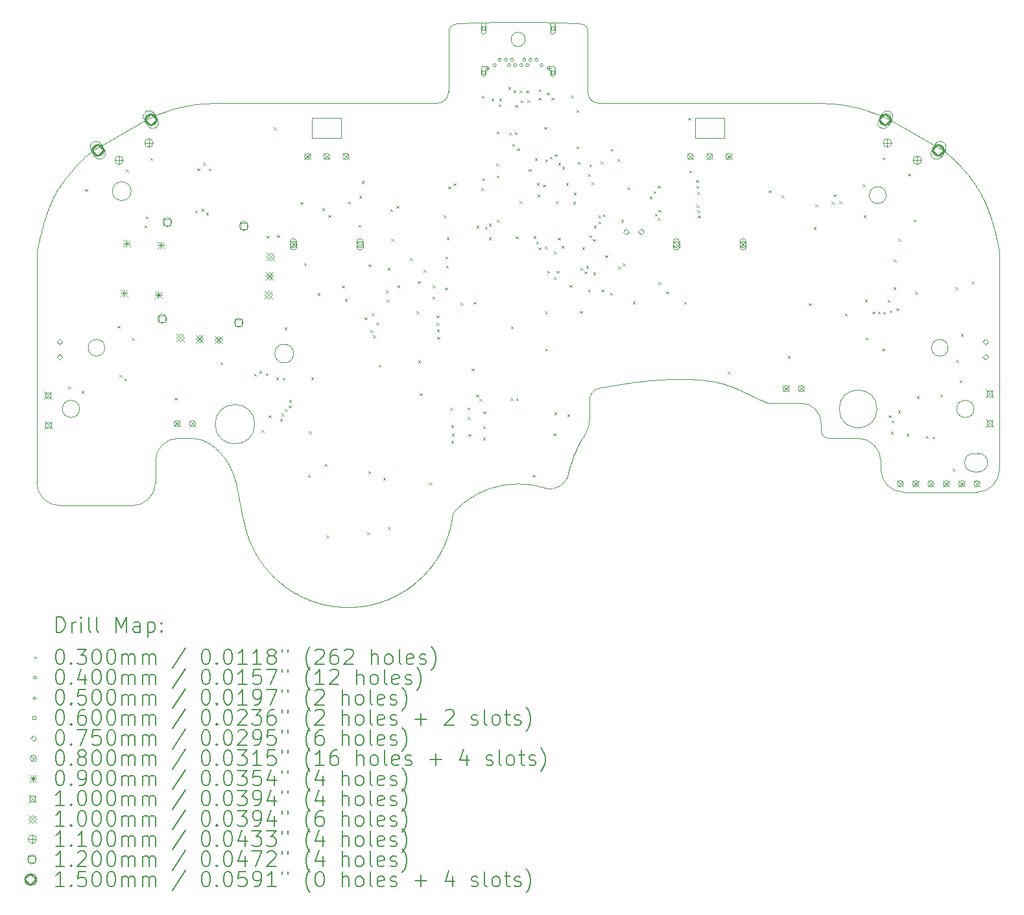
<source format=gbr>
%TF.GenerationSoftware,KiCad,Pcbnew,8.0.2*%
%TF.CreationDate,2024-07-05T17:46:37-07:00*%
%TF.ProjectId,UGC_Main,5547435f-4d61-4696-9e2e-6b696361645f,rev?*%
%TF.SameCoordinates,Original*%
%TF.FileFunction,Drillmap*%
%TF.FilePolarity,Positive*%
%FSLAX45Y45*%
G04 Gerber Fmt 4.5, Leading zero omitted, Abs format (unit mm)*
G04 Created by KiCad (PCBNEW 8.0.2) date 2024-07-05 17:46:37*
%MOMM*%
%LPD*%
G01*
G04 APERTURE LIST*
%ADD10C,0.100000*%
%ADD11C,0.010000*%
%ADD12C,0.200000*%
%ADD13C,0.110000*%
%ADD14C,0.120000*%
%ADD15C,0.150000*%
G04 APERTURE END LIST*
D10*
X21098524Y-8405855D02*
X21088302Y-8406441D01*
X21078113Y-8407038D01*
X21067954Y-8407645D01*
X21057826Y-8408262D01*
X21047726Y-8408890D01*
X21037655Y-8409529D01*
X21033635Y-8409788D01*
X22845042Y-13194165D02*
X22836143Y-13200574D01*
X22827754Y-13207601D01*
X22819906Y-13215214D01*
X22812631Y-13223383D01*
X22805959Y-13232075D01*
X22803874Y-13235083D01*
X28132187Y-14231648D02*
G75*
G02*
X27832187Y-14531647I-299997J-2D01*
G01*
X26884115Y-14531648D02*
G75*
G02*
X26584112Y-14231648I-5J299998D01*
G01*
X22486871Y-14347809D02*
G75*
G02*
X22225140Y-14484922I-225071J111269D01*
G01*
X20947567Y-8471615D02*
X20952276Y-8461721D01*
X20958025Y-8452422D01*
X20964759Y-8443801D01*
X20968907Y-8439335D01*
X20998554Y-8418610D02*
X21008069Y-8414842D01*
X21017900Y-8412071D01*
X21027968Y-8410316D01*
X21033635Y-8409788D01*
X21940866Y-8613913D02*
G75*
G02*
X21755866Y-8613913I-92500J0D01*
G01*
X21755866Y-8613913D02*
G75*
G02*
X21940866Y-8613913I92500J0D01*
G01*
X21848366Y-8388913D02*
X21859937Y-8388915D01*
X21871514Y-8388921D01*
X21883097Y-8388932D01*
X21894686Y-8388948D01*
X21906279Y-8388969D01*
X21917876Y-8388995D01*
X21929478Y-8389026D01*
X21941083Y-8389062D01*
X21952691Y-8389105D01*
X21964302Y-8389153D01*
X21975915Y-8389207D01*
X21987530Y-8389267D01*
X21999146Y-8389333D01*
X22010763Y-8389406D01*
X22022381Y-8389485D01*
X22033998Y-8389572D01*
X22045616Y-8389665D01*
X22057232Y-8389766D01*
X22068847Y-8389874D01*
X22080461Y-8389989D01*
X22092072Y-8390112D01*
X22103681Y-8390243D01*
X22115287Y-8390382D01*
X22126890Y-8390530D01*
X22138489Y-8390685D01*
X22150083Y-8390850D01*
X22161673Y-8391023D01*
X22173258Y-8391205D01*
X22184837Y-8391396D01*
X22196410Y-8391596D01*
X22207977Y-8391806D01*
X22219537Y-8392025D01*
X22756652Y-9299719D02*
X22756652Y-8509580D01*
X25794167Y-9449719D02*
X22906652Y-9449719D01*
X27769833Y-10447238D02*
X27777993Y-10458349D01*
X27785956Y-10469376D01*
X27793727Y-10480317D01*
X27801308Y-10491172D01*
X27808704Y-10501941D01*
X27815917Y-10512623D01*
X27822952Y-10523218D01*
X27829810Y-10533726D01*
X27836496Y-10544146D01*
X27843014Y-10554478D01*
X27849365Y-10564721D01*
X27855555Y-10574875D01*
X27861586Y-10584940D01*
X27867461Y-10594916D01*
X27873184Y-10604801D01*
X27878759Y-10614595D01*
X27884188Y-10624299D01*
X27889475Y-10633911D01*
X27894624Y-10643432D01*
X27899637Y-10652861D01*
X27904519Y-10662197D01*
X27909272Y-10671440D01*
X27913900Y-10680590D01*
X27918406Y-10689647D01*
X27927068Y-10707478D01*
X27935283Y-10724930D01*
X27943078Y-10741999D01*
X27950482Y-10758684D01*
X22803874Y-13235083D02*
X22797990Y-13244540D01*
X22792831Y-13254393D01*
X22788416Y-13264601D01*
X22784765Y-13275123D01*
X18117974Y-14270062D02*
X18111444Y-14255918D01*
X18105412Y-14242943D01*
X18099842Y-14231059D01*
X18094701Y-14220190D01*
X18089953Y-14210258D01*
X18085563Y-14201187D01*
X18079575Y-14189026D01*
X18074196Y-14178369D01*
X18069310Y-14168955D01*
X18063357Y-14157889D01*
X18057791Y-14147957D01*
X18053702Y-14140882D01*
X17757521Y-13862785D02*
X17745468Y-13858450D01*
X17734335Y-13854522D01*
X17723992Y-13850975D01*
X17714310Y-13847781D01*
X17700744Y-13843593D01*
X17687939Y-13840047D01*
X17675461Y-13837051D01*
X17662873Y-13834512D01*
X17649740Y-13832338D01*
X17635626Y-13830439D01*
X17625457Y-13829279D01*
X17614530Y-13828172D01*
X17602715Y-13827092D01*
X18269939Y-14927362D02*
X18272053Y-14937535D01*
X18274275Y-14947829D01*
X18276609Y-14958244D01*
X18279059Y-14968782D01*
X15864545Y-14706648D02*
X16812616Y-14706648D01*
X27798366Y-14263763D02*
G75*
G02*
X27798366Y-14023117I4J120323D01*
G01*
X22690430Y-13821595D02*
X22695724Y-13812956D01*
X22701072Y-13804352D01*
X22701790Y-13803207D01*
X21874684Y-14420600D02*
X21864110Y-14420403D01*
X21853540Y-14420305D01*
X21848662Y-14420294D01*
X27798366Y-14023117D02*
X27858366Y-14023117D01*
X27411957Y-10073169D02*
X26791686Y-9716238D01*
X20790080Y-9449719D02*
X17902564Y-9449719D01*
X18359247Y-15207265D02*
X18363829Y-15217528D01*
X18368493Y-15227752D01*
X18373240Y-15237937D01*
X18378069Y-15248082D01*
X18382980Y-15258188D01*
X18387973Y-15268253D01*
X18393047Y-15278278D01*
X18398203Y-15288262D01*
X18403440Y-15298204D01*
X18408758Y-15308104D01*
X18412348Y-15314681D01*
X20940080Y-9299719D02*
G75*
G02*
X20790080Y-9449720I-150000J-1D01*
G01*
X19158366Y-9903440D02*
X19158366Y-9643440D01*
X25164110Y-13370061D02*
X25546418Y-13370061D01*
X21435098Y-14496662D02*
X21422898Y-14501471D01*
X21410760Y-14506420D01*
X21398686Y-14511507D01*
X21386677Y-14516731D01*
X21374733Y-14522091D01*
X21362857Y-14527588D01*
X21351049Y-14533220D01*
X21339310Y-14538987D01*
X21327642Y-14544887D01*
X21316045Y-14550921D01*
X21304521Y-14557088D01*
X21293071Y-14563386D01*
X21281696Y-14569815D01*
X21270397Y-14576375D01*
X21259175Y-14583065D01*
X21248031Y-14589884D01*
X21236967Y-14596831D01*
X21225983Y-14603906D01*
X21215081Y-14611108D01*
X21204262Y-14618436D01*
X21193526Y-14625890D01*
X21182876Y-14633469D01*
X21172312Y-14641172D01*
X21161835Y-14648998D01*
X21151447Y-14656948D01*
X21141148Y-14665020D01*
X21130940Y-14673213D01*
X21120823Y-14681527D01*
X21110800Y-14689961D01*
X21100870Y-14698515D01*
X21091036Y-14707188D01*
X21081298Y-14715978D01*
X27858366Y-14263763D02*
X27798366Y-14263763D01*
X18219411Y-14694504D02*
X18216639Y-14678878D01*
X18214092Y-14664527D01*
X18211756Y-14651365D01*
X18209614Y-14639309D01*
X18207653Y-14628274D01*
X18205856Y-14618173D01*
X18203436Y-14604591D01*
X18201301Y-14592636D01*
X18199399Y-14582021D01*
X18197136Y-14569460D01*
X18195074Y-14558095D01*
X18193586Y-14549947D01*
X25794167Y-9449719D02*
G75*
G02*
X26791687Y-9716237I3J-2000001D01*
G01*
X21848662Y-14420294D02*
X21835412Y-14420312D01*
X21822169Y-14420485D01*
X21808936Y-14420813D01*
X21795713Y-14421296D01*
X21782503Y-14421933D01*
X21769305Y-14422725D01*
X21756121Y-14423670D01*
X21742954Y-14424769D01*
X21729803Y-14426022D01*
X21716671Y-14427427D01*
X21703559Y-14428986D01*
X21690468Y-14430697D01*
X21677399Y-14432561D01*
X21664353Y-14434578D01*
X21651333Y-14436746D01*
X21638339Y-14439067D01*
X21625373Y-14441539D01*
X21612436Y-14444162D01*
X21599529Y-14446937D01*
X21586654Y-14449862D01*
X21573811Y-14452939D01*
X21561003Y-14456166D01*
X21548231Y-14459543D01*
X21535495Y-14463070D01*
X21522798Y-14466747D01*
X21510140Y-14470573D01*
X21497523Y-14474549D01*
X21484949Y-14478674D01*
X21472417Y-14482948D01*
X21459931Y-14487371D01*
X21447491Y-14491942D01*
X21435098Y-14496662D01*
X23739972Y-13059629D02*
X23763020Y-13058337D01*
X23786100Y-13057155D01*
X23809207Y-13056088D01*
X23832332Y-13055142D01*
X23855469Y-13054322D01*
X23878611Y-13053633D01*
X23901750Y-13053082D01*
X23924879Y-13052672D01*
X23947992Y-13052411D01*
X23971081Y-13052302D01*
X23994138Y-13052352D01*
X24017158Y-13052566D01*
X24040132Y-13052950D01*
X24063054Y-13053508D01*
X24085916Y-13054247D01*
X24108712Y-13055171D01*
X24131433Y-13056286D01*
X24154074Y-13057598D01*
X24176627Y-13059112D01*
X24199085Y-13060833D01*
X24221440Y-13062766D01*
X24243686Y-13064918D01*
X24265816Y-13067294D01*
X24287821Y-13069898D01*
X24309696Y-13072737D01*
X24331434Y-13075816D01*
X24353026Y-13079140D01*
X24374465Y-13082714D01*
X24395746Y-13086545D01*
X24416860Y-13090637D01*
X24437801Y-13094997D01*
X24458561Y-13099628D01*
X19509600Y-16028754D02*
X19526216Y-16030050D01*
X19542837Y-16031144D01*
X19559462Y-16032037D01*
X19576088Y-16032728D01*
X19592714Y-16033218D01*
X19609337Y-16033508D01*
X19625957Y-16033596D01*
X19642571Y-16033485D01*
X19659177Y-16033173D01*
X19675774Y-16032660D01*
X19692360Y-16031948D01*
X19708933Y-16031037D01*
X19725491Y-16029926D01*
X19742032Y-16028615D01*
X19758556Y-16027106D01*
X19775059Y-16025397D01*
X19791541Y-16023490D01*
X19807998Y-16021384D01*
X19824430Y-16019080D01*
X19840835Y-16016578D01*
X19857211Y-16013878D01*
X19873556Y-16010981D01*
X19889868Y-16007886D01*
X19906146Y-16004593D01*
X19922388Y-16001104D01*
X19938591Y-15997417D01*
X19954755Y-15993534D01*
X19970877Y-15989455D01*
X19986955Y-15985179D01*
X20002989Y-15980707D01*
X20018975Y-15976039D01*
X20034912Y-15971175D01*
X21081298Y-14715978D02*
X21073796Y-14722892D01*
X21066360Y-14729870D01*
X21058990Y-14736912D01*
X21051686Y-14744018D01*
X21044450Y-14751187D01*
X21037281Y-14758418D01*
X21030180Y-14765711D01*
X21023146Y-14773066D01*
X22778204Y-13537548D02*
X22778031Y-13550691D01*
X22777513Y-13563815D01*
X22776651Y-13576913D01*
X22775447Y-13589979D01*
X22773900Y-13603006D01*
X22772012Y-13615987D01*
X22769784Y-13628916D01*
X22767217Y-13641785D01*
X22764312Y-13654589D01*
X22761069Y-13667320D01*
X22758721Y-13675763D01*
X17112616Y-14406648D02*
X17112616Y-14127092D01*
X22219537Y-8392025D02*
X22231398Y-8392261D01*
X22243258Y-8392507D01*
X22255117Y-8392764D01*
X22266976Y-8393031D01*
X22278834Y-8393311D01*
X22290690Y-8393601D01*
X22302546Y-8393903D01*
X22314400Y-8394217D01*
X22326253Y-8394543D01*
X22338104Y-8394882D01*
X22349954Y-8395233D01*
X22361801Y-8395596D01*
X22373647Y-8395973D01*
X22385491Y-8396362D01*
X22397333Y-8396765D01*
X22409173Y-8397182D01*
X22421010Y-8397612D01*
X22432845Y-8398056D01*
X22444677Y-8398514D01*
X22456506Y-8398987D01*
X22468333Y-8399474D01*
X22480157Y-8399976D01*
X22491978Y-8400493D01*
X22503795Y-8401025D01*
X22515609Y-8401573D01*
X22527420Y-8402136D01*
X22539228Y-8402715D01*
X22551031Y-8403310D01*
X22562831Y-8403921D01*
X22574627Y-8404549D01*
X22586419Y-8405193D01*
X22598207Y-8405855D01*
X22898663Y-13171939D02*
X22923786Y-13166937D01*
X22949000Y-13162009D01*
X22974303Y-13157157D01*
X22999694Y-13152382D01*
X23025170Y-13147688D01*
X23050731Y-13143076D01*
X23076375Y-13138549D01*
X23102100Y-13134109D01*
X23127905Y-13129758D01*
X23153788Y-13125499D01*
X23179748Y-13121334D01*
X23205784Y-13117265D01*
X23231893Y-13113295D01*
X23258074Y-13109426D01*
X23284327Y-13105659D01*
X23310648Y-13101999D01*
X23337038Y-13098445D01*
X23363493Y-13095002D01*
X23390013Y-13091671D01*
X23416597Y-13088455D01*
X23443242Y-13085355D01*
X23469947Y-13082375D01*
X23496711Y-13079516D01*
X23523532Y-13076781D01*
X23550408Y-13074172D01*
X23577339Y-13071691D01*
X23604322Y-13069341D01*
X23631356Y-13067123D01*
X23658440Y-13065041D01*
X23685571Y-13063096D01*
X23712749Y-13061291D01*
X23739972Y-13059629D01*
X16905045Y-9716238D02*
G75*
G02*
X17902564Y-9449720I997515J-1733472D01*
G01*
X25903918Y-13827092D02*
G75*
G02*
X25803918Y-13727092I2J100002D01*
G01*
X18407813Y-13642561D02*
G75*
G02*
X17892813Y-13642561I-257500J0D01*
G01*
X17892813Y-13642561D02*
G75*
G02*
X18407813Y-13642561I257500J0D01*
G01*
X17412616Y-13827092D02*
X17602715Y-13827092D01*
X18053702Y-14140882D02*
X18044899Y-14128103D01*
X18036782Y-14116391D01*
X18029303Y-14105676D01*
X18022415Y-14095889D01*
X18016071Y-14086960D01*
X18010224Y-14078819D01*
X18002282Y-14067932D01*
X17995194Y-14058427D01*
X17988799Y-14050068D01*
X17981078Y-14040300D01*
X17973930Y-14031593D01*
X17968719Y-14025425D01*
X22225140Y-14484921D02*
X22214573Y-14481244D01*
X22203973Y-14477673D01*
X22193341Y-14474208D01*
X22182678Y-14470849D01*
X22171985Y-14467597D01*
X22161262Y-14464451D01*
X22150510Y-14461412D01*
X22139730Y-14458479D01*
X22128923Y-14455654D01*
X22118089Y-14452935D01*
X22107230Y-14450324D01*
X22096346Y-14447821D01*
X22085438Y-14445425D01*
X22074507Y-14443138D01*
X22063553Y-14440958D01*
X22052578Y-14438886D01*
X22041582Y-14436923D01*
X22030566Y-14435069D01*
X22019530Y-14433323D01*
X22008477Y-14431686D01*
X21997405Y-14430158D01*
X21986317Y-14428739D01*
X21975213Y-14427430D01*
X21964093Y-14426230D01*
X21952959Y-14425141D01*
X21941812Y-14424161D01*
X21930651Y-14423291D01*
X21919479Y-14422531D01*
X21908295Y-14421882D01*
X21897101Y-14421344D01*
X21885897Y-14420916D01*
X21874684Y-14420600D01*
X22486871Y-14347809D02*
X22490396Y-14330438D01*
X22494109Y-14313106D01*
X22498009Y-14295815D01*
X22502095Y-14278567D01*
X22506368Y-14261365D01*
X22510826Y-14244209D01*
X22515470Y-14227104D01*
X22520298Y-14210050D01*
X22525310Y-14193049D01*
X22530506Y-14176104D01*
X22535886Y-14159217D01*
X22541449Y-14142389D01*
X22547194Y-14125624D01*
X22553121Y-14108922D01*
X22559230Y-14092287D01*
X22565520Y-14075719D01*
X22571990Y-14059222D01*
X22578641Y-14042797D01*
X22585472Y-14026446D01*
X22592482Y-14010172D01*
X22599671Y-13993976D01*
X22607039Y-13977861D01*
X22614584Y-13961828D01*
X22622307Y-13945880D01*
X22630207Y-13930019D01*
X22638284Y-13914247D01*
X22646537Y-13898565D01*
X22654966Y-13882977D01*
X22663570Y-13867483D01*
X22672349Y-13852087D01*
X22681303Y-13836790D01*
X22690430Y-13821595D01*
X17112616Y-14127092D02*
G75*
G02*
X17412616Y-13827096I299994J2D01*
G01*
X22598207Y-8405855D02*
X22608429Y-8406441D01*
X22618619Y-8407038D01*
X22628777Y-8407645D01*
X22638906Y-8408262D01*
X22649005Y-8408890D01*
X22659076Y-8409529D01*
X22663097Y-8409788D01*
X15564545Y-11397080D02*
X15564545Y-14406648D01*
X24897780Y-13271849D02*
X24908160Y-13277132D01*
X24918405Y-13282320D01*
X24928516Y-13287407D01*
X24938493Y-13292390D01*
X24948335Y-13297263D01*
X24958044Y-13302022D01*
X24967619Y-13306661D01*
X24977061Y-13311177D01*
X24986369Y-13315564D01*
X24995545Y-13319817D01*
X25013497Y-13327905D01*
X25030919Y-13335403D01*
X25047813Y-13342273D01*
X25064179Y-13348476D01*
X25080020Y-13353975D01*
X25095336Y-13358732D01*
X25110130Y-13362710D01*
X25124403Y-13365869D01*
X25138156Y-13368173D01*
X25151391Y-13369583D01*
X25164110Y-13370061D01*
X15564545Y-11397080D02*
X15570092Y-11369428D01*
X15575662Y-11342160D01*
X15581263Y-11315269D01*
X15586902Y-11288748D01*
X15592586Y-11262589D01*
X15598323Y-11236786D01*
X15604120Y-11211331D01*
X15609984Y-11186216D01*
X15615922Y-11161435D01*
X15621942Y-11136980D01*
X15628051Y-11112845D01*
X15634256Y-11089021D01*
X15640565Y-11065502D01*
X15646985Y-11042280D01*
X15653523Y-11019349D01*
X15660186Y-10996700D01*
X15666982Y-10974327D01*
X15673918Y-10952222D01*
X15681002Y-10930379D01*
X15688240Y-10908790D01*
X15695640Y-10887447D01*
X15703209Y-10866344D01*
X15710955Y-10845473D01*
X15718884Y-10824827D01*
X15727004Y-10804399D01*
X15735323Y-10784181D01*
X15743848Y-10764167D01*
X15752585Y-10744348D01*
X15761542Y-10724719D01*
X15770727Y-10705271D01*
X15780147Y-10685998D01*
X15789809Y-10666892D01*
X20990026Y-14842116D02*
X20991388Y-14832153D01*
X20992751Y-14822189D01*
X20994113Y-14812225D01*
X20995476Y-14802262D01*
X22898663Y-13171939D02*
X22887997Y-13174490D01*
X22877568Y-13177806D01*
X22867417Y-13181870D01*
X22857586Y-13186664D01*
X22848113Y-13192173D01*
X22845042Y-13194165D01*
X16451966Y-12643440D02*
G75*
G02*
X16234765Y-12643440I-108600J0D01*
G01*
X16234765Y-12643440D02*
G75*
G02*
X16451966Y-12643440I108600J0D01*
G01*
X17867504Y-13930354D02*
X17855728Y-13922476D01*
X17844902Y-13915288D01*
X17834963Y-13908746D01*
X17825847Y-13902808D01*
X17813577Y-13894937D01*
X17802803Y-13888180D01*
X17793308Y-13882388D01*
X17782268Y-13875915D01*
X17772614Y-13870551D01*
X17761718Y-13864875D01*
X17757521Y-13862785D01*
X22758721Y-13675763D02*
X22754921Y-13688346D01*
X22750796Y-13700816D01*
X22746347Y-13713165D01*
X22741578Y-13725389D01*
X22736490Y-13737481D01*
X22731087Y-13749435D01*
X22725372Y-13761244D01*
X22719348Y-13772902D01*
X22713016Y-13784403D01*
X22706381Y-13795742D01*
X22701790Y-13803207D01*
X20510027Y-15711577D02*
X20522986Y-15700573D01*
X20535801Y-15689416D01*
X20548471Y-15678108D01*
X20560994Y-15666651D01*
X20573370Y-15655045D01*
X20585597Y-15643293D01*
X20597674Y-15631395D01*
X20609600Y-15619354D01*
X20621373Y-15607171D01*
X20632993Y-15594848D01*
X20644458Y-15582385D01*
X20655767Y-15569785D01*
X20666918Y-15557048D01*
X20677911Y-15544178D01*
X20688745Y-15531174D01*
X20699417Y-15518039D01*
X20709928Y-15504773D01*
X20720275Y-15491379D01*
X20730458Y-15477859D01*
X20740475Y-15464212D01*
X20750325Y-15450442D01*
X20760007Y-15436549D01*
X20769520Y-15422535D01*
X20778862Y-15408402D01*
X20788032Y-15394151D01*
X20797030Y-15379784D01*
X20805853Y-15365301D01*
X20814502Y-15350705D01*
X20822973Y-15335997D01*
X20831267Y-15321179D01*
X20839382Y-15306252D01*
X20847317Y-15291217D01*
X27411957Y-10073169D02*
X27424224Y-10083546D01*
X27436451Y-10094017D01*
X27448636Y-10104578D01*
X27460775Y-10115231D01*
X27472866Y-10125973D01*
X27484905Y-10136804D01*
X27496889Y-10147724D01*
X27508815Y-10158732D01*
X27520681Y-10169827D01*
X27532482Y-10181008D01*
X27544217Y-10192274D01*
X27555882Y-10203625D01*
X27567474Y-10215059D01*
X27578990Y-10226577D01*
X27590427Y-10238177D01*
X27601782Y-10249859D01*
X27613052Y-10261621D01*
X27624233Y-10273464D01*
X27635324Y-10285386D01*
X27646321Y-10297386D01*
X27657220Y-10309464D01*
X27668019Y-10321619D01*
X27678715Y-10333851D01*
X27689305Y-10346158D01*
X27699785Y-10358539D01*
X27710153Y-10370995D01*
X27720406Y-10383523D01*
X27730540Y-10396124D01*
X27740553Y-10408797D01*
X27750442Y-10421541D01*
X27760203Y-10434355D01*
X27769833Y-10447238D01*
X19020879Y-15894144D02*
X19035277Y-15901058D01*
X19049747Y-15907802D01*
X19064286Y-15914375D01*
X19078895Y-15920777D01*
X19093570Y-15927008D01*
X19108311Y-15933066D01*
X19123115Y-15938952D01*
X19137982Y-15944665D01*
X19152910Y-15950205D01*
X19167898Y-15955571D01*
X19182943Y-15960762D01*
X19198045Y-15965779D01*
X19213202Y-15970621D01*
X19228412Y-15975287D01*
X19243674Y-15979777D01*
X19258986Y-15984091D01*
X19274347Y-15988228D01*
X19289755Y-15992187D01*
X19305210Y-15995969D01*
X19320708Y-15999572D01*
X19336250Y-16002997D01*
X19351833Y-16006243D01*
X19367455Y-16009309D01*
X19383116Y-16012196D01*
X19398814Y-16014902D01*
X19414547Y-16017427D01*
X19430313Y-16019770D01*
X19446112Y-16021932D01*
X19461942Y-16023912D01*
X19477800Y-16025710D01*
X19493687Y-16027324D01*
X19509600Y-16028754D01*
X16795206Y-10597780D02*
G75*
G02*
X16550206Y-10597780I-122500J0D01*
G01*
X16550206Y-10597780D02*
G75*
G02*
X16795206Y-10597780I122500J0D01*
G01*
X18248300Y-14839945D02*
X18245057Y-14824242D01*
X18242089Y-14809818D01*
X18239379Y-14796589D01*
X18236908Y-14784469D01*
X18234659Y-14773373D01*
X18232613Y-14763215D01*
X18229888Y-14749552D01*
X18227519Y-14737521D01*
X18225448Y-14726835D01*
X18223042Y-14714180D01*
X18220913Y-14702722D01*
X18219411Y-14694504D01*
X24458561Y-13099628D02*
X24474564Y-13103430D01*
X24490430Y-13107411D01*
X24506157Y-13111565D01*
X24521744Y-13115882D01*
X24537191Y-13120357D01*
X24552496Y-13124979D01*
X24567659Y-13129743D01*
X24582678Y-13134640D01*
X24597553Y-13139662D01*
X24612283Y-13144802D01*
X24626867Y-13150051D01*
X24641304Y-13155403D01*
X24655593Y-13160848D01*
X24669733Y-13166380D01*
X24683724Y-13171991D01*
X24697564Y-13177672D01*
X24711252Y-13183417D01*
X24724788Y-13189216D01*
X24738171Y-13195063D01*
X24751399Y-13200950D01*
X24764472Y-13206869D01*
X24777390Y-13212811D01*
X24790150Y-13218770D01*
X24802752Y-13224738D01*
X24815196Y-13230706D01*
X24827480Y-13236667D01*
X24839604Y-13242613D01*
X24851565Y-13248537D01*
X24863365Y-13254430D01*
X24875001Y-13260285D01*
X24886473Y-13266094D01*
X24897780Y-13271849D01*
X18279059Y-14968782D02*
X18282765Y-14984053D01*
X18286648Y-14999282D01*
X18290707Y-15014467D01*
X18294941Y-15029607D01*
X18299349Y-15044700D01*
X18303932Y-15059746D01*
X18308689Y-15074742D01*
X18313620Y-15089687D01*
X18318723Y-15104581D01*
X18323998Y-15119421D01*
X18329446Y-15134207D01*
X18335065Y-15148936D01*
X18340855Y-15163608D01*
X18346816Y-15178221D01*
X18352947Y-15192774D01*
X18359247Y-15207265D01*
X24158366Y-9903440D02*
X24158366Y-9643440D01*
X20859124Y-15267973D02*
X20865185Y-15255600D01*
X20871120Y-15243172D01*
X20876929Y-15230690D01*
X20882611Y-15218155D01*
X20888166Y-15205567D01*
X20893593Y-15192928D01*
X20898893Y-15180238D01*
X20904065Y-15167500D01*
X20909108Y-15154712D01*
X20914023Y-15141878D01*
X20918809Y-15128996D01*
X20923466Y-15116070D01*
X20927993Y-15103099D01*
X20932390Y-15090084D01*
X20936658Y-15077027D01*
X20940794Y-15063928D01*
X20944800Y-15050788D01*
X20948676Y-15037610D01*
X20952419Y-15024392D01*
X20956031Y-15011137D01*
X20959511Y-14997845D01*
X20962859Y-14984517D01*
X20966075Y-14971155D01*
X20969157Y-14957759D01*
X20972106Y-14944330D01*
X20974922Y-14930870D01*
X20977604Y-14917378D01*
X20980152Y-14903857D01*
X20982565Y-14890307D01*
X20984844Y-14876730D01*
X20986988Y-14863125D01*
X20988997Y-14849494D01*
X25803918Y-13627561D02*
X25803918Y-13727092D01*
X27799073Y-13442726D02*
G75*
G02*
X27574073Y-13442726I-112500J0D01*
G01*
X27574073Y-13442726D02*
G75*
G02*
X27799073Y-13442726I112500J0D01*
G01*
X26584115Y-14127092D02*
X26584115Y-14231648D01*
X25903918Y-13827092D02*
X26284115Y-13827092D01*
X26884115Y-14531648D02*
X27832187Y-14531648D01*
X18412348Y-15314681D02*
X18417908Y-15324684D01*
X18423551Y-15334643D01*
X18429277Y-15344556D01*
X18435085Y-15354424D01*
X18440975Y-15364246D01*
X18446947Y-15374021D01*
X18453000Y-15383749D01*
X18459135Y-15393429D01*
X18465352Y-15403062D01*
X18471649Y-15412646D01*
X18478028Y-15422180D01*
X18484486Y-15431666D01*
X18491026Y-15441101D01*
X18497645Y-15450485D01*
X18504345Y-15459818D01*
X18511124Y-15469100D01*
X18517983Y-15478330D01*
X18524921Y-15487507D01*
X18531938Y-15496630D01*
X18539034Y-15505701D01*
X18546209Y-15514717D01*
X18553462Y-15523678D01*
X18560794Y-15532585D01*
X18568203Y-15541435D01*
X18575691Y-15550230D01*
X18583256Y-15558968D01*
X18590898Y-15567649D01*
X18598618Y-15576272D01*
X18606415Y-15584837D01*
X18614288Y-15593344D01*
X18622238Y-15601791D01*
X18630264Y-15610179D01*
X16122659Y-13442726D02*
G75*
G02*
X15897659Y-13442726I-112500J0D01*
G01*
X15897659Y-13442726D02*
G75*
G02*
X16122659Y-13442726I112500J0D01*
G01*
X18162574Y-14407659D02*
X18158089Y-14392692D01*
X18153943Y-14378953D01*
X18150111Y-14366362D01*
X18146569Y-14354836D01*
X18143294Y-14344296D01*
X18140261Y-14334658D01*
X18136114Y-14321717D01*
X18132377Y-14310351D01*
X18128969Y-14300285D01*
X18124796Y-14288411D01*
X18120871Y-14277710D01*
X18117974Y-14270062D01*
X18916526Y-12719100D02*
G75*
G02*
X18671526Y-12719100I-122500J0D01*
G01*
X18671526Y-12719100D02*
G75*
G02*
X18916526Y-12719100I122500J0D01*
G01*
X20940080Y-8509580D02*
X20940080Y-9299719D01*
X21023146Y-14773066D02*
X21016229Y-14780365D01*
X21009311Y-14787664D01*
X21002393Y-14794963D01*
X20995476Y-14802262D01*
X27950482Y-10758684D02*
X27957443Y-10774807D01*
X27964276Y-10791069D01*
X27970984Y-10807479D01*
X27977574Y-10824048D01*
X27984048Y-10840788D01*
X27990412Y-10857709D01*
X27996670Y-10874823D01*
X28002828Y-10892139D01*
X28008888Y-10909670D01*
X28014857Y-10927425D01*
X28020739Y-10945416D01*
X28026537Y-10963655D01*
X28032258Y-10982151D01*
X28037904Y-11000915D01*
X28043482Y-11019960D01*
X28048995Y-11039294D01*
X28054449Y-11058931D01*
X28059847Y-11078879D01*
X28065195Y-11099151D01*
X28070496Y-11119757D01*
X28075756Y-11140709D01*
X28080979Y-11162016D01*
X28086170Y-11183691D01*
X28091332Y-11205743D01*
X28096472Y-11228185D01*
X28101593Y-11251026D01*
X28106700Y-11274277D01*
X28111798Y-11297951D01*
X28116891Y-11322057D01*
X28121984Y-11346607D01*
X28127081Y-11371611D01*
X28132187Y-11397080D01*
X24538366Y-9643440D02*
X24538366Y-9903440D01*
X28132187Y-14231648D02*
X28132187Y-11397080D01*
X22906652Y-9449719D02*
G75*
G02*
X22756651Y-9299719I-2J149999D01*
G01*
X25546418Y-13370061D02*
G75*
G02*
X25803918Y-13627561I2J-257499D01*
G01*
X20940080Y-8509580D02*
X20940680Y-8498639D01*
X20942468Y-8487854D01*
X20945426Y-8477321D01*
X20947567Y-8471615D01*
X15789809Y-10666892D02*
X15795602Y-10655742D01*
X15801848Y-10643968D01*
X15808564Y-10631585D01*
X15815768Y-10618608D01*
X15823477Y-10605051D01*
X15831707Y-10590928D01*
X15840476Y-10576255D01*
X15849800Y-10561046D01*
X15859698Y-10545315D01*
X15870185Y-10529077D01*
X15881280Y-10512347D01*
X15892999Y-10495139D01*
X15905359Y-10477469D01*
X15918377Y-10459350D01*
X15932071Y-10440797D01*
X15946457Y-10421824D01*
X15961553Y-10402447D01*
X15977376Y-10382680D01*
X15993943Y-10362538D01*
X16011270Y-10342035D01*
X16029376Y-10321185D01*
X16048276Y-10300004D01*
X16067989Y-10278506D01*
X16088532Y-10256706D01*
X16109920Y-10234618D01*
X16132172Y-10212256D01*
X16155305Y-10189636D01*
X16179335Y-10166772D01*
X16204280Y-10143679D01*
X16230157Y-10120371D01*
X16256983Y-10096862D01*
X16284775Y-10073169D01*
X16905045Y-9716238D02*
X16284775Y-10073169D01*
X19538366Y-9643440D02*
X19538366Y-9903440D01*
X22750109Y-8474004D02*
X22753256Y-8483742D01*
X22755388Y-8493731D01*
X22756490Y-8503891D01*
X22756652Y-8509580D01*
X17112616Y-14406648D02*
G75*
G02*
X16812616Y-14706646I-299996J-2D01*
G01*
X19538366Y-9903440D02*
X19158366Y-9903440D01*
X18269939Y-14927362D02*
X18267068Y-14916432D01*
X18264245Y-14905503D01*
X18261469Y-14894575D01*
X18258740Y-14883647D01*
X18256059Y-14872721D01*
X18253426Y-14861795D01*
X18250839Y-14850870D01*
X18248300Y-14839945D01*
X22778204Y-13537548D02*
X22778204Y-13319001D01*
X24158366Y-9643440D02*
X24538366Y-9643440D01*
X22731338Y-8443082D02*
X22737743Y-8451064D01*
X22743289Y-8459641D01*
X22747934Y-8468744D01*
X22750109Y-8474004D01*
X24538366Y-9903440D02*
X24158366Y-9903440D01*
X22700500Y-8419706D02*
X22710070Y-8425043D01*
X22718979Y-8431380D01*
X22727148Y-8438656D01*
X22731338Y-8443082D01*
X15864545Y-14706648D02*
G75*
G02*
X15564542Y-14406648I5J300008D01*
G01*
X20988997Y-14849494D02*
X20990026Y-14842116D01*
X21848366Y-8388913D02*
X21836794Y-8388915D01*
X21825217Y-8388921D01*
X21813634Y-8388932D01*
X21802046Y-8388948D01*
X21790453Y-8388969D01*
X21778855Y-8388995D01*
X21767254Y-8389026D01*
X21755649Y-8389062D01*
X21744040Y-8389105D01*
X21732430Y-8389153D01*
X21720817Y-8389207D01*
X21709202Y-8389267D01*
X21697586Y-8389333D01*
X21685968Y-8389406D01*
X21674351Y-8389485D01*
X21662733Y-8389572D01*
X21651116Y-8389665D01*
X21639499Y-8389766D01*
X21627884Y-8389874D01*
X21616270Y-8389989D01*
X21604659Y-8390112D01*
X21593050Y-8390243D01*
X21581444Y-8390382D01*
X21569841Y-8390530D01*
X21558243Y-8390685D01*
X21546648Y-8390850D01*
X21535058Y-8391023D01*
X21523473Y-8391205D01*
X21511894Y-8391396D01*
X21500321Y-8391596D01*
X21488754Y-8391806D01*
X21477195Y-8392025D01*
X26534073Y-13442726D02*
G75*
G02*
X26039073Y-13442726I-247500J0D01*
G01*
X26039073Y-13442726D02*
G75*
G02*
X26534073Y-13442726I247500J0D01*
G01*
X26653366Y-10649440D02*
G75*
G02*
X26433366Y-10649440I-110000J0D01*
G01*
X26433366Y-10649440D02*
G75*
G02*
X26653366Y-10649440I110000J0D01*
G01*
X18193586Y-14549947D02*
X18190421Y-14534531D01*
X18187499Y-14520375D01*
X18184804Y-14507397D01*
X18182318Y-14495511D01*
X18180024Y-14484634D01*
X18177906Y-14474684D01*
X18175019Y-14461310D01*
X18172429Y-14449547D01*
X18170078Y-14439114D01*
X18167217Y-14426781D01*
X18164541Y-14415638D01*
X18162574Y-14407659D01*
X18630264Y-15610179D02*
X18640879Y-15621060D01*
X18651607Y-15631820D01*
X18662448Y-15642458D01*
X18673400Y-15652974D01*
X18684462Y-15663366D01*
X18695633Y-15673633D01*
X18706913Y-15683775D01*
X18718299Y-15693791D01*
X18729792Y-15703680D01*
X18741389Y-15713441D01*
X18753091Y-15723074D01*
X18764895Y-15732577D01*
X18776800Y-15741949D01*
X18788807Y-15751191D01*
X18800912Y-15760300D01*
X18813116Y-15769277D01*
X18825418Y-15778120D01*
X18837815Y-15786828D01*
X18850308Y-15795401D01*
X18862895Y-15803838D01*
X18875574Y-15812137D01*
X18888346Y-15820299D01*
X18901209Y-15828322D01*
X18914161Y-15836205D01*
X18927202Y-15843948D01*
X18940330Y-15851549D01*
X18953545Y-15859009D01*
X18966845Y-15866325D01*
X18980230Y-15873498D01*
X18993698Y-15880526D01*
X19007248Y-15887408D01*
X19020879Y-15894144D01*
X21477195Y-8392025D02*
X21465334Y-8392261D01*
X21453474Y-8392507D01*
X21441614Y-8392764D01*
X21429755Y-8393031D01*
X21417898Y-8393311D01*
X21406041Y-8393601D01*
X21394186Y-8393903D01*
X21382331Y-8394217D01*
X21370479Y-8394543D01*
X21358627Y-8394882D01*
X21346778Y-8395233D01*
X21334930Y-8395596D01*
X21323084Y-8395973D01*
X21311240Y-8396362D01*
X21299398Y-8396765D01*
X21287559Y-8397182D01*
X21275721Y-8397612D01*
X21263887Y-8398056D01*
X21252054Y-8398514D01*
X21240225Y-8398987D01*
X21228398Y-8399474D01*
X21216574Y-8399976D01*
X21204754Y-8400493D01*
X21192936Y-8401025D01*
X21181122Y-8401573D01*
X21169311Y-8402136D01*
X21157504Y-8402715D01*
X21145700Y-8403310D01*
X21133900Y-8403921D01*
X21122104Y-8404549D01*
X21110312Y-8405193D01*
X21098524Y-8405855D01*
X20034912Y-15971175D02*
X20051188Y-15965989D01*
X20067388Y-15960606D01*
X20083512Y-15955024D01*
X20099557Y-15949247D01*
X20115522Y-15943274D01*
X20131405Y-15937106D01*
X20147204Y-15930745D01*
X20162919Y-15924192D01*
X20178546Y-15917446D01*
X20194085Y-15910510D01*
X20209533Y-15903385D01*
X20224889Y-15896070D01*
X20240151Y-15888567D01*
X20255318Y-15880878D01*
X20270387Y-15873002D01*
X20285358Y-15864942D01*
X20300227Y-15856697D01*
X20314995Y-15848269D01*
X20329658Y-15839659D01*
X20344215Y-15830868D01*
X20358665Y-15821897D01*
X20373006Y-15812746D01*
X20387235Y-15803416D01*
X20401352Y-15793909D01*
X20415355Y-15784226D01*
X20429242Y-15774367D01*
X20443010Y-15764333D01*
X20456660Y-15754125D01*
X20470187Y-15743745D01*
X20483593Y-15733193D01*
X20496873Y-15722470D01*
X20510027Y-15711577D01*
X17968719Y-14025425D02*
X17958040Y-14014711D01*
X17948209Y-14004907D01*
X17939170Y-13995955D01*
X17930864Y-13987795D01*
X17923234Y-13980369D01*
X17912931Y-13970479D01*
X17903826Y-13961910D01*
X17895726Y-13954464D01*
X17886153Y-13945942D01*
X17877562Y-13938597D01*
X17869493Y-13931958D01*
X17867504Y-13930354D01*
X19158366Y-9643440D02*
X19538366Y-9643440D01*
X20847317Y-15291217D02*
X20852167Y-15281799D01*
X20856944Y-15272347D01*
X20859124Y-15267973D01*
X20968907Y-8439335D02*
X20976459Y-8432428D01*
X20984661Y-8426341D01*
X20993446Y-8421120D01*
X20998554Y-8418610D01*
X22663097Y-8409788D02*
X22673976Y-8411092D01*
X22684624Y-8413572D01*
X22694944Y-8417202D01*
X22700500Y-8419706D01*
X27858366Y-14023117D02*
G75*
G02*
X27858366Y-14263763I4J-120323D01*
G01*
X26284115Y-13827092D02*
G75*
G02*
X26584118Y-14127092I5J-299998D01*
G01*
X27461966Y-12643440D02*
G75*
G02*
X27244765Y-12643440I-108600J0D01*
G01*
X27244765Y-12643440D02*
G75*
G02*
X27461966Y-12643440I108600J0D01*
G01*
X22784765Y-13275123D02*
X22781904Y-13285887D01*
X22779853Y-13296818D01*
X22778617Y-13307872D01*
X22778204Y-13319001D01*
D11*
X21368364Y-9065440D02*
X21368364Y-8990440D01*
X21398364Y-8965440D02*
X21443364Y-8965440D01*
X21428364Y-9015440D02*
X21428364Y-9065440D01*
X21443364Y-9015440D02*
X21428364Y-9015440D01*
X22253364Y-8965440D02*
X22298364Y-8965440D01*
X22268364Y-9015440D02*
X22253364Y-9015440D01*
X22268364Y-9065440D02*
X22268364Y-9015440D01*
X22328364Y-8990440D02*
X22328364Y-9065440D01*
X21368364Y-8990440D02*
G75*
G02*
X21398364Y-8965440I27500J-2500D01*
G01*
X21428364Y-9065440D02*
G75*
G02*
X21368364Y-9065440I-30000J0D01*
G01*
X21443364Y-8965440D02*
G75*
G02*
X21443364Y-9015440I0J-25000D01*
G01*
X22253364Y-9015440D02*
G75*
G02*
X22253364Y-8965440I0J25000D01*
G01*
X22298364Y-8965440D02*
G75*
G02*
X22328364Y-8990440I2500J-27500D01*
G01*
X22328364Y-9065440D02*
G75*
G02*
X22268364Y-9065440I-30000J0D01*
G01*
D12*
D10*
X15974300Y-13147280D02*
X16004300Y-13177280D01*
X16004300Y-13147280D02*
X15974300Y-13177280D01*
X16149560Y-13208240D02*
X16179560Y-13238240D01*
X16179560Y-13208240D02*
X16149560Y-13238240D01*
X16195280Y-10571720D02*
X16225280Y-10601720D01*
X16225280Y-10571720D02*
X16195280Y-10601720D01*
X16619460Y-12354800D02*
X16649460Y-12384800D01*
X16649460Y-12354800D02*
X16619460Y-12384800D01*
X16644860Y-12997420D02*
X16674860Y-13027420D01*
X16674860Y-12997420D02*
X16644860Y-13027420D01*
X16708360Y-13043140D02*
X16738360Y-13073140D01*
X16738360Y-13043140D02*
X16708360Y-13073140D01*
X16726140Y-10310100D02*
X16756140Y-10340100D01*
X16756140Y-10310100D02*
X16726140Y-10340100D01*
X16804880Y-12512280D02*
X16834880Y-12542280D01*
X16834880Y-12512280D02*
X16804880Y-12542280D01*
X16969980Y-11043361D02*
X16999980Y-11073361D01*
X16999980Y-11043361D02*
X16969980Y-11073361D01*
X16985220Y-10927320D02*
X17015220Y-10957320D01*
X17015220Y-10927320D02*
X16985220Y-10957320D01*
X17046180Y-10165320D02*
X17076180Y-10195320D01*
X17076180Y-10165320D02*
X17046180Y-10195320D01*
X17363680Y-13294600D02*
X17393680Y-13324600D01*
X17393680Y-13294600D02*
X17363680Y-13324600D01*
X17630380Y-10848580D02*
X17660380Y-10878580D01*
X17660380Y-10848580D02*
X17630380Y-10878580D01*
X17660860Y-10297400D02*
X17690860Y-10327400D01*
X17690860Y-10297400D02*
X17660860Y-10327400D01*
X17714200Y-10828260D02*
X17744200Y-10858260D01*
X17744200Y-10828260D02*
X17714200Y-10858260D01*
X17734520Y-10228820D02*
X17764520Y-10258820D01*
X17764520Y-10228820D02*
X17734520Y-10258820D01*
X17772620Y-10879060D02*
X17802620Y-10909060D01*
X17802620Y-10879060D02*
X17772620Y-10909060D01*
X17808180Y-10297400D02*
X17838180Y-10327400D01*
X17838180Y-10297400D02*
X17808180Y-10327400D01*
X17960580Y-12829780D02*
X17990580Y-12859780D01*
X17990580Y-12829780D02*
X17960580Y-12859780D01*
X18400000Y-12984720D02*
X18430000Y-13014720D01*
X18430000Y-12984720D02*
X18400000Y-13014720D01*
X18466040Y-12944080D02*
X18496040Y-12974080D01*
X18496040Y-12944080D02*
X18466040Y-12974080D01*
X18496520Y-13713700D02*
X18526520Y-13743700D01*
X18526520Y-13713700D02*
X18496520Y-13743700D01*
X18552400Y-12974560D02*
X18582400Y-13004560D01*
X18582400Y-12974560D02*
X18552400Y-13004560D01*
X18565100Y-11178780D02*
X18595100Y-11208780D01*
X18595100Y-11178780D02*
X18565100Y-11208780D01*
X18590328Y-13525308D02*
X18620328Y-13555308D01*
X18620328Y-13525308D02*
X18590328Y-13555308D01*
X18659080Y-9761460D02*
X18689080Y-9791460D01*
X18689080Y-9761460D02*
X18659080Y-9791460D01*
X18689560Y-13030440D02*
X18719560Y-13060440D01*
X18719560Y-13030440D02*
X18689560Y-13060440D01*
X18702260Y-11171160D02*
X18732260Y-11201160D01*
X18732260Y-11171160D02*
X18702260Y-11201160D01*
X18740360Y-13571460D02*
X18770360Y-13601460D01*
X18770360Y-13571460D02*
X18740360Y-13601460D01*
X18760680Y-13502880D02*
X18790680Y-13532880D01*
X18790680Y-13502880D02*
X18760680Y-13532880D01*
X18771761Y-13032693D02*
X18801761Y-13062693D01*
X18801761Y-13032693D02*
X18771761Y-13062693D01*
X18796240Y-12377660D02*
X18826240Y-12407660D01*
X18826240Y-12377660D02*
X18796240Y-12407660D01*
X18802197Y-13445370D02*
X18832197Y-13475370D01*
X18832197Y-13445370D02*
X18802197Y-13475370D01*
X18852239Y-13397927D02*
X18882239Y-13427927D01*
X18882239Y-13397927D02*
X18852239Y-13427927D01*
X18857438Y-13326438D02*
X18887438Y-13356438D01*
X18887438Y-13326438D02*
X18857438Y-13356438D01*
X19004520Y-10739360D02*
X19034520Y-10769360D01*
X19034520Y-10739360D02*
X19004520Y-10769360D01*
X19052780Y-11534380D02*
X19082780Y-11564380D01*
X19082780Y-11534380D02*
X19052780Y-11564380D01*
X19103580Y-14302980D02*
X19133580Y-14332980D01*
X19133580Y-14302980D02*
X19103580Y-14332980D01*
X19113740Y-13731480D02*
X19143740Y-13761480D01*
X19143740Y-13731480D02*
X19113740Y-13761480D01*
X19144220Y-13030440D02*
X19174220Y-13060440D01*
X19174220Y-13030440D02*
X19144220Y-13060440D01*
X19228040Y-11928080D02*
X19258040Y-11958080D01*
X19258040Y-11928080D02*
X19228040Y-11958080D01*
X19289000Y-10820640D02*
X19319000Y-10850640D01*
X19319000Y-10820640D02*
X19289000Y-10850640D01*
X19324560Y-14158200D02*
X19354560Y-14188200D01*
X19354560Y-14158200D02*
X19324560Y-14188200D01*
X19342340Y-15095460D02*
X19372340Y-15125460D01*
X19372340Y-15095460D02*
X19342340Y-15125460D01*
X19367740Y-10907000D02*
X19397740Y-10937000D01*
X19397740Y-10907000D02*
X19367740Y-10937000D01*
X19548080Y-11831560D02*
X19578080Y-11861560D01*
X19578080Y-11831560D02*
X19548080Y-11861560D01*
X19586180Y-12004280D02*
X19616180Y-12034280D01*
X19616180Y-12004280D02*
X19586180Y-12034280D01*
X19626820Y-10731740D02*
X19656820Y-10761740D01*
X19656820Y-10731740D02*
X19626820Y-10761740D01*
X19761440Y-11036540D02*
X19791440Y-11066540D01*
X19791440Y-11036540D02*
X19761440Y-11066540D01*
X19771600Y-10658080D02*
X19801600Y-10688080D01*
X19801600Y-10658080D02*
X19771600Y-10688080D01*
X19804620Y-10462500D02*
X19834620Y-10492500D01*
X19834620Y-10462500D02*
X19804620Y-10492500D01*
X19845260Y-12245580D02*
X19875260Y-12275580D01*
X19875260Y-12245580D02*
X19845260Y-12275580D01*
X19875740Y-15052280D02*
X19905740Y-15082280D01*
X19905740Y-15052280D02*
X19875740Y-15082280D01*
X19888440Y-14252180D02*
X19918440Y-14282180D01*
X19918440Y-14252180D02*
X19888440Y-14282180D01*
X19894790Y-11553430D02*
X19924790Y-11583430D01*
X19924790Y-11553430D02*
X19894790Y-11583430D01*
X19919276Y-12412994D02*
X19949276Y-12442994D01*
X19949276Y-12412994D02*
X19919276Y-12442994D01*
X19936700Y-12192240D02*
X19966700Y-12222240D01*
X19966700Y-12192240D02*
X19936700Y-12222240D01*
X19951940Y-12479260D02*
X19981940Y-12509260D01*
X19981940Y-12479260D02*
X19951940Y-12509260D01*
X19997419Y-12311068D02*
X20027419Y-12341068D01*
X20027419Y-12311068D02*
X19997419Y-12341068D01*
X20025600Y-12862800D02*
X20055600Y-12892800D01*
X20055600Y-12862800D02*
X20025600Y-12892800D01*
X20084020Y-14343620D02*
X20114020Y-14373620D01*
X20114020Y-14343620D02*
X20084020Y-14373620D01*
X20121600Y-11895580D02*
X20151600Y-11925580D01*
X20151600Y-11895580D02*
X20121600Y-11925580D01*
X20132280Y-12014440D02*
X20162280Y-12044440D01*
X20162280Y-12014440D02*
X20132280Y-12044440D01*
X20144980Y-11597880D02*
X20174980Y-11627880D01*
X20174980Y-11597880D02*
X20144980Y-11627880D01*
X20150060Y-14983700D02*
X20180060Y-15013700D01*
X20180060Y-14983700D02*
X20150060Y-15013700D01*
X20178000Y-10833340D02*
X20208000Y-10863340D01*
X20208000Y-10833340D02*
X20178000Y-10863340D01*
X20190700Y-11216880D02*
X20220700Y-11246880D01*
X20220700Y-11216880D02*
X20190700Y-11246880D01*
X20259280Y-10790160D02*
X20289280Y-10820160D01*
X20289280Y-10790160D02*
X20259280Y-10820160D01*
X20269440Y-11826480D02*
X20299440Y-11856480D01*
X20299440Y-11826480D02*
X20269440Y-11856480D01*
X20437080Y-11470880D02*
X20467080Y-11500880D01*
X20467080Y-11470880D02*
X20437080Y-11500880D01*
X20522174Y-12166966D02*
X20552174Y-12196966D01*
X20552174Y-12166966D02*
X20522174Y-12196966D01*
X20536140Y-11770600D02*
X20566140Y-11800600D01*
X20566140Y-11770600D02*
X20536140Y-11800600D01*
X20541220Y-12809460D02*
X20571220Y-12839460D01*
X20571220Y-12809460D02*
X20541220Y-12839460D01*
X20564080Y-13236180D02*
X20594080Y-13266180D01*
X20594080Y-13236180D02*
X20564080Y-13266180D01*
X20613040Y-11623280D02*
X20643040Y-11653280D01*
X20643040Y-11623280D02*
X20613040Y-11653280D01*
X20691080Y-14402040D02*
X20721080Y-14432040D01*
X20721080Y-14402040D02*
X20691080Y-14432040D01*
X20729180Y-11973800D02*
X20759180Y-12003800D01*
X20759180Y-11973800D02*
X20729180Y-12003800D01*
X20734260Y-11826480D02*
X20764260Y-11856480D01*
X20764260Y-11826480D02*
X20734260Y-11856480D01*
X20785060Y-12220180D02*
X20815060Y-12250180D01*
X20815060Y-12220180D02*
X20785060Y-12250180D01*
X20785060Y-12319240D02*
X20815060Y-12349240D01*
X20815060Y-12319240D02*
X20785060Y-12349240D01*
X20787600Y-12401460D02*
X20817600Y-12431460D01*
X20817600Y-12401460D02*
X20787600Y-12431460D01*
X20792680Y-12501460D02*
X20822680Y-12531460D01*
X20822680Y-12501460D02*
X20792680Y-12531460D01*
X20876500Y-10914620D02*
X20906500Y-10944620D01*
X20906500Y-10914620D02*
X20876500Y-10944620D01*
X20891740Y-11856960D02*
X20921740Y-11886960D01*
X20921740Y-11856960D02*
X20891740Y-11886960D01*
X20896820Y-11450560D02*
X20926820Y-11480560D01*
X20926820Y-11450560D02*
X20896820Y-11480560D01*
X20904440Y-11569940D02*
X20934440Y-11599940D01*
X20934440Y-11569940D02*
X20904440Y-11599940D01*
X20914600Y-11199100D02*
X20944600Y-11229100D01*
X20944600Y-11199100D02*
X20914600Y-11229100D01*
X20934920Y-10536160D02*
X20964920Y-10566160D01*
X20964920Y-10536160D02*
X20934920Y-10566160D01*
X20962016Y-13427307D02*
X20992016Y-13457307D01*
X20992016Y-13427307D02*
X20962016Y-13457307D01*
X20975560Y-13657820D02*
X21005560Y-13687820D01*
X21005560Y-13657820D02*
X20975560Y-13687820D01*
X20975560Y-13861020D02*
X21005560Y-13891020D01*
X21005560Y-13861020D02*
X20975560Y-13891020D01*
X20983180Y-13764500D02*
X21013180Y-13794500D01*
X21013180Y-13764500D02*
X20983180Y-13794500D01*
X21003500Y-10495520D02*
X21033500Y-10525520D01*
X21033500Y-10495520D02*
X21003500Y-10525520D01*
X21097480Y-12057620D02*
X21127480Y-12087620D01*
X21127480Y-12057620D02*
X21097480Y-12087620D01*
X21186380Y-13424140D02*
X21216380Y-13454140D01*
X21216380Y-13424140D02*
X21186380Y-13454140D01*
X21188920Y-13546060D02*
X21218920Y-13576060D01*
X21218920Y-13546060D02*
X21188920Y-13576060D01*
X21196540Y-13769580D02*
X21226540Y-13799580D01*
X21226540Y-13769580D02*
X21196540Y-13799580D01*
X21242260Y-12916140D02*
X21272260Y-12946140D01*
X21272260Y-12916140D02*
X21242260Y-12946140D01*
X21267660Y-12042380D02*
X21297660Y-12072380D01*
X21297660Y-12042380D02*
X21267660Y-12072380D01*
X21298140Y-13253960D02*
X21328140Y-13283960D01*
X21328140Y-13253960D02*
X21298140Y-13283960D01*
X21305000Y-11047500D02*
X21335000Y-11077500D01*
X21335000Y-11047500D02*
X21305000Y-11077500D01*
X21343860Y-13307300D02*
X21373860Y-13337300D01*
X21373860Y-13307300D02*
X21343860Y-13337300D01*
X21369260Y-10559020D02*
X21399260Y-10589020D01*
X21399260Y-10559020D02*
X21369260Y-10589020D01*
X21371800Y-9352520D02*
X21401800Y-9382520D01*
X21401800Y-9352520D02*
X21371800Y-9382520D01*
X21380218Y-10427855D02*
X21410218Y-10457855D01*
X21410218Y-10427855D02*
X21380218Y-10457855D01*
X21387040Y-13817840D02*
X21417040Y-13847840D01*
X21417040Y-13817840D02*
X21387040Y-13847840D01*
X21389580Y-13670520D02*
X21419580Y-13700520D01*
X21419580Y-13670520D02*
X21389580Y-13700520D01*
X21394660Y-13474940D02*
X21424660Y-13504940D01*
X21424660Y-13474940D02*
X21394660Y-13504940D01*
X21412500Y-11062500D02*
X21442500Y-11092500D01*
X21442500Y-11062500D02*
X21412500Y-11092500D01*
X21465000Y-11025000D02*
X21495000Y-11055000D01*
X21495000Y-11025000D02*
X21465000Y-11055000D01*
X21465780Y-11201640D02*
X21495780Y-11231640D01*
X21495780Y-11201640D02*
X21465780Y-11231640D01*
X21499000Y-9390000D02*
X21529000Y-9420000D01*
X21529000Y-9390000D02*
X21499000Y-9420000D01*
X21563314Y-10236429D02*
X21593314Y-10266429D01*
X21593314Y-10236429D02*
X21563314Y-10266429D01*
X21564840Y-9814800D02*
X21594840Y-9844800D01*
X21594840Y-9814800D02*
X21564840Y-9844800D01*
X21566462Y-10392586D02*
X21596462Y-10422586D01*
X21596462Y-10392586D02*
X21566462Y-10422586D01*
X21569671Y-10972090D02*
X21599671Y-11002090D01*
X21599671Y-10972090D02*
X21569671Y-11002090D01*
X21590240Y-9459200D02*
X21620240Y-9489200D01*
X21620240Y-9459200D02*
X21590240Y-9489200D01*
X21601525Y-9389971D02*
X21631525Y-9419971D01*
X21631525Y-9389971D02*
X21601525Y-9419971D01*
X21720000Y-9238000D02*
X21750000Y-9268000D01*
X21750000Y-9238000D02*
X21720000Y-9268000D01*
X21732480Y-9830040D02*
X21762480Y-9860040D01*
X21762480Y-9830040D02*
X21732480Y-9860040D01*
X21750260Y-13302220D02*
X21780260Y-13332220D01*
X21780260Y-13302220D02*
X21750260Y-13332220D01*
X21752800Y-12364960D02*
X21782800Y-12394960D01*
X21782800Y-12364960D02*
X21752800Y-12394960D01*
X21768040Y-9977360D02*
X21798040Y-10007360D01*
X21798040Y-9977360D02*
X21768040Y-10007360D01*
X21787000Y-9281000D02*
X21817000Y-9311000D01*
X21817000Y-9281000D02*
X21787000Y-9311000D01*
X21803600Y-9824960D02*
X21833600Y-9854960D01*
X21833600Y-9824960D02*
X21803600Y-9854960D01*
X21806140Y-9469360D02*
X21836140Y-9499360D01*
X21836140Y-9469360D02*
X21806140Y-9499360D01*
X21817864Y-11188567D02*
X21847864Y-11218567D01*
X21847864Y-11188567D02*
X21817864Y-11218567D01*
X21822257Y-13304385D02*
X21852257Y-13334385D01*
X21852257Y-13304385D02*
X21822257Y-13334385D01*
X21831540Y-10038320D02*
X21861540Y-10068320D01*
X21861540Y-10038320D02*
X21831540Y-10068320D01*
X21866358Y-9280775D02*
X21896358Y-9310775D01*
X21896358Y-9280775D02*
X21866358Y-9310775D01*
X21867100Y-10726660D02*
X21897100Y-10756660D01*
X21897100Y-10726660D02*
X21867100Y-10756660D01*
X21881000Y-9412000D02*
X21911000Y-9442000D01*
X21911000Y-9412000D02*
X21881000Y-9442000D01*
X21951000Y-9283000D02*
X21981000Y-9313000D01*
X21981000Y-9283000D02*
X21951000Y-9313000D01*
X21971000Y-9408000D02*
X22001000Y-9438000D01*
X22001000Y-9408000D02*
X21971000Y-9438000D01*
X21985528Y-10306357D02*
X22015528Y-10336357D01*
X22015528Y-10306357D02*
X21985528Y-10336357D01*
X22034740Y-14305520D02*
X22064740Y-14335520D01*
X22064740Y-14305520D02*
X22034740Y-14335520D01*
X22050857Y-11184897D02*
X22080857Y-11214897D01*
X22080857Y-11184897D02*
X22050857Y-11214897D01*
X22065314Y-10168300D02*
X22095314Y-10198300D01*
X22095314Y-10168300D02*
X22065314Y-10198300D01*
X22083000Y-11257520D02*
X22113000Y-11287520D01*
X22113000Y-11257520D02*
X22083000Y-11287520D01*
X22093160Y-10487900D02*
X22123160Y-10517900D01*
X22123160Y-10487900D02*
X22093160Y-10517900D01*
X22098240Y-10640300D02*
X22128240Y-10670300D01*
X22128240Y-10640300D02*
X22098240Y-10670300D01*
X22110940Y-11331180D02*
X22140940Y-11361180D01*
X22140940Y-11331180D02*
X22110940Y-11361180D01*
X22113480Y-9377920D02*
X22143480Y-9407920D01*
X22143480Y-9377920D02*
X22113480Y-9407920D01*
X22118412Y-9265248D02*
X22148412Y-9295248D01*
X22148412Y-9265248D02*
X22118412Y-9295248D01*
X22172122Y-10510208D02*
X22202122Y-10540208D01*
X22202122Y-10510208D02*
X22172122Y-10540208D01*
X22187140Y-9756380D02*
X22217140Y-9786380D01*
X22217140Y-9756380D02*
X22187140Y-9786380D01*
X22196812Y-12164384D02*
X22226812Y-12194384D01*
X22226812Y-12164384D02*
X22196812Y-12194384D01*
X22198011Y-11317168D02*
X22228011Y-11347168D01*
X22228011Y-11317168D02*
X22198011Y-11347168D01*
X22199840Y-10180560D02*
X22229840Y-10210560D01*
X22229840Y-10180560D02*
X22199840Y-10210560D01*
X22202380Y-12654520D02*
X22232380Y-12684520D01*
X22232380Y-12654520D02*
X22202380Y-12684520D01*
X22224512Y-9306653D02*
X22254512Y-9336653D01*
X22254512Y-9306653D02*
X22224512Y-9336653D01*
X22227780Y-11635980D02*
X22257780Y-11665980D01*
X22257780Y-11635980D02*
X22227780Y-11665980D01*
X22260800Y-10145000D02*
X22290800Y-10175000D01*
X22290800Y-10145000D02*
X22260800Y-10175000D01*
X22281120Y-9377920D02*
X22311120Y-9407920D01*
X22311120Y-9377920D02*
X22281120Y-9407920D01*
X22306520Y-13761960D02*
X22336520Y-13791960D01*
X22336520Y-13761960D02*
X22306520Y-13791960D01*
X22314845Y-11717109D02*
X22344845Y-11747109D01*
X22344845Y-11717109D02*
X22314845Y-11747109D01*
X22316429Y-11385164D02*
X22346429Y-11415164D01*
X22346429Y-11385164D02*
X22316429Y-11415164D01*
X22319309Y-13488748D02*
X22349309Y-13518748D01*
X22349309Y-13488748D02*
X22319309Y-13518748D01*
X22324973Y-10111478D02*
X22354973Y-10141478D01*
X22354973Y-10111478D02*
X22324973Y-10141478D01*
X22339540Y-10726660D02*
X22369540Y-10756660D01*
X22369540Y-10726660D02*
X22339540Y-10756660D01*
X22349700Y-11635980D02*
X22379700Y-11665980D01*
X22379700Y-11635980D02*
X22349700Y-11665980D01*
X22367480Y-11204180D02*
X22397480Y-11234180D01*
X22397480Y-11204180D02*
X22367480Y-11234180D01*
X22372560Y-10226280D02*
X22402560Y-10256280D01*
X22402560Y-10226280D02*
X22372560Y-10256280D01*
X22413200Y-11310860D02*
X22443200Y-11340860D01*
X22443200Y-11310860D02*
X22413200Y-11340860D01*
X22420820Y-10279620D02*
X22450820Y-10309620D01*
X22450820Y-10279620D02*
X22420820Y-10309620D01*
X22471620Y-10490440D02*
X22501620Y-10520440D01*
X22501620Y-10490440D02*
X22471620Y-10520440D01*
X22489000Y-13510000D02*
X22519000Y-13540000D01*
X22519000Y-13510000D02*
X22489000Y-13540000D01*
X22519880Y-11823940D02*
X22549880Y-11853940D01*
X22549880Y-11823940D02*
X22519880Y-11853940D01*
X22535000Y-9346000D02*
X22565000Y-9376000D01*
X22565000Y-9346000D02*
X22535000Y-9376000D01*
X22565600Y-10734280D02*
X22595600Y-10764280D01*
X22595600Y-10734280D02*
X22565600Y-10764280D01*
X22573220Y-10617440D02*
X22603220Y-10647440D01*
X22603220Y-10617440D02*
X22573220Y-10647440D01*
X22606240Y-9535400D02*
X22636240Y-9565400D01*
X22636240Y-9535400D02*
X22606240Y-9565400D01*
X22606240Y-10012920D02*
X22636240Y-10042920D01*
X22636240Y-10012920D02*
X22606240Y-10042920D01*
X22626560Y-10216120D02*
X22656560Y-10246120D01*
X22656560Y-10216120D02*
X22626560Y-10246120D01*
X22656828Y-12163599D02*
X22686828Y-12193599D01*
X22686828Y-12163599D02*
X22656828Y-12193599D01*
X22664660Y-11597880D02*
X22694660Y-11627880D01*
X22694660Y-11597880D02*
X22664660Y-11627880D01*
X22685487Y-11327868D02*
X22715487Y-11357868D01*
X22715487Y-11327868D02*
X22685487Y-11357868D01*
X22712920Y-11646140D02*
X22742920Y-11676140D01*
X22742920Y-11646140D02*
X22712920Y-11676140D01*
X22735000Y-11575000D02*
X22765000Y-11605000D01*
X22765000Y-11575000D02*
X22735000Y-11605000D01*
X22758640Y-10373600D02*
X22788640Y-10403600D01*
X22788640Y-10373600D02*
X22758640Y-10403600D01*
X22759875Y-11884057D02*
X22789875Y-11914057D01*
X22789875Y-11884057D02*
X22759875Y-11914057D01*
X22776420Y-10249140D02*
X22806420Y-10279140D01*
X22806420Y-10249140D02*
X22776420Y-10279140D01*
X22778135Y-11170054D02*
X22808135Y-11200054D01*
X22808135Y-11170054D02*
X22778135Y-11200054D01*
X22805016Y-10481676D02*
X22835016Y-10511676D01*
X22835016Y-10481676D02*
X22805016Y-10511676D01*
X22824680Y-11221960D02*
X22854680Y-11251960D01*
X22854680Y-11221960D02*
X22824680Y-11251960D01*
X22829902Y-11657132D02*
X22859902Y-11687132D01*
X22859902Y-11657132D02*
X22829902Y-11687132D01*
X22838554Y-11047401D02*
X22868554Y-11077401D01*
X22868554Y-11047401D02*
X22838554Y-11077401D01*
X22890572Y-10914620D02*
X22920572Y-10944620D01*
X22920572Y-10914620D02*
X22890572Y-10944620D01*
X22895800Y-10993360D02*
X22925800Y-11023360D01*
X22925800Y-10993360D02*
X22895800Y-11023360D01*
X22926280Y-10211040D02*
X22956280Y-10241040D01*
X22956280Y-10211040D02*
X22926280Y-10241040D01*
X22935453Y-11881761D02*
X22965453Y-11911761D01*
X22965453Y-11881761D02*
X22935453Y-11911761D01*
X22956760Y-10901920D02*
X22986760Y-10931920D01*
X22986760Y-10901920D02*
X22956760Y-10931920D01*
X22985409Y-11432982D02*
X23015409Y-11462982D01*
X23015409Y-11432982D02*
X22985409Y-11462982D01*
X23048200Y-11925540D02*
X23078200Y-11955540D01*
X23078200Y-11925540D02*
X23048200Y-11955540D01*
X23055820Y-10045940D02*
X23085820Y-10075940D01*
X23085820Y-10045940D02*
X23055820Y-10075940D01*
X23143620Y-10176196D02*
X23173620Y-10206196D01*
X23173620Y-10176196D02*
X23143620Y-10206196D01*
X23155115Y-11583245D02*
X23185115Y-11613245D01*
X23185115Y-11583245D02*
X23155115Y-11613245D01*
X23190440Y-10973040D02*
X23220440Y-11003040D01*
X23220440Y-10973040D02*
X23190440Y-11003040D01*
X23213464Y-11541267D02*
X23243464Y-11571267D01*
X23243464Y-11541267D02*
X23213464Y-11571267D01*
X23276201Y-10543229D02*
X23306201Y-10573229D01*
X23306201Y-10543229D02*
X23276201Y-10573229D01*
X23342840Y-12039840D02*
X23372840Y-12069840D01*
X23372840Y-12039840D02*
X23342840Y-12069840D01*
X23566360Y-10668240D02*
X23596360Y-10698240D01*
X23596360Y-10668240D02*
X23566360Y-10698240D01*
X23617160Y-10597120D02*
X23647160Y-10627120D01*
X23647160Y-10597120D02*
X23617160Y-10627120D01*
X23632406Y-10890193D02*
X23662406Y-10920193D01*
X23662406Y-10890193D02*
X23632406Y-10920193D01*
X23668753Y-10529252D02*
X23698753Y-10559252D01*
X23698753Y-10529252D02*
X23668753Y-10559252D01*
X23670390Y-10946954D02*
X23700390Y-10976954D01*
X23700390Y-10946954D02*
X23670390Y-10976954D01*
X23677086Y-10839414D02*
X23707086Y-10869414D01*
X23707086Y-10839414D02*
X23677086Y-10869414D01*
X23678120Y-11783300D02*
X23708120Y-11813300D01*
X23708120Y-11783300D02*
X23678120Y-11813300D01*
X23779720Y-11907760D02*
X23809720Y-11937760D01*
X23809720Y-11907760D02*
X23779720Y-11937760D01*
X24013400Y-12042380D02*
X24043400Y-12072380D01*
X24043400Y-12042380D02*
X24013400Y-12072380D01*
X24066740Y-9639540D02*
X24096740Y-9669540D01*
X24096740Y-9639540D02*
X24066740Y-9669540D01*
X24079440Y-10322800D02*
X24109440Y-10352800D01*
X24109440Y-10322800D02*
X24079440Y-10352800D01*
X24168340Y-10452340D02*
X24198340Y-10482340D01*
X24198340Y-10452340D02*
X24168340Y-10482340D01*
X24173420Y-10528540D02*
X24203420Y-10558540D01*
X24203420Y-10528540D02*
X24173420Y-10558540D01*
X24178500Y-10777460D02*
X24208500Y-10807460D01*
X24208500Y-10777460D02*
X24178500Y-10807460D01*
X24186120Y-10609820D02*
X24216120Y-10639820D01*
X24216120Y-10609820D02*
X24186120Y-10639820D01*
X24188660Y-10846040D02*
X24218660Y-10876040D01*
X24218660Y-10846040D02*
X24188660Y-10876040D01*
X24196280Y-10917160D02*
X24226280Y-10947160D01*
X24226280Y-10917160D02*
X24196280Y-10947160D01*
X24584900Y-12951700D02*
X24614900Y-12981700D01*
X24614900Y-12951700D02*
X24584900Y-12981700D01*
X25118300Y-10586960D02*
X25148300Y-10616960D01*
X25148300Y-10586960D02*
X25118300Y-10616960D01*
X25287216Y-10650022D02*
X25317216Y-10680022D01*
X25317216Y-10650022D02*
X25287216Y-10680022D01*
X25369760Y-12748500D02*
X25399760Y-12778500D01*
X25399760Y-12748500D02*
X25369760Y-12778500D01*
X25643350Y-12059267D02*
X25673350Y-12089267D01*
X25673350Y-12059267D02*
X25643350Y-12089267D01*
X25707580Y-11064480D02*
X25737580Y-11094480D01*
X25737580Y-11064480D02*
X25707580Y-11094480D01*
X25727900Y-10769840D02*
X25757900Y-10799840D01*
X25757900Y-10769840D02*
X25727900Y-10799840D01*
X25938891Y-10735040D02*
X25968891Y-10765040D01*
X25968891Y-10735040D02*
X25938891Y-10765040D01*
X25964777Y-10637968D02*
X25994777Y-10667968D01*
X25994777Y-10637968D02*
X25964777Y-10667968D01*
X26042434Y-10728569D02*
X26072434Y-10758569D01*
X26072434Y-10728569D02*
X26042434Y-10758569D01*
X26113980Y-12194780D02*
X26143980Y-12224780D01*
X26143980Y-12194780D02*
X26113980Y-12224780D01*
X26345120Y-10508220D02*
X26375120Y-10538220D01*
X26375120Y-10508220D02*
X26345120Y-10538220D01*
X26357820Y-10914620D02*
X26387820Y-10944620D01*
X26387820Y-10914620D02*
X26357820Y-10944620D01*
X26375600Y-12014440D02*
X26405600Y-12044440D01*
X26405600Y-12014440D02*
X26375600Y-12044440D01*
X26385760Y-12507200D02*
X26415760Y-12537200D01*
X26415760Y-12507200D02*
X26385760Y-12537200D01*
X26472120Y-12171920D02*
X26502120Y-12201920D01*
X26502120Y-12171920D02*
X26472120Y-12201920D01*
X26545780Y-12169380D02*
X26575780Y-12199380D01*
X26575780Y-12169380D02*
X26545780Y-12199380D01*
X26599120Y-12651980D02*
X26629120Y-12681980D01*
X26629120Y-12651980D02*
X26599120Y-12681980D01*
X26602930Y-10156430D02*
X26632930Y-10186430D01*
X26632930Y-10156430D02*
X26602930Y-10186430D01*
X26611820Y-12171920D02*
X26641820Y-12201920D01*
X26641820Y-12171920D02*
X26611820Y-12201920D01*
X26672780Y-12019520D02*
X26702780Y-12049520D01*
X26702780Y-12019520D02*
X26672780Y-12049520D01*
X26682940Y-13525740D02*
X26712940Y-13555740D01*
X26712940Y-13525740D02*
X26682940Y-13555740D01*
X26698180Y-12154140D02*
X26728180Y-12184140D01*
X26728180Y-12154140D02*
X26698180Y-12184140D01*
X26715960Y-13741640D02*
X26745960Y-13771640D01*
X26745960Y-13741640D02*
X26715960Y-13771640D01*
X26721040Y-13591780D02*
X26751040Y-13621780D01*
X26751040Y-13591780D02*
X26721040Y-13621780D01*
X26746440Y-11854420D02*
X26776440Y-11884420D01*
X26776440Y-11854420D02*
X26746440Y-11884420D01*
X26751520Y-11488660D02*
X26781520Y-11518660D01*
X26781520Y-11488660D02*
X26751520Y-11518660D01*
X26784540Y-12128740D02*
X26814540Y-12158740D01*
X26814540Y-12128740D02*
X26784540Y-12158740D01*
X26807400Y-13462240D02*
X26837400Y-13492240D01*
X26837400Y-13462240D02*
X26807400Y-13492240D01*
X26809940Y-11219420D02*
X26839940Y-11249420D01*
X26839940Y-11219420D02*
X26809940Y-11249420D01*
X26916620Y-13767040D02*
X26946620Y-13797040D01*
X26946620Y-13767040D02*
X26916620Y-13797040D01*
X26936940Y-10368520D02*
X26966940Y-10398520D01*
X26966940Y-10368520D02*
X26936940Y-10398520D01*
X27010600Y-10967960D02*
X27040600Y-10997960D01*
X27040600Y-10967960D02*
X27010600Y-10997960D01*
X27033460Y-11910300D02*
X27063460Y-11940300D01*
X27063460Y-11910300D02*
X27033460Y-11940300D01*
X27053780Y-13274280D02*
X27083780Y-13304280D01*
X27083780Y-13274280D02*
X27053780Y-13304280D01*
X27173160Y-13794980D02*
X27203160Y-13824980D01*
X27203160Y-13794980D02*
X27173160Y-13824980D01*
X27254440Y-13805140D02*
X27284440Y-13835140D01*
X27284440Y-13805140D02*
X27254440Y-13835140D01*
X27358580Y-13253960D02*
X27388580Y-13283960D01*
X27388580Y-13253960D02*
X27358580Y-13283960D01*
X27521140Y-14224240D02*
X27551140Y-14254240D01*
X27551140Y-14224240D02*
X27521140Y-14254240D01*
X27556700Y-11851880D02*
X27586700Y-11881880D01*
X27586700Y-11851880D02*
X27556700Y-11881880D01*
X27566860Y-12801840D02*
X27596860Y-12831840D01*
X27596860Y-12801840D02*
X27566860Y-12831840D01*
X27612580Y-13068540D02*
X27642580Y-13098540D01*
X27642580Y-13068540D02*
X27612580Y-13098540D01*
X27630360Y-12461480D02*
X27660360Y-12491480D01*
X27660360Y-12461480D02*
X27630360Y-12491480D01*
X27767520Y-11775680D02*
X27797520Y-11805680D01*
X27797520Y-11775680D02*
X27767520Y-11805680D01*
X21563364Y-8950440D02*
G75*
G02*
X21523364Y-8950440I-20000J0D01*
G01*
X21523364Y-8950440D02*
G75*
G02*
X21563364Y-8950440I20000J0D01*
G01*
X21628364Y-8880440D02*
G75*
G02*
X21588364Y-8880440I-20000J0D01*
G01*
X21588364Y-8880440D02*
G75*
G02*
X21628364Y-8880440I20000J0D01*
G01*
X21708364Y-8880440D02*
G75*
G02*
X21668364Y-8880440I-20000J0D01*
G01*
X21668364Y-8880440D02*
G75*
G02*
X21708364Y-8880440I20000J0D01*
G01*
X21748364Y-8950440D02*
G75*
G02*
X21708364Y-8950440I-20000J0D01*
G01*
X21708364Y-8950440D02*
G75*
G02*
X21748364Y-8950440I20000J0D01*
G01*
X21788364Y-8880440D02*
G75*
G02*
X21748364Y-8880440I-20000J0D01*
G01*
X21748364Y-8880440D02*
G75*
G02*
X21788364Y-8880440I20000J0D01*
G01*
X21828364Y-8950440D02*
G75*
G02*
X21788364Y-8950440I-20000J0D01*
G01*
X21788364Y-8950440D02*
G75*
G02*
X21828364Y-8950440I20000J0D01*
G01*
X21908364Y-8950440D02*
G75*
G02*
X21868364Y-8950440I-20000J0D01*
G01*
X21868364Y-8950440D02*
G75*
G02*
X21908364Y-8950440I20000J0D01*
G01*
X21948364Y-8880440D02*
G75*
G02*
X21908364Y-8880440I-20000J0D01*
G01*
X21908364Y-8880440D02*
G75*
G02*
X21948364Y-8880440I20000J0D01*
G01*
X21988364Y-8950440D02*
G75*
G02*
X21948364Y-8950440I-20000J0D01*
G01*
X21948364Y-8950440D02*
G75*
G02*
X21988364Y-8950440I20000J0D01*
G01*
X22028364Y-8880440D02*
G75*
G02*
X21988364Y-8880440I-20000J0D01*
G01*
X21988364Y-8880440D02*
G75*
G02*
X22028364Y-8880440I20000J0D01*
G01*
X22108364Y-8880440D02*
G75*
G02*
X22068364Y-8880440I-20000J0D01*
G01*
X22068364Y-8880440D02*
G75*
G02*
X22108364Y-8880440I20000J0D01*
G01*
X22173364Y-8950440D02*
G75*
G02*
X22133364Y-8950440I-20000J0D01*
G01*
X22133364Y-8950440D02*
G75*
G02*
X22173364Y-8950440I20000J0D01*
G01*
X21443364Y-8965440D02*
X21443364Y-9015440D01*
X21418364Y-8990440D02*
X21468364Y-8990440D01*
X22253364Y-8965440D02*
X22253364Y-9015440D01*
X22228364Y-8990440D02*
X22278364Y-8990440D01*
X21419577Y-8491653D02*
X21419577Y-8449227D01*
X21377150Y-8449227D01*
X21377150Y-8491653D01*
X21419577Y-8491653D01*
X21368364Y-8425440D02*
X21368364Y-8515440D01*
X21428364Y-8515440D02*
G75*
G02*
X21368364Y-8515440I-30000J0D01*
G01*
X21428364Y-8515440D02*
X21428364Y-8425440D01*
X21428364Y-8425440D02*
G75*
G03*
X21368364Y-8425440I-30000J0D01*
G01*
X21419577Y-9066653D02*
X21419577Y-9024227D01*
X21377150Y-9024227D01*
X21377150Y-9066653D01*
X21419577Y-9066653D01*
X22319577Y-8491653D02*
X22319577Y-8449227D01*
X22277150Y-8449227D01*
X22277150Y-8491653D01*
X22319577Y-8491653D01*
X22268364Y-8425440D02*
X22268364Y-8515440D01*
X22328364Y-8515440D02*
G75*
G02*
X22268364Y-8515440I-30000J0D01*
G01*
X22328364Y-8515440D02*
X22328364Y-8425440D01*
X22328364Y-8425440D02*
G75*
G03*
X22268364Y-8425440I-30000J0D01*
G01*
X22319577Y-9066653D02*
X22319577Y-9024227D01*
X22277150Y-9024227D01*
X22277150Y-9066653D01*
X22319577Y-9066653D01*
X15862300Y-12601000D02*
X15899800Y-12563500D01*
X15862300Y-12526000D01*
X15824800Y-12563500D01*
X15862300Y-12601000D01*
X15862300Y-12801000D02*
X15899800Y-12763500D01*
X15862300Y-12726000D01*
X15824800Y-12763500D01*
X15862300Y-12801000D01*
X23254760Y-11166047D02*
X23292260Y-11128547D01*
X23254760Y-11091047D01*
X23217260Y-11128547D01*
X23254760Y-11166047D01*
X23454760Y-11166047D02*
X23492260Y-11128547D01*
X23454760Y-11091047D01*
X23417260Y-11128547D01*
X23454760Y-11166047D01*
X27950160Y-12601000D02*
X27987660Y-12563500D01*
X27950160Y-12526000D01*
X27912660Y-12563500D01*
X27950160Y-12601000D01*
X27950160Y-12801000D02*
X27987660Y-12763500D01*
X27950160Y-12726000D01*
X27912660Y-12763500D01*
X27950160Y-12801000D01*
X17355520Y-13594720D02*
X17435520Y-13674720D01*
X17435520Y-13594720D02*
X17355520Y-13674720D01*
X17435520Y-13634720D02*
G75*
G02*
X17355520Y-13634720I-40000J0D01*
G01*
X17355520Y-13634720D02*
G75*
G02*
X17435520Y-13634720I40000J0D01*
G01*
X17555520Y-13594720D02*
X17635520Y-13674720D01*
X17635520Y-13594720D02*
X17555520Y-13674720D01*
X17635520Y-13634720D02*
G75*
G02*
X17555520Y-13634720I-40000J0D01*
G01*
X17555520Y-13634720D02*
G75*
G02*
X17635520Y-13634720I40000J0D01*
G01*
X18873366Y-11253440D02*
X18953366Y-11333440D01*
X18953366Y-11253440D02*
X18873366Y-11333440D01*
X18953366Y-11293440D02*
G75*
G02*
X18873366Y-11293440I-40000J0D01*
G01*
X18873366Y-11293440D02*
G75*
G02*
X18953366Y-11293440I40000J0D01*
G01*
X18873366Y-11258440D02*
X18873366Y-11328440D01*
X18953366Y-11328440D02*
G75*
G02*
X18873366Y-11328440I-40000J0D01*
G01*
X18953366Y-11328440D02*
X18953366Y-11258440D01*
X18953366Y-11258440D02*
G75*
G03*
X18873366Y-11258440I-40000J0D01*
G01*
X19058366Y-10103440D02*
X19138366Y-10183440D01*
X19138366Y-10103440D02*
X19058366Y-10183440D01*
X19138366Y-10143440D02*
G75*
G02*
X19058366Y-10143440I-40000J0D01*
G01*
X19058366Y-10143440D02*
G75*
G02*
X19138366Y-10143440I40000J0D01*
G01*
X19308366Y-10103440D02*
X19388366Y-10183440D01*
X19388366Y-10103440D02*
X19308366Y-10183440D01*
X19388366Y-10143440D02*
G75*
G02*
X19308366Y-10143440I-40000J0D01*
G01*
X19308366Y-10143440D02*
G75*
G02*
X19388366Y-10143440I40000J0D01*
G01*
X19558366Y-10103440D02*
X19638366Y-10183440D01*
X19638366Y-10103440D02*
X19558366Y-10183440D01*
X19638366Y-10143440D02*
G75*
G02*
X19558366Y-10143440I-40000J0D01*
G01*
X19558366Y-10143440D02*
G75*
G02*
X19638366Y-10143440I40000J0D01*
G01*
X19743366Y-11253440D02*
X19823366Y-11333440D01*
X19823366Y-11253440D02*
X19743366Y-11333440D01*
X19823366Y-11293440D02*
G75*
G02*
X19743366Y-11293440I-40000J0D01*
G01*
X19743366Y-11293440D02*
G75*
G02*
X19823366Y-11293440I40000J0D01*
G01*
X19743366Y-11258440D02*
X19743366Y-11328440D01*
X19823366Y-11328440D02*
G75*
G02*
X19743366Y-11328440I-40000J0D01*
G01*
X19823366Y-11328440D02*
X19823366Y-11258440D01*
X19823366Y-11258440D02*
G75*
G03*
X19743366Y-11258440I-40000J0D01*
G01*
X23873366Y-11253440D02*
X23953366Y-11333440D01*
X23953366Y-11253440D02*
X23873366Y-11333440D01*
X23953366Y-11293440D02*
G75*
G02*
X23873366Y-11293440I-40000J0D01*
G01*
X23873366Y-11293440D02*
G75*
G02*
X23953366Y-11293440I40000J0D01*
G01*
X23873366Y-11258440D02*
X23873366Y-11328440D01*
X23953366Y-11328440D02*
G75*
G02*
X23873366Y-11328440I-40000J0D01*
G01*
X23953366Y-11328440D02*
X23953366Y-11258440D01*
X23953366Y-11258440D02*
G75*
G03*
X23873366Y-11258440I-40000J0D01*
G01*
X24058366Y-10103440D02*
X24138366Y-10183440D01*
X24138366Y-10103440D02*
X24058366Y-10183440D01*
X24138366Y-10143440D02*
G75*
G02*
X24058366Y-10143440I-40000J0D01*
G01*
X24058366Y-10143440D02*
G75*
G02*
X24138366Y-10143440I40000J0D01*
G01*
X24308366Y-10103440D02*
X24388366Y-10183440D01*
X24388366Y-10103440D02*
X24308366Y-10183440D01*
X24388366Y-10143440D02*
G75*
G02*
X24308366Y-10143440I-40000J0D01*
G01*
X24308366Y-10143440D02*
G75*
G02*
X24388366Y-10143440I40000J0D01*
G01*
X24558366Y-10103440D02*
X24638366Y-10183440D01*
X24638366Y-10103440D02*
X24558366Y-10183440D01*
X24638366Y-10143440D02*
G75*
G02*
X24558366Y-10143440I-40000J0D01*
G01*
X24558366Y-10143440D02*
G75*
G02*
X24638366Y-10143440I40000J0D01*
G01*
X24743366Y-11253440D02*
X24823366Y-11333440D01*
X24823366Y-11253440D02*
X24743366Y-11333440D01*
X24823366Y-11293440D02*
G75*
G02*
X24743366Y-11293440I-40000J0D01*
G01*
X24743366Y-11293440D02*
G75*
G02*
X24823366Y-11293440I40000J0D01*
G01*
X24743366Y-11258440D02*
X24743366Y-11328440D01*
X24823366Y-11328440D02*
G75*
G02*
X24743366Y-11328440I-40000J0D01*
G01*
X24823366Y-11328440D02*
X24823366Y-11258440D01*
X24823366Y-11258440D02*
G75*
G03*
X24743366Y-11258440I-40000J0D01*
G01*
X25305720Y-13137520D02*
X25385720Y-13217520D01*
X25385720Y-13137520D02*
X25305720Y-13217520D01*
X25385720Y-13177520D02*
G75*
G02*
X25305720Y-13177520I-40000J0D01*
G01*
X25305720Y-13177520D02*
G75*
G02*
X25385720Y-13177520I40000J0D01*
G01*
X25505720Y-13137520D02*
X25585720Y-13217520D01*
X25585720Y-13137520D02*
X25505720Y-13217520D01*
X25585720Y-13177520D02*
G75*
G02*
X25505720Y-13177520I-40000J0D01*
G01*
X25505720Y-13177520D02*
G75*
G02*
X25585720Y-13177520I40000J0D01*
G01*
X26798020Y-14379580D02*
X26878020Y-14459580D01*
X26878020Y-14379580D02*
X26798020Y-14459580D01*
X26878020Y-14419580D02*
G75*
G02*
X26798020Y-14419580I-40000J0D01*
G01*
X26798020Y-14419580D02*
G75*
G02*
X26878020Y-14419580I40000J0D01*
G01*
X26998020Y-14379580D02*
X27078020Y-14459580D01*
X27078020Y-14379580D02*
X26998020Y-14459580D01*
X27078020Y-14419580D02*
G75*
G02*
X26998020Y-14419580I-40000J0D01*
G01*
X26998020Y-14419580D02*
G75*
G02*
X27078020Y-14419580I40000J0D01*
G01*
X27198020Y-14379580D02*
X27278020Y-14459580D01*
X27278020Y-14379580D02*
X27198020Y-14459580D01*
X27278020Y-14419580D02*
G75*
G02*
X27198020Y-14419580I-40000J0D01*
G01*
X27198020Y-14419580D02*
G75*
G02*
X27278020Y-14419580I40000J0D01*
G01*
X27398020Y-14379580D02*
X27478020Y-14459580D01*
X27478020Y-14379580D02*
X27398020Y-14459580D01*
X27478020Y-14419580D02*
G75*
G02*
X27398020Y-14419580I-40000J0D01*
G01*
X27398020Y-14419580D02*
G75*
G02*
X27478020Y-14419580I40000J0D01*
G01*
X27598020Y-14379580D02*
X27678020Y-14459580D01*
X27678020Y-14379580D02*
X27598020Y-14459580D01*
X27678020Y-14419580D02*
G75*
G02*
X27598020Y-14419580I-40000J0D01*
G01*
X27598020Y-14419580D02*
G75*
G02*
X27678020Y-14419580I40000J0D01*
G01*
X27798020Y-14379580D02*
X27878020Y-14459580D01*
X27878020Y-14379580D02*
X27798020Y-14459580D01*
X27878020Y-14419580D02*
G75*
G02*
X27798020Y-14419580I-40000J0D01*
G01*
X27798020Y-14419580D02*
G75*
G02*
X27878020Y-14419580I40000J0D01*
G01*
X16657748Y-11884874D02*
X16747748Y-11974874D01*
X16747748Y-11884874D02*
X16657748Y-11974874D01*
X16702748Y-11884874D02*
X16702748Y-11974874D01*
X16657748Y-11929874D02*
X16747748Y-11929874D01*
X16691766Y-11235764D02*
X16781766Y-11325764D01*
X16781766Y-11235764D02*
X16691766Y-11325764D01*
X16736766Y-11235764D02*
X16736766Y-11325764D01*
X16691766Y-11280764D02*
X16781766Y-11280764D01*
X17107131Y-11908425D02*
X17197131Y-11998425D01*
X17197131Y-11908425D02*
X17107131Y-11998425D01*
X17152131Y-11908425D02*
X17152131Y-11998425D01*
X17107131Y-11953425D02*
X17197131Y-11953425D01*
X17141150Y-11259316D02*
X17231150Y-11349316D01*
X17231150Y-11259316D02*
X17141150Y-11349316D01*
X17186150Y-11259316D02*
X17186150Y-11349316D01*
X17141150Y-11304316D02*
X17231150Y-11304316D01*
X15658190Y-13212840D02*
X15758190Y-13312840D01*
X15758190Y-13212840D02*
X15658190Y-13312840D01*
X15743546Y-13298196D02*
X15743546Y-13227484D01*
X15672834Y-13227484D01*
X15672834Y-13298196D01*
X15743546Y-13298196D01*
X15665810Y-13606540D02*
X15765810Y-13706540D01*
X15765810Y-13606540D02*
X15665810Y-13706540D01*
X15751166Y-13691896D02*
X15751166Y-13621184D01*
X15680454Y-13621184D01*
X15680454Y-13691896D01*
X15751166Y-13691896D01*
X27951929Y-13192174D02*
X28051929Y-13292174D01*
X28051929Y-13192174D02*
X27951929Y-13292174D01*
X28037284Y-13277530D02*
X28037284Y-13206818D01*
X27966573Y-13206818D01*
X27966573Y-13277530D01*
X28037284Y-13277530D01*
X27954557Y-13582004D02*
X28054557Y-13682004D01*
X28054557Y-13582004D02*
X27954557Y-13682004D01*
X28039912Y-13667359D02*
X28039912Y-13596648D01*
X27969201Y-13596648D01*
X27969201Y-13667359D01*
X28039912Y-13667359D01*
X17388177Y-12464164D02*
X17488177Y-12564164D01*
X17488177Y-12464164D02*
X17388177Y-12564164D01*
X17438177Y-12564164D02*
X17488177Y-12514164D01*
X17438177Y-12464164D01*
X17388177Y-12514164D01*
X17438177Y-12564164D01*
X17637834Y-12477248D02*
X17737834Y-12577248D01*
X17737834Y-12477248D02*
X17637834Y-12577248D01*
X17687834Y-12577248D02*
X17737834Y-12527248D01*
X17687834Y-12477248D01*
X17637834Y-12527248D01*
X17687834Y-12577248D01*
X17887491Y-12490332D02*
X17987491Y-12590332D01*
X17987491Y-12490332D02*
X17887491Y-12590332D01*
X17937491Y-12590332D02*
X17987491Y-12540332D01*
X17937491Y-12490332D01*
X17887491Y-12540332D01*
X17937491Y-12590332D01*
X18539090Y-11903630D02*
X18639090Y-12003630D01*
X18639090Y-11903630D02*
X18539090Y-12003630D01*
X18589090Y-12003630D02*
X18639090Y-11953630D01*
X18589090Y-11903630D01*
X18539090Y-11953630D01*
X18589090Y-12003630D01*
X18552174Y-11653972D02*
X18652174Y-11753972D01*
X18652174Y-11653972D02*
X18552174Y-11753972D01*
X18602174Y-11753972D02*
X18652174Y-11703972D01*
X18602174Y-11653972D01*
X18552174Y-11703972D01*
X18602174Y-11753972D01*
X18565258Y-11404315D02*
X18665258Y-11504315D01*
X18665258Y-11404315D02*
X18565258Y-11504315D01*
X18615258Y-11504315D02*
X18665258Y-11454315D01*
X18615258Y-11404315D01*
X18565258Y-11454315D01*
X18615258Y-11504315D01*
D13*
X16638366Y-10138440D02*
X16638366Y-10248440D01*
X16583366Y-10193440D02*
X16693366Y-10193440D01*
X16693366Y-10193440D02*
G75*
G02*
X16583366Y-10193440I-55000J0D01*
G01*
X16583366Y-10193440D02*
G75*
G02*
X16693366Y-10193440I55000J0D01*
G01*
X17028077Y-9913440D02*
X17028077Y-10023440D01*
X16973077Y-9968440D02*
X17083077Y-9968440D01*
X17083077Y-9968440D02*
G75*
G02*
X16973077Y-9968440I-55000J0D01*
G01*
X16973077Y-9968440D02*
G75*
G02*
X17083077Y-9968440I55000J0D01*
G01*
X26668654Y-9913440D02*
X26668654Y-10023440D01*
X26613654Y-9968440D02*
X26723654Y-9968440D01*
X26723654Y-9968440D02*
G75*
G02*
X26613654Y-9968440I-55000J0D01*
G01*
X26613654Y-9968440D02*
G75*
G02*
X26723654Y-9968440I55000J0D01*
G01*
X27058366Y-10138440D02*
X27058366Y-10248440D01*
X27003366Y-10193440D02*
X27113366Y-10193440D01*
X27113366Y-10193440D02*
G75*
G02*
X27003366Y-10193440I-55000J0D01*
G01*
X27003366Y-10193440D02*
G75*
G02*
X27113366Y-10193440I55000J0D01*
G01*
D14*
X17243376Y-12306332D02*
X17243376Y-12221478D01*
X17158522Y-12221478D01*
X17158522Y-12306332D01*
X17243376Y-12306332D01*
X17260949Y-12263905D02*
G75*
G02*
X17140949Y-12263905I-60000J0D01*
G01*
X17140949Y-12263905D02*
G75*
G02*
X17260949Y-12263905I60000J0D01*
G01*
X17309581Y-11043066D02*
X17309581Y-10958212D01*
X17224727Y-10958212D01*
X17224727Y-11043066D01*
X17309581Y-11043066D01*
X17327154Y-11000639D02*
G75*
G02*
X17207154Y-11000639I-60000J0D01*
G01*
X17207154Y-11000639D02*
G75*
G02*
X17327154Y-11000639I60000J0D01*
G01*
X18242005Y-12358668D02*
X18242005Y-12273814D01*
X18157152Y-12273814D01*
X18157152Y-12358668D01*
X18242005Y-12358668D01*
X18259579Y-12316241D02*
G75*
G02*
X18139579Y-12316241I-60000J0D01*
G01*
X18139579Y-12316241D02*
G75*
G02*
X18259579Y-12316241I60000J0D01*
G01*
X18308210Y-11095402D02*
X18308210Y-11010548D01*
X18223357Y-11010548D01*
X18223357Y-11095402D01*
X18308210Y-11095402D01*
X18325784Y-11052975D02*
G75*
G02*
X18205784Y-11052975I-60000J0D01*
G01*
X18205784Y-11052975D02*
G75*
G02*
X18325784Y-11052975I60000J0D01*
G01*
D15*
X16361811Y-10139434D02*
X16436811Y-10064434D01*
X16361811Y-9989434D01*
X16286811Y-10064434D01*
X16361811Y-10139434D01*
X16436811Y-10064434D02*
G75*
G02*
X16286811Y-10064434I-75000J0D01*
G01*
X16286811Y-10064434D02*
G75*
G02*
X16436811Y-10064434I75000J0D01*
G01*
D10*
X16271859Y-10058632D02*
X16321859Y-10145235D01*
X16451763Y-10070235D02*
G75*
G02*
X16321859Y-10145235I-64952J-37500D01*
G01*
X16451763Y-10070235D02*
X16401763Y-9983632D01*
X16401763Y-9983632D02*
G75*
G03*
X16271859Y-10058632I-64952J-37500D01*
G01*
D15*
X17054632Y-9739434D02*
X17129632Y-9664434D01*
X17054632Y-9589434D01*
X16979632Y-9664434D01*
X17054632Y-9739434D01*
X17129632Y-9664434D02*
G75*
G02*
X16979632Y-9664434I-75000J0D01*
G01*
X16979632Y-9664434D02*
G75*
G02*
X17129632Y-9664434I75000J0D01*
G01*
D10*
X16964680Y-9658632D02*
X17014680Y-9745235D01*
X17144584Y-9670235D02*
G75*
G02*
X17014680Y-9745235I-64952J-37500D01*
G01*
X17144584Y-9670235D02*
X17094584Y-9583632D01*
X17094584Y-9583632D02*
G75*
G03*
X16964680Y-9658632I-64952J-37500D01*
G01*
D15*
X26642100Y-9739434D02*
X26717100Y-9664434D01*
X26642100Y-9589434D01*
X26567100Y-9664434D01*
X26642100Y-9739434D01*
X26717100Y-9664434D02*
G75*
G02*
X26567100Y-9664434I-75000J0D01*
G01*
X26567100Y-9664434D02*
G75*
G02*
X26717100Y-9664434I75000J0D01*
G01*
D10*
X26602148Y-9583632D02*
X26552148Y-9670235D01*
X26682052Y-9745235D02*
G75*
G02*
X26552148Y-9670235I-64952J37500D01*
G01*
X26682052Y-9745235D02*
X26732052Y-9658632D01*
X26732052Y-9658632D02*
G75*
G03*
X26602148Y-9583632I-64952J37500D01*
G01*
D15*
X27334920Y-10139434D02*
X27409920Y-10064434D01*
X27334920Y-9989434D01*
X27259920Y-10064434D01*
X27334920Y-10139434D01*
X27409920Y-10064434D02*
G75*
G02*
X27259920Y-10064434I-75000J0D01*
G01*
X27259920Y-10064434D02*
G75*
G02*
X27409920Y-10064434I75000J0D01*
G01*
D10*
X27294968Y-9983632D02*
X27244968Y-10070235D01*
X27374872Y-10145235D02*
G75*
G02*
X27244968Y-10070235I-64952J37500D01*
G01*
X27374872Y-10145235D02*
X27424872Y-10058632D01*
X27424872Y-10058632D02*
G75*
G03*
X27294968Y-9983632I-64952J37500D01*
G01*
D12*
X15820321Y-16360136D02*
X15820321Y-16160136D01*
X15820321Y-16160136D02*
X15867940Y-16160136D01*
X15867940Y-16160136D02*
X15896512Y-16169660D01*
X15896512Y-16169660D02*
X15915560Y-16188707D01*
X15915560Y-16188707D02*
X15925083Y-16207755D01*
X15925083Y-16207755D02*
X15934607Y-16245850D01*
X15934607Y-16245850D02*
X15934607Y-16274421D01*
X15934607Y-16274421D02*
X15925083Y-16312517D01*
X15925083Y-16312517D02*
X15915560Y-16331564D01*
X15915560Y-16331564D02*
X15896512Y-16350612D01*
X15896512Y-16350612D02*
X15867940Y-16360136D01*
X15867940Y-16360136D02*
X15820321Y-16360136D01*
X16020321Y-16360136D02*
X16020321Y-16226802D01*
X16020321Y-16264898D02*
X16029845Y-16245850D01*
X16029845Y-16245850D02*
X16039369Y-16236326D01*
X16039369Y-16236326D02*
X16058417Y-16226802D01*
X16058417Y-16226802D02*
X16077464Y-16226802D01*
X16144131Y-16360136D02*
X16144131Y-16226802D01*
X16144131Y-16160136D02*
X16134607Y-16169660D01*
X16134607Y-16169660D02*
X16144131Y-16179183D01*
X16144131Y-16179183D02*
X16153655Y-16169660D01*
X16153655Y-16169660D02*
X16144131Y-16160136D01*
X16144131Y-16160136D02*
X16144131Y-16179183D01*
X16267940Y-16360136D02*
X16248893Y-16350612D01*
X16248893Y-16350612D02*
X16239369Y-16331564D01*
X16239369Y-16331564D02*
X16239369Y-16160136D01*
X16372702Y-16360136D02*
X16353655Y-16350612D01*
X16353655Y-16350612D02*
X16344131Y-16331564D01*
X16344131Y-16331564D02*
X16344131Y-16160136D01*
X16601274Y-16360136D02*
X16601274Y-16160136D01*
X16601274Y-16160136D02*
X16667941Y-16302993D01*
X16667941Y-16302993D02*
X16734607Y-16160136D01*
X16734607Y-16160136D02*
X16734607Y-16360136D01*
X16915560Y-16360136D02*
X16915560Y-16255374D01*
X16915560Y-16255374D02*
X16906036Y-16236326D01*
X16906036Y-16236326D02*
X16886988Y-16226802D01*
X16886988Y-16226802D02*
X16848893Y-16226802D01*
X16848893Y-16226802D02*
X16829845Y-16236326D01*
X16915560Y-16350612D02*
X16896512Y-16360136D01*
X16896512Y-16360136D02*
X16848893Y-16360136D01*
X16848893Y-16360136D02*
X16829845Y-16350612D01*
X16829845Y-16350612D02*
X16820322Y-16331564D01*
X16820322Y-16331564D02*
X16820322Y-16312517D01*
X16820322Y-16312517D02*
X16829845Y-16293469D01*
X16829845Y-16293469D02*
X16848893Y-16283945D01*
X16848893Y-16283945D02*
X16896512Y-16283945D01*
X16896512Y-16283945D02*
X16915560Y-16274421D01*
X17010798Y-16226802D02*
X17010798Y-16426802D01*
X17010798Y-16236326D02*
X17029845Y-16226802D01*
X17029845Y-16226802D02*
X17067941Y-16226802D01*
X17067941Y-16226802D02*
X17086988Y-16236326D01*
X17086988Y-16236326D02*
X17096512Y-16245850D01*
X17096512Y-16245850D02*
X17106036Y-16264898D01*
X17106036Y-16264898D02*
X17106036Y-16322040D01*
X17106036Y-16322040D02*
X17096512Y-16341088D01*
X17096512Y-16341088D02*
X17086988Y-16350612D01*
X17086988Y-16350612D02*
X17067941Y-16360136D01*
X17067941Y-16360136D02*
X17029845Y-16360136D01*
X17029845Y-16360136D02*
X17010798Y-16350612D01*
X17191750Y-16341088D02*
X17201274Y-16350612D01*
X17201274Y-16350612D02*
X17191750Y-16360136D01*
X17191750Y-16360136D02*
X17182226Y-16350612D01*
X17182226Y-16350612D02*
X17191750Y-16341088D01*
X17191750Y-16341088D02*
X17191750Y-16360136D01*
X17191750Y-16236326D02*
X17201274Y-16245850D01*
X17201274Y-16245850D02*
X17191750Y-16255374D01*
X17191750Y-16255374D02*
X17182226Y-16245850D01*
X17182226Y-16245850D02*
X17191750Y-16236326D01*
X17191750Y-16236326D02*
X17191750Y-16255374D01*
D10*
X15529545Y-16673652D02*
X15559545Y-16703652D01*
X15559545Y-16673652D02*
X15529545Y-16703652D01*
D12*
X15858417Y-16580136D02*
X15877464Y-16580136D01*
X15877464Y-16580136D02*
X15896512Y-16589660D01*
X15896512Y-16589660D02*
X15906036Y-16599183D01*
X15906036Y-16599183D02*
X15915560Y-16618231D01*
X15915560Y-16618231D02*
X15925083Y-16656326D01*
X15925083Y-16656326D02*
X15925083Y-16703945D01*
X15925083Y-16703945D02*
X15915560Y-16742040D01*
X15915560Y-16742040D02*
X15906036Y-16761088D01*
X15906036Y-16761088D02*
X15896512Y-16770612D01*
X15896512Y-16770612D02*
X15877464Y-16780136D01*
X15877464Y-16780136D02*
X15858417Y-16780136D01*
X15858417Y-16780136D02*
X15839369Y-16770612D01*
X15839369Y-16770612D02*
X15829845Y-16761088D01*
X15829845Y-16761088D02*
X15820321Y-16742040D01*
X15820321Y-16742040D02*
X15810798Y-16703945D01*
X15810798Y-16703945D02*
X15810798Y-16656326D01*
X15810798Y-16656326D02*
X15820321Y-16618231D01*
X15820321Y-16618231D02*
X15829845Y-16599183D01*
X15829845Y-16599183D02*
X15839369Y-16589660D01*
X15839369Y-16589660D02*
X15858417Y-16580136D01*
X16010798Y-16761088D02*
X16020321Y-16770612D01*
X16020321Y-16770612D02*
X16010798Y-16780136D01*
X16010798Y-16780136D02*
X16001274Y-16770612D01*
X16001274Y-16770612D02*
X16010798Y-16761088D01*
X16010798Y-16761088D02*
X16010798Y-16780136D01*
X16086988Y-16580136D02*
X16210798Y-16580136D01*
X16210798Y-16580136D02*
X16144131Y-16656326D01*
X16144131Y-16656326D02*
X16172702Y-16656326D01*
X16172702Y-16656326D02*
X16191750Y-16665850D01*
X16191750Y-16665850D02*
X16201274Y-16675374D01*
X16201274Y-16675374D02*
X16210798Y-16694421D01*
X16210798Y-16694421D02*
X16210798Y-16742040D01*
X16210798Y-16742040D02*
X16201274Y-16761088D01*
X16201274Y-16761088D02*
X16191750Y-16770612D01*
X16191750Y-16770612D02*
X16172702Y-16780136D01*
X16172702Y-16780136D02*
X16115560Y-16780136D01*
X16115560Y-16780136D02*
X16096512Y-16770612D01*
X16096512Y-16770612D02*
X16086988Y-16761088D01*
X16334607Y-16580136D02*
X16353655Y-16580136D01*
X16353655Y-16580136D02*
X16372702Y-16589660D01*
X16372702Y-16589660D02*
X16382226Y-16599183D01*
X16382226Y-16599183D02*
X16391750Y-16618231D01*
X16391750Y-16618231D02*
X16401274Y-16656326D01*
X16401274Y-16656326D02*
X16401274Y-16703945D01*
X16401274Y-16703945D02*
X16391750Y-16742040D01*
X16391750Y-16742040D02*
X16382226Y-16761088D01*
X16382226Y-16761088D02*
X16372702Y-16770612D01*
X16372702Y-16770612D02*
X16353655Y-16780136D01*
X16353655Y-16780136D02*
X16334607Y-16780136D01*
X16334607Y-16780136D02*
X16315560Y-16770612D01*
X16315560Y-16770612D02*
X16306036Y-16761088D01*
X16306036Y-16761088D02*
X16296512Y-16742040D01*
X16296512Y-16742040D02*
X16286988Y-16703945D01*
X16286988Y-16703945D02*
X16286988Y-16656326D01*
X16286988Y-16656326D02*
X16296512Y-16618231D01*
X16296512Y-16618231D02*
X16306036Y-16599183D01*
X16306036Y-16599183D02*
X16315560Y-16589660D01*
X16315560Y-16589660D02*
X16334607Y-16580136D01*
X16525083Y-16580136D02*
X16544131Y-16580136D01*
X16544131Y-16580136D02*
X16563179Y-16589660D01*
X16563179Y-16589660D02*
X16572702Y-16599183D01*
X16572702Y-16599183D02*
X16582226Y-16618231D01*
X16582226Y-16618231D02*
X16591750Y-16656326D01*
X16591750Y-16656326D02*
X16591750Y-16703945D01*
X16591750Y-16703945D02*
X16582226Y-16742040D01*
X16582226Y-16742040D02*
X16572702Y-16761088D01*
X16572702Y-16761088D02*
X16563179Y-16770612D01*
X16563179Y-16770612D02*
X16544131Y-16780136D01*
X16544131Y-16780136D02*
X16525083Y-16780136D01*
X16525083Y-16780136D02*
X16506036Y-16770612D01*
X16506036Y-16770612D02*
X16496512Y-16761088D01*
X16496512Y-16761088D02*
X16486988Y-16742040D01*
X16486988Y-16742040D02*
X16477464Y-16703945D01*
X16477464Y-16703945D02*
X16477464Y-16656326D01*
X16477464Y-16656326D02*
X16486988Y-16618231D01*
X16486988Y-16618231D02*
X16496512Y-16599183D01*
X16496512Y-16599183D02*
X16506036Y-16589660D01*
X16506036Y-16589660D02*
X16525083Y-16580136D01*
X16677464Y-16780136D02*
X16677464Y-16646802D01*
X16677464Y-16665850D02*
X16686988Y-16656326D01*
X16686988Y-16656326D02*
X16706036Y-16646802D01*
X16706036Y-16646802D02*
X16734607Y-16646802D01*
X16734607Y-16646802D02*
X16753655Y-16656326D01*
X16753655Y-16656326D02*
X16763179Y-16675374D01*
X16763179Y-16675374D02*
X16763179Y-16780136D01*
X16763179Y-16675374D02*
X16772702Y-16656326D01*
X16772702Y-16656326D02*
X16791750Y-16646802D01*
X16791750Y-16646802D02*
X16820322Y-16646802D01*
X16820322Y-16646802D02*
X16839369Y-16656326D01*
X16839369Y-16656326D02*
X16848893Y-16675374D01*
X16848893Y-16675374D02*
X16848893Y-16780136D01*
X16944131Y-16780136D02*
X16944131Y-16646802D01*
X16944131Y-16665850D02*
X16953655Y-16656326D01*
X16953655Y-16656326D02*
X16972703Y-16646802D01*
X16972703Y-16646802D02*
X17001274Y-16646802D01*
X17001274Y-16646802D02*
X17020322Y-16656326D01*
X17020322Y-16656326D02*
X17029845Y-16675374D01*
X17029845Y-16675374D02*
X17029845Y-16780136D01*
X17029845Y-16675374D02*
X17039369Y-16656326D01*
X17039369Y-16656326D02*
X17058417Y-16646802D01*
X17058417Y-16646802D02*
X17086988Y-16646802D01*
X17086988Y-16646802D02*
X17106036Y-16656326D01*
X17106036Y-16656326D02*
X17115560Y-16675374D01*
X17115560Y-16675374D02*
X17115560Y-16780136D01*
X17506036Y-16570612D02*
X17334607Y-16827755D01*
X17763179Y-16580136D02*
X17782227Y-16580136D01*
X17782227Y-16580136D02*
X17801274Y-16589660D01*
X17801274Y-16589660D02*
X17810798Y-16599183D01*
X17810798Y-16599183D02*
X17820322Y-16618231D01*
X17820322Y-16618231D02*
X17829846Y-16656326D01*
X17829846Y-16656326D02*
X17829846Y-16703945D01*
X17829846Y-16703945D02*
X17820322Y-16742040D01*
X17820322Y-16742040D02*
X17810798Y-16761088D01*
X17810798Y-16761088D02*
X17801274Y-16770612D01*
X17801274Y-16770612D02*
X17782227Y-16780136D01*
X17782227Y-16780136D02*
X17763179Y-16780136D01*
X17763179Y-16780136D02*
X17744131Y-16770612D01*
X17744131Y-16770612D02*
X17734607Y-16761088D01*
X17734607Y-16761088D02*
X17725084Y-16742040D01*
X17725084Y-16742040D02*
X17715560Y-16703945D01*
X17715560Y-16703945D02*
X17715560Y-16656326D01*
X17715560Y-16656326D02*
X17725084Y-16618231D01*
X17725084Y-16618231D02*
X17734607Y-16599183D01*
X17734607Y-16599183D02*
X17744131Y-16589660D01*
X17744131Y-16589660D02*
X17763179Y-16580136D01*
X17915560Y-16761088D02*
X17925084Y-16770612D01*
X17925084Y-16770612D02*
X17915560Y-16780136D01*
X17915560Y-16780136D02*
X17906036Y-16770612D01*
X17906036Y-16770612D02*
X17915560Y-16761088D01*
X17915560Y-16761088D02*
X17915560Y-16780136D01*
X18048893Y-16580136D02*
X18067941Y-16580136D01*
X18067941Y-16580136D02*
X18086988Y-16589660D01*
X18086988Y-16589660D02*
X18096512Y-16599183D01*
X18096512Y-16599183D02*
X18106036Y-16618231D01*
X18106036Y-16618231D02*
X18115560Y-16656326D01*
X18115560Y-16656326D02*
X18115560Y-16703945D01*
X18115560Y-16703945D02*
X18106036Y-16742040D01*
X18106036Y-16742040D02*
X18096512Y-16761088D01*
X18096512Y-16761088D02*
X18086988Y-16770612D01*
X18086988Y-16770612D02*
X18067941Y-16780136D01*
X18067941Y-16780136D02*
X18048893Y-16780136D01*
X18048893Y-16780136D02*
X18029846Y-16770612D01*
X18029846Y-16770612D02*
X18020322Y-16761088D01*
X18020322Y-16761088D02*
X18010798Y-16742040D01*
X18010798Y-16742040D02*
X18001274Y-16703945D01*
X18001274Y-16703945D02*
X18001274Y-16656326D01*
X18001274Y-16656326D02*
X18010798Y-16618231D01*
X18010798Y-16618231D02*
X18020322Y-16599183D01*
X18020322Y-16599183D02*
X18029846Y-16589660D01*
X18029846Y-16589660D02*
X18048893Y-16580136D01*
X18306036Y-16780136D02*
X18191750Y-16780136D01*
X18248893Y-16780136D02*
X18248893Y-16580136D01*
X18248893Y-16580136D02*
X18229846Y-16608707D01*
X18229846Y-16608707D02*
X18210798Y-16627755D01*
X18210798Y-16627755D02*
X18191750Y-16637279D01*
X18496512Y-16780136D02*
X18382227Y-16780136D01*
X18439369Y-16780136D02*
X18439369Y-16580136D01*
X18439369Y-16580136D02*
X18420322Y-16608707D01*
X18420322Y-16608707D02*
X18401274Y-16627755D01*
X18401274Y-16627755D02*
X18382227Y-16637279D01*
X18610798Y-16665850D02*
X18591750Y-16656326D01*
X18591750Y-16656326D02*
X18582227Y-16646802D01*
X18582227Y-16646802D02*
X18572703Y-16627755D01*
X18572703Y-16627755D02*
X18572703Y-16618231D01*
X18572703Y-16618231D02*
X18582227Y-16599183D01*
X18582227Y-16599183D02*
X18591750Y-16589660D01*
X18591750Y-16589660D02*
X18610798Y-16580136D01*
X18610798Y-16580136D02*
X18648893Y-16580136D01*
X18648893Y-16580136D02*
X18667941Y-16589660D01*
X18667941Y-16589660D02*
X18677465Y-16599183D01*
X18677465Y-16599183D02*
X18686988Y-16618231D01*
X18686988Y-16618231D02*
X18686988Y-16627755D01*
X18686988Y-16627755D02*
X18677465Y-16646802D01*
X18677465Y-16646802D02*
X18667941Y-16656326D01*
X18667941Y-16656326D02*
X18648893Y-16665850D01*
X18648893Y-16665850D02*
X18610798Y-16665850D01*
X18610798Y-16665850D02*
X18591750Y-16675374D01*
X18591750Y-16675374D02*
X18582227Y-16684898D01*
X18582227Y-16684898D02*
X18572703Y-16703945D01*
X18572703Y-16703945D02*
X18572703Y-16742040D01*
X18572703Y-16742040D02*
X18582227Y-16761088D01*
X18582227Y-16761088D02*
X18591750Y-16770612D01*
X18591750Y-16770612D02*
X18610798Y-16780136D01*
X18610798Y-16780136D02*
X18648893Y-16780136D01*
X18648893Y-16780136D02*
X18667941Y-16770612D01*
X18667941Y-16770612D02*
X18677465Y-16761088D01*
X18677465Y-16761088D02*
X18686988Y-16742040D01*
X18686988Y-16742040D02*
X18686988Y-16703945D01*
X18686988Y-16703945D02*
X18677465Y-16684898D01*
X18677465Y-16684898D02*
X18667941Y-16675374D01*
X18667941Y-16675374D02*
X18648893Y-16665850D01*
X18763179Y-16580136D02*
X18763179Y-16618231D01*
X18839369Y-16580136D02*
X18839369Y-16618231D01*
X19134608Y-16856326D02*
X19125084Y-16846802D01*
X19125084Y-16846802D02*
X19106036Y-16818231D01*
X19106036Y-16818231D02*
X19096512Y-16799183D01*
X19096512Y-16799183D02*
X19086989Y-16770612D01*
X19086989Y-16770612D02*
X19077465Y-16722993D01*
X19077465Y-16722993D02*
X19077465Y-16684898D01*
X19077465Y-16684898D02*
X19086989Y-16637279D01*
X19086989Y-16637279D02*
X19096512Y-16608707D01*
X19096512Y-16608707D02*
X19106036Y-16589660D01*
X19106036Y-16589660D02*
X19125084Y-16561088D01*
X19125084Y-16561088D02*
X19134608Y-16551564D01*
X19201274Y-16599183D02*
X19210798Y-16589660D01*
X19210798Y-16589660D02*
X19229846Y-16580136D01*
X19229846Y-16580136D02*
X19277465Y-16580136D01*
X19277465Y-16580136D02*
X19296512Y-16589660D01*
X19296512Y-16589660D02*
X19306036Y-16599183D01*
X19306036Y-16599183D02*
X19315560Y-16618231D01*
X19315560Y-16618231D02*
X19315560Y-16637279D01*
X19315560Y-16637279D02*
X19306036Y-16665850D01*
X19306036Y-16665850D02*
X19191750Y-16780136D01*
X19191750Y-16780136D02*
X19315560Y-16780136D01*
X19486989Y-16580136D02*
X19448893Y-16580136D01*
X19448893Y-16580136D02*
X19429846Y-16589660D01*
X19429846Y-16589660D02*
X19420322Y-16599183D01*
X19420322Y-16599183D02*
X19401274Y-16627755D01*
X19401274Y-16627755D02*
X19391750Y-16665850D01*
X19391750Y-16665850D02*
X19391750Y-16742040D01*
X19391750Y-16742040D02*
X19401274Y-16761088D01*
X19401274Y-16761088D02*
X19410798Y-16770612D01*
X19410798Y-16770612D02*
X19429846Y-16780136D01*
X19429846Y-16780136D02*
X19467941Y-16780136D01*
X19467941Y-16780136D02*
X19486989Y-16770612D01*
X19486989Y-16770612D02*
X19496512Y-16761088D01*
X19496512Y-16761088D02*
X19506036Y-16742040D01*
X19506036Y-16742040D02*
X19506036Y-16694421D01*
X19506036Y-16694421D02*
X19496512Y-16675374D01*
X19496512Y-16675374D02*
X19486989Y-16665850D01*
X19486989Y-16665850D02*
X19467941Y-16656326D01*
X19467941Y-16656326D02*
X19429846Y-16656326D01*
X19429846Y-16656326D02*
X19410798Y-16665850D01*
X19410798Y-16665850D02*
X19401274Y-16675374D01*
X19401274Y-16675374D02*
X19391750Y-16694421D01*
X19582227Y-16599183D02*
X19591750Y-16589660D01*
X19591750Y-16589660D02*
X19610798Y-16580136D01*
X19610798Y-16580136D02*
X19658417Y-16580136D01*
X19658417Y-16580136D02*
X19677465Y-16589660D01*
X19677465Y-16589660D02*
X19686989Y-16599183D01*
X19686989Y-16599183D02*
X19696512Y-16618231D01*
X19696512Y-16618231D02*
X19696512Y-16637279D01*
X19696512Y-16637279D02*
X19686989Y-16665850D01*
X19686989Y-16665850D02*
X19572703Y-16780136D01*
X19572703Y-16780136D02*
X19696512Y-16780136D01*
X19934608Y-16780136D02*
X19934608Y-16580136D01*
X20020322Y-16780136D02*
X20020322Y-16675374D01*
X20020322Y-16675374D02*
X20010798Y-16656326D01*
X20010798Y-16656326D02*
X19991751Y-16646802D01*
X19991751Y-16646802D02*
X19963179Y-16646802D01*
X19963179Y-16646802D02*
X19944131Y-16656326D01*
X19944131Y-16656326D02*
X19934608Y-16665850D01*
X20144131Y-16780136D02*
X20125084Y-16770612D01*
X20125084Y-16770612D02*
X20115560Y-16761088D01*
X20115560Y-16761088D02*
X20106036Y-16742040D01*
X20106036Y-16742040D02*
X20106036Y-16684898D01*
X20106036Y-16684898D02*
X20115560Y-16665850D01*
X20115560Y-16665850D02*
X20125084Y-16656326D01*
X20125084Y-16656326D02*
X20144131Y-16646802D01*
X20144131Y-16646802D02*
X20172703Y-16646802D01*
X20172703Y-16646802D02*
X20191751Y-16656326D01*
X20191751Y-16656326D02*
X20201274Y-16665850D01*
X20201274Y-16665850D02*
X20210798Y-16684898D01*
X20210798Y-16684898D02*
X20210798Y-16742040D01*
X20210798Y-16742040D02*
X20201274Y-16761088D01*
X20201274Y-16761088D02*
X20191751Y-16770612D01*
X20191751Y-16770612D02*
X20172703Y-16780136D01*
X20172703Y-16780136D02*
X20144131Y-16780136D01*
X20325084Y-16780136D02*
X20306036Y-16770612D01*
X20306036Y-16770612D02*
X20296512Y-16751564D01*
X20296512Y-16751564D02*
X20296512Y-16580136D01*
X20477465Y-16770612D02*
X20458417Y-16780136D01*
X20458417Y-16780136D02*
X20420322Y-16780136D01*
X20420322Y-16780136D02*
X20401274Y-16770612D01*
X20401274Y-16770612D02*
X20391751Y-16751564D01*
X20391751Y-16751564D02*
X20391751Y-16675374D01*
X20391751Y-16675374D02*
X20401274Y-16656326D01*
X20401274Y-16656326D02*
X20420322Y-16646802D01*
X20420322Y-16646802D02*
X20458417Y-16646802D01*
X20458417Y-16646802D02*
X20477465Y-16656326D01*
X20477465Y-16656326D02*
X20486989Y-16675374D01*
X20486989Y-16675374D02*
X20486989Y-16694421D01*
X20486989Y-16694421D02*
X20391751Y-16713469D01*
X20563179Y-16770612D02*
X20582227Y-16780136D01*
X20582227Y-16780136D02*
X20620322Y-16780136D01*
X20620322Y-16780136D02*
X20639370Y-16770612D01*
X20639370Y-16770612D02*
X20648893Y-16751564D01*
X20648893Y-16751564D02*
X20648893Y-16742040D01*
X20648893Y-16742040D02*
X20639370Y-16722993D01*
X20639370Y-16722993D02*
X20620322Y-16713469D01*
X20620322Y-16713469D02*
X20591751Y-16713469D01*
X20591751Y-16713469D02*
X20572703Y-16703945D01*
X20572703Y-16703945D02*
X20563179Y-16684898D01*
X20563179Y-16684898D02*
X20563179Y-16675374D01*
X20563179Y-16675374D02*
X20572703Y-16656326D01*
X20572703Y-16656326D02*
X20591751Y-16646802D01*
X20591751Y-16646802D02*
X20620322Y-16646802D01*
X20620322Y-16646802D02*
X20639370Y-16656326D01*
X20715560Y-16856326D02*
X20725084Y-16846802D01*
X20725084Y-16846802D02*
X20744132Y-16818231D01*
X20744132Y-16818231D02*
X20753655Y-16799183D01*
X20753655Y-16799183D02*
X20763179Y-16770612D01*
X20763179Y-16770612D02*
X20772703Y-16722993D01*
X20772703Y-16722993D02*
X20772703Y-16684898D01*
X20772703Y-16684898D02*
X20763179Y-16637279D01*
X20763179Y-16637279D02*
X20753655Y-16608707D01*
X20753655Y-16608707D02*
X20744132Y-16589660D01*
X20744132Y-16589660D02*
X20725084Y-16561088D01*
X20725084Y-16561088D02*
X20715560Y-16551564D01*
D10*
X15559545Y-16952652D02*
G75*
G02*
X15519545Y-16952652I-20000J0D01*
G01*
X15519545Y-16952652D02*
G75*
G02*
X15559545Y-16952652I20000J0D01*
G01*
D12*
X15858417Y-16844136D02*
X15877464Y-16844136D01*
X15877464Y-16844136D02*
X15896512Y-16853660D01*
X15896512Y-16853660D02*
X15906036Y-16863183D01*
X15906036Y-16863183D02*
X15915560Y-16882231D01*
X15915560Y-16882231D02*
X15925083Y-16920326D01*
X15925083Y-16920326D02*
X15925083Y-16967945D01*
X15925083Y-16967945D02*
X15915560Y-17006041D01*
X15915560Y-17006041D02*
X15906036Y-17025088D01*
X15906036Y-17025088D02*
X15896512Y-17034612D01*
X15896512Y-17034612D02*
X15877464Y-17044136D01*
X15877464Y-17044136D02*
X15858417Y-17044136D01*
X15858417Y-17044136D02*
X15839369Y-17034612D01*
X15839369Y-17034612D02*
X15829845Y-17025088D01*
X15829845Y-17025088D02*
X15820321Y-17006041D01*
X15820321Y-17006041D02*
X15810798Y-16967945D01*
X15810798Y-16967945D02*
X15810798Y-16920326D01*
X15810798Y-16920326D02*
X15820321Y-16882231D01*
X15820321Y-16882231D02*
X15829845Y-16863183D01*
X15829845Y-16863183D02*
X15839369Y-16853660D01*
X15839369Y-16853660D02*
X15858417Y-16844136D01*
X16010798Y-17025088D02*
X16020321Y-17034612D01*
X16020321Y-17034612D02*
X16010798Y-17044136D01*
X16010798Y-17044136D02*
X16001274Y-17034612D01*
X16001274Y-17034612D02*
X16010798Y-17025088D01*
X16010798Y-17025088D02*
X16010798Y-17044136D01*
X16191750Y-16910802D02*
X16191750Y-17044136D01*
X16144131Y-16834612D02*
X16096512Y-16977469D01*
X16096512Y-16977469D02*
X16220321Y-16977469D01*
X16334607Y-16844136D02*
X16353655Y-16844136D01*
X16353655Y-16844136D02*
X16372702Y-16853660D01*
X16372702Y-16853660D02*
X16382226Y-16863183D01*
X16382226Y-16863183D02*
X16391750Y-16882231D01*
X16391750Y-16882231D02*
X16401274Y-16920326D01*
X16401274Y-16920326D02*
X16401274Y-16967945D01*
X16401274Y-16967945D02*
X16391750Y-17006041D01*
X16391750Y-17006041D02*
X16382226Y-17025088D01*
X16382226Y-17025088D02*
X16372702Y-17034612D01*
X16372702Y-17034612D02*
X16353655Y-17044136D01*
X16353655Y-17044136D02*
X16334607Y-17044136D01*
X16334607Y-17044136D02*
X16315560Y-17034612D01*
X16315560Y-17034612D02*
X16306036Y-17025088D01*
X16306036Y-17025088D02*
X16296512Y-17006041D01*
X16296512Y-17006041D02*
X16286988Y-16967945D01*
X16286988Y-16967945D02*
X16286988Y-16920326D01*
X16286988Y-16920326D02*
X16296512Y-16882231D01*
X16296512Y-16882231D02*
X16306036Y-16863183D01*
X16306036Y-16863183D02*
X16315560Y-16853660D01*
X16315560Y-16853660D02*
X16334607Y-16844136D01*
X16525083Y-16844136D02*
X16544131Y-16844136D01*
X16544131Y-16844136D02*
X16563179Y-16853660D01*
X16563179Y-16853660D02*
X16572702Y-16863183D01*
X16572702Y-16863183D02*
X16582226Y-16882231D01*
X16582226Y-16882231D02*
X16591750Y-16920326D01*
X16591750Y-16920326D02*
X16591750Y-16967945D01*
X16591750Y-16967945D02*
X16582226Y-17006041D01*
X16582226Y-17006041D02*
X16572702Y-17025088D01*
X16572702Y-17025088D02*
X16563179Y-17034612D01*
X16563179Y-17034612D02*
X16544131Y-17044136D01*
X16544131Y-17044136D02*
X16525083Y-17044136D01*
X16525083Y-17044136D02*
X16506036Y-17034612D01*
X16506036Y-17034612D02*
X16496512Y-17025088D01*
X16496512Y-17025088D02*
X16486988Y-17006041D01*
X16486988Y-17006041D02*
X16477464Y-16967945D01*
X16477464Y-16967945D02*
X16477464Y-16920326D01*
X16477464Y-16920326D02*
X16486988Y-16882231D01*
X16486988Y-16882231D02*
X16496512Y-16863183D01*
X16496512Y-16863183D02*
X16506036Y-16853660D01*
X16506036Y-16853660D02*
X16525083Y-16844136D01*
X16677464Y-17044136D02*
X16677464Y-16910802D01*
X16677464Y-16929850D02*
X16686988Y-16920326D01*
X16686988Y-16920326D02*
X16706036Y-16910802D01*
X16706036Y-16910802D02*
X16734607Y-16910802D01*
X16734607Y-16910802D02*
X16753655Y-16920326D01*
X16753655Y-16920326D02*
X16763179Y-16939374D01*
X16763179Y-16939374D02*
X16763179Y-17044136D01*
X16763179Y-16939374D02*
X16772702Y-16920326D01*
X16772702Y-16920326D02*
X16791750Y-16910802D01*
X16791750Y-16910802D02*
X16820322Y-16910802D01*
X16820322Y-16910802D02*
X16839369Y-16920326D01*
X16839369Y-16920326D02*
X16848893Y-16939374D01*
X16848893Y-16939374D02*
X16848893Y-17044136D01*
X16944131Y-17044136D02*
X16944131Y-16910802D01*
X16944131Y-16929850D02*
X16953655Y-16920326D01*
X16953655Y-16920326D02*
X16972703Y-16910802D01*
X16972703Y-16910802D02*
X17001274Y-16910802D01*
X17001274Y-16910802D02*
X17020322Y-16920326D01*
X17020322Y-16920326D02*
X17029845Y-16939374D01*
X17029845Y-16939374D02*
X17029845Y-17044136D01*
X17029845Y-16939374D02*
X17039369Y-16920326D01*
X17039369Y-16920326D02*
X17058417Y-16910802D01*
X17058417Y-16910802D02*
X17086988Y-16910802D01*
X17086988Y-16910802D02*
X17106036Y-16920326D01*
X17106036Y-16920326D02*
X17115560Y-16939374D01*
X17115560Y-16939374D02*
X17115560Y-17044136D01*
X17506036Y-16834612D02*
X17334607Y-17091755D01*
X17763179Y-16844136D02*
X17782227Y-16844136D01*
X17782227Y-16844136D02*
X17801274Y-16853660D01*
X17801274Y-16853660D02*
X17810798Y-16863183D01*
X17810798Y-16863183D02*
X17820322Y-16882231D01*
X17820322Y-16882231D02*
X17829846Y-16920326D01*
X17829846Y-16920326D02*
X17829846Y-16967945D01*
X17829846Y-16967945D02*
X17820322Y-17006041D01*
X17820322Y-17006041D02*
X17810798Y-17025088D01*
X17810798Y-17025088D02*
X17801274Y-17034612D01*
X17801274Y-17034612D02*
X17782227Y-17044136D01*
X17782227Y-17044136D02*
X17763179Y-17044136D01*
X17763179Y-17044136D02*
X17744131Y-17034612D01*
X17744131Y-17034612D02*
X17734607Y-17025088D01*
X17734607Y-17025088D02*
X17725084Y-17006041D01*
X17725084Y-17006041D02*
X17715560Y-16967945D01*
X17715560Y-16967945D02*
X17715560Y-16920326D01*
X17715560Y-16920326D02*
X17725084Y-16882231D01*
X17725084Y-16882231D02*
X17734607Y-16863183D01*
X17734607Y-16863183D02*
X17744131Y-16853660D01*
X17744131Y-16853660D02*
X17763179Y-16844136D01*
X17915560Y-17025088D02*
X17925084Y-17034612D01*
X17925084Y-17034612D02*
X17915560Y-17044136D01*
X17915560Y-17044136D02*
X17906036Y-17034612D01*
X17906036Y-17034612D02*
X17915560Y-17025088D01*
X17915560Y-17025088D02*
X17915560Y-17044136D01*
X18048893Y-16844136D02*
X18067941Y-16844136D01*
X18067941Y-16844136D02*
X18086988Y-16853660D01*
X18086988Y-16853660D02*
X18096512Y-16863183D01*
X18096512Y-16863183D02*
X18106036Y-16882231D01*
X18106036Y-16882231D02*
X18115560Y-16920326D01*
X18115560Y-16920326D02*
X18115560Y-16967945D01*
X18115560Y-16967945D02*
X18106036Y-17006041D01*
X18106036Y-17006041D02*
X18096512Y-17025088D01*
X18096512Y-17025088D02*
X18086988Y-17034612D01*
X18086988Y-17034612D02*
X18067941Y-17044136D01*
X18067941Y-17044136D02*
X18048893Y-17044136D01*
X18048893Y-17044136D02*
X18029846Y-17034612D01*
X18029846Y-17034612D02*
X18020322Y-17025088D01*
X18020322Y-17025088D02*
X18010798Y-17006041D01*
X18010798Y-17006041D02*
X18001274Y-16967945D01*
X18001274Y-16967945D02*
X18001274Y-16920326D01*
X18001274Y-16920326D02*
X18010798Y-16882231D01*
X18010798Y-16882231D02*
X18020322Y-16863183D01*
X18020322Y-16863183D02*
X18029846Y-16853660D01*
X18029846Y-16853660D02*
X18048893Y-16844136D01*
X18306036Y-17044136D02*
X18191750Y-17044136D01*
X18248893Y-17044136D02*
X18248893Y-16844136D01*
X18248893Y-16844136D02*
X18229846Y-16872707D01*
X18229846Y-16872707D02*
X18210798Y-16891755D01*
X18210798Y-16891755D02*
X18191750Y-16901279D01*
X18486988Y-16844136D02*
X18391750Y-16844136D01*
X18391750Y-16844136D02*
X18382227Y-16939374D01*
X18382227Y-16939374D02*
X18391750Y-16929850D01*
X18391750Y-16929850D02*
X18410798Y-16920326D01*
X18410798Y-16920326D02*
X18458417Y-16920326D01*
X18458417Y-16920326D02*
X18477465Y-16929850D01*
X18477465Y-16929850D02*
X18486988Y-16939374D01*
X18486988Y-16939374D02*
X18496512Y-16958422D01*
X18496512Y-16958422D02*
X18496512Y-17006041D01*
X18496512Y-17006041D02*
X18486988Y-17025088D01*
X18486988Y-17025088D02*
X18477465Y-17034612D01*
X18477465Y-17034612D02*
X18458417Y-17044136D01*
X18458417Y-17044136D02*
X18410798Y-17044136D01*
X18410798Y-17044136D02*
X18391750Y-17034612D01*
X18391750Y-17034612D02*
X18382227Y-17025088D01*
X18563179Y-16844136D02*
X18696512Y-16844136D01*
X18696512Y-16844136D02*
X18610798Y-17044136D01*
X18763179Y-16844136D02*
X18763179Y-16882231D01*
X18839369Y-16844136D02*
X18839369Y-16882231D01*
X19134608Y-17120326D02*
X19125084Y-17110802D01*
X19125084Y-17110802D02*
X19106036Y-17082231D01*
X19106036Y-17082231D02*
X19096512Y-17063183D01*
X19096512Y-17063183D02*
X19086989Y-17034612D01*
X19086989Y-17034612D02*
X19077465Y-16986993D01*
X19077465Y-16986993D02*
X19077465Y-16948898D01*
X19077465Y-16948898D02*
X19086989Y-16901279D01*
X19086989Y-16901279D02*
X19096512Y-16872707D01*
X19096512Y-16872707D02*
X19106036Y-16853660D01*
X19106036Y-16853660D02*
X19125084Y-16825088D01*
X19125084Y-16825088D02*
X19134608Y-16815564D01*
X19315560Y-17044136D02*
X19201274Y-17044136D01*
X19258417Y-17044136D02*
X19258417Y-16844136D01*
X19258417Y-16844136D02*
X19239369Y-16872707D01*
X19239369Y-16872707D02*
X19220322Y-16891755D01*
X19220322Y-16891755D02*
X19201274Y-16901279D01*
X19391750Y-16863183D02*
X19401274Y-16853660D01*
X19401274Y-16853660D02*
X19420322Y-16844136D01*
X19420322Y-16844136D02*
X19467941Y-16844136D01*
X19467941Y-16844136D02*
X19486989Y-16853660D01*
X19486989Y-16853660D02*
X19496512Y-16863183D01*
X19496512Y-16863183D02*
X19506036Y-16882231D01*
X19506036Y-16882231D02*
X19506036Y-16901279D01*
X19506036Y-16901279D02*
X19496512Y-16929850D01*
X19496512Y-16929850D02*
X19382227Y-17044136D01*
X19382227Y-17044136D02*
X19506036Y-17044136D01*
X19744131Y-17044136D02*
X19744131Y-16844136D01*
X19829846Y-17044136D02*
X19829846Y-16939374D01*
X19829846Y-16939374D02*
X19820322Y-16920326D01*
X19820322Y-16920326D02*
X19801274Y-16910802D01*
X19801274Y-16910802D02*
X19772703Y-16910802D01*
X19772703Y-16910802D02*
X19753655Y-16920326D01*
X19753655Y-16920326D02*
X19744131Y-16929850D01*
X19953655Y-17044136D02*
X19934608Y-17034612D01*
X19934608Y-17034612D02*
X19925084Y-17025088D01*
X19925084Y-17025088D02*
X19915560Y-17006041D01*
X19915560Y-17006041D02*
X19915560Y-16948898D01*
X19915560Y-16948898D02*
X19925084Y-16929850D01*
X19925084Y-16929850D02*
X19934608Y-16920326D01*
X19934608Y-16920326D02*
X19953655Y-16910802D01*
X19953655Y-16910802D02*
X19982227Y-16910802D01*
X19982227Y-16910802D02*
X20001274Y-16920326D01*
X20001274Y-16920326D02*
X20010798Y-16929850D01*
X20010798Y-16929850D02*
X20020322Y-16948898D01*
X20020322Y-16948898D02*
X20020322Y-17006041D01*
X20020322Y-17006041D02*
X20010798Y-17025088D01*
X20010798Y-17025088D02*
X20001274Y-17034612D01*
X20001274Y-17034612D02*
X19982227Y-17044136D01*
X19982227Y-17044136D02*
X19953655Y-17044136D01*
X20134608Y-17044136D02*
X20115560Y-17034612D01*
X20115560Y-17034612D02*
X20106036Y-17015564D01*
X20106036Y-17015564D02*
X20106036Y-16844136D01*
X20286989Y-17034612D02*
X20267941Y-17044136D01*
X20267941Y-17044136D02*
X20229846Y-17044136D01*
X20229846Y-17044136D02*
X20210798Y-17034612D01*
X20210798Y-17034612D02*
X20201274Y-17015564D01*
X20201274Y-17015564D02*
X20201274Y-16939374D01*
X20201274Y-16939374D02*
X20210798Y-16920326D01*
X20210798Y-16920326D02*
X20229846Y-16910802D01*
X20229846Y-16910802D02*
X20267941Y-16910802D01*
X20267941Y-16910802D02*
X20286989Y-16920326D01*
X20286989Y-16920326D02*
X20296512Y-16939374D01*
X20296512Y-16939374D02*
X20296512Y-16958422D01*
X20296512Y-16958422D02*
X20201274Y-16977469D01*
X20372703Y-17034612D02*
X20391751Y-17044136D01*
X20391751Y-17044136D02*
X20429846Y-17044136D01*
X20429846Y-17044136D02*
X20448893Y-17034612D01*
X20448893Y-17034612D02*
X20458417Y-17015564D01*
X20458417Y-17015564D02*
X20458417Y-17006041D01*
X20458417Y-17006041D02*
X20448893Y-16986993D01*
X20448893Y-16986993D02*
X20429846Y-16977469D01*
X20429846Y-16977469D02*
X20401274Y-16977469D01*
X20401274Y-16977469D02*
X20382227Y-16967945D01*
X20382227Y-16967945D02*
X20372703Y-16948898D01*
X20372703Y-16948898D02*
X20372703Y-16939374D01*
X20372703Y-16939374D02*
X20382227Y-16920326D01*
X20382227Y-16920326D02*
X20401274Y-16910802D01*
X20401274Y-16910802D02*
X20429846Y-16910802D01*
X20429846Y-16910802D02*
X20448893Y-16920326D01*
X20525084Y-17120326D02*
X20534608Y-17110802D01*
X20534608Y-17110802D02*
X20553655Y-17082231D01*
X20553655Y-17082231D02*
X20563179Y-17063183D01*
X20563179Y-17063183D02*
X20572703Y-17034612D01*
X20572703Y-17034612D02*
X20582227Y-16986993D01*
X20582227Y-16986993D02*
X20582227Y-16948898D01*
X20582227Y-16948898D02*
X20572703Y-16901279D01*
X20572703Y-16901279D02*
X20563179Y-16872707D01*
X20563179Y-16872707D02*
X20553655Y-16853660D01*
X20553655Y-16853660D02*
X20534608Y-16825088D01*
X20534608Y-16825088D02*
X20525084Y-16815564D01*
D10*
X15534545Y-17191652D02*
X15534545Y-17241652D01*
X15509545Y-17216652D02*
X15559545Y-17216652D01*
D12*
X15858417Y-17108136D02*
X15877464Y-17108136D01*
X15877464Y-17108136D02*
X15896512Y-17117660D01*
X15896512Y-17117660D02*
X15906036Y-17127183D01*
X15906036Y-17127183D02*
X15915560Y-17146231D01*
X15915560Y-17146231D02*
X15925083Y-17184326D01*
X15925083Y-17184326D02*
X15925083Y-17231945D01*
X15925083Y-17231945D02*
X15915560Y-17270041D01*
X15915560Y-17270041D02*
X15906036Y-17289088D01*
X15906036Y-17289088D02*
X15896512Y-17298612D01*
X15896512Y-17298612D02*
X15877464Y-17308136D01*
X15877464Y-17308136D02*
X15858417Y-17308136D01*
X15858417Y-17308136D02*
X15839369Y-17298612D01*
X15839369Y-17298612D02*
X15829845Y-17289088D01*
X15829845Y-17289088D02*
X15820321Y-17270041D01*
X15820321Y-17270041D02*
X15810798Y-17231945D01*
X15810798Y-17231945D02*
X15810798Y-17184326D01*
X15810798Y-17184326D02*
X15820321Y-17146231D01*
X15820321Y-17146231D02*
X15829845Y-17127183D01*
X15829845Y-17127183D02*
X15839369Y-17117660D01*
X15839369Y-17117660D02*
X15858417Y-17108136D01*
X16010798Y-17289088D02*
X16020321Y-17298612D01*
X16020321Y-17298612D02*
X16010798Y-17308136D01*
X16010798Y-17308136D02*
X16001274Y-17298612D01*
X16001274Y-17298612D02*
X16010798Y-17289088D01*
X16010798Y-17289088D02*
X16010798Y-17308136D01*
X16201274Y-17108136D02*
X16106036Y-17108136D01*
X16106036Y-17108136D02*
X16096512Y-17203374D01*
X16096512Y-17203374D02*
X16106036Y-17193850D01*
X16106036Y-17193850D02*
X16125083Y-17184326D01*
X16125083Y-17184326D02*
X16172702Y-17184326D01*
X16172702Y-17184326D02*
X16191750Y-17193850D01*
X16191750Y-17193850D02*
X16201274Y-17203374D01*
X16201274Y-17203374D02*
X16210798Y-17222422D01*
X16210798Y-17222422D02*
X16210798Y-17270041D01*
X16210798Y-17270041D02*
X16201274Y-17289088D01*
X16201274Y-17289088D02*
X16191750Y-17298612D01*
X16191750Y-17298612D02*
X16172702Y-17308136D01*
X16172702Y-17308136D02*
X16125083Y-17308136D01*
X16125083Y-17308136D02*
X16106036Y-17298612D01*
X16106036Y-17298612D02*
X16096512Y-17289088D01*
X16334607Y-17108136D02*
X16353655Y-17108136D01*
X16353655Y-17108136D02*
X16372702Y-17117660D01*
X16372702Y-17117660D02*
X16382226Y-17127183D01*
X16382226Y-17127183D02*
X16391750Y-17146231D01*
X16391750Y-17146231D02*
X16401274Y-17184326D01*
X16401274Y-17184326D02*
X16401274Y-17231945D01*
X16401274Y-17231945D02*
X16391750Y-17270041D01*
X16391750Y-17270041D02*
X16382226Y-17289088D01*
X16382226Y-17289088D02*
X16372702Y-17298612D01*
X16372702Y-17298612D02*
X16353655Y-17308136D01*
X16353655Y-17308136D02*
X16334607Y-17308136D01*
X16334607Y-17308136D02*
X16315560Y-17298612D01*
X16315560Y-17298612D02*
X16306036Y-17289088D01*
X16306036Y-17289088D02*
X16296512Y-17270041D01*
X16296512Y-17270041D02*
X16286988Y-17231945D01*
X16286988Y-17231945D02*
X16286988Y-17184326D01*
X16286988Y-17184326D02*
X16296512Y-17146231D01*
X16296512Y-17146231D02*
X16306036Y-17127183D01*
X16306036Y-17127183D02*
X16315560Y-17117660D01*
X16315560Y-17117660D02*
X16334607Y-17108136D01*
X16525083Y-17108136D02*
X16544131Y-17108136D01*
X16544131Y-17108136D02*
X16563179Y-17117660D01*
X16563179Y-17117660D02*
X16572702Y-17127183D01*
X16572702Y-17127183D02*
X16582226Y-17146231D01*
X16582226Y-17146231D02*
X16591750Y-17184326D01*
X16591750Y-17184326D02*
X16591750Y-17231945D01*
X16591750Y-17231945D02*
X16582226Y-17270041D01*
X16582226Y-17270041D02*
X16572702Y-17289088D01*
X16572702Y-17289088D02*
X16563179Y-17298612D01*
X16563179Y-17298612D02*
X16544131Y-17308136D01*
X16544131Y-17308136D02*
X16525083Y-17308136D01*
X16525083Y-17308136D02*
X16506036Y-17298612D01*
X16506036Y-17298612D02*
X16496512Y-17289088D01*
X16496512Y-17289088D02*
X16486988Y-17270041D01*
X16486988Y-17270041D02*
X16477464Y-17231945D01*
X16477464Y-17231945D02*
X16477464Y-17184326D01*
X16477464Y-17184326D02*
X16486988Y-17146231D01*
X16486988Y-17146231D02*
X16496512Y-17127183D01*
X16496512Y-17127183D02*
X16506036Y-17117660D01*
X16506036Y-17117660D02*
X16525083Y-17108136D01*
X16677464Y-17308136D02*
X16677464Y-17174802D01*
X16677464Y-17193850D02*
X16686988Y-17184326D01*
X16686988Y-17184326D02*
X16706036Y-17174802D01*
X16706036Y-17174802D02*
X16734607Y-17174802D01*
X16734607Y-17174802D02*
X16753655Y-17184326D01*
X16753655Y-17184326D02*
X16763179Y-17203374D01*
X16763179Y-17203374D02*
X16763179Y-17308136D01*
X16763179Y-17203374D02*
X16772702Y-17184326D01*
X16772702Y-17184326D02*
X16791750Y-17174802D01*
X16791750Y-17174802D02*
X16820322Y-17174802D01*
X16820322Y-17174802D02*
X16839369Y-17184326D01*
X16839369Y-17184326D02*
X16848893Y-17203374D01*
X16848893Y-17203374D02*
X16848893Y-17308136D01*
X16944131Y-17308136D02*
X16944131Y-17174802D01*
X16944131Y-17193850D02*
X16953655Y-17184326D01*
X16953655Y-17184326D02*
X16972703Y-17174802D01*
X16972703Y-17174802D02*
X17001274Y-17174802D01*
X17001274Y-17174802D02*
X17020322Y-17184326D01*
X17020322Y-17184326D02*
X17029845Y-17203374D01*
X17029845Y-17203374D02*
X17029845Y-17308136D01*
X17029845Y-17203374D02*
X17039369Y-17184326D01*
X17039369Y-17184326D02*
X17058417Y-17174802D01*
X17058417Y-17174802D02*
X17086988Y-17174802D01*
X17086988Y-17174802D02*
X17106036Y-17184326D01*
X17106036Y-17184326D02*
X17115560Y-17203374D01*
X17115560Y-17203374D02*
X17115560Y-17308136D01*
X17506036Y-17098612D02*
X17334607Y-17355755D01*
X17763179Y-17108136D02*
X17782227Y-17108136D01*
X17782227Y-17108136D02*
X17801274Y-17117660D01*
X17801274Y-17117660D02*
X17810798Y-17127183D01*
X17810798Y-17127183D02*
X17820322Y-17146231D01*
X17820322Y-17146231D02*
X17829846Y-17184326D01*
X17829846Y-17184326D02*
X17829846Y-17231945D01*
X17829846Y-17231945D02*
X17820322Y-17270041D01*
X17820322Y-17270041D02*
X17810798Y-17289088D01*
X17810798Y-17289088D02*
X17801274Y-17298612D01*
X17801274Y-17298612D02*
X17782227Y-17308136D01*
X17782227Y-17308136D02*
X17763179Y-17308136D01*
X17763179Y-17308136D02*
X17744131Y-17298612D01*
X17744131Y-17298612D02*
X17734607Y-17289088D01*
X17734607Y-17289088D02*
X17725084Y-17270041D01*
X17725084Y-17270041D02*
X17715560Y-17231945D01*
X17715560Y-17231945D02*
X17715560Y-17184326D01*
X17715560Y-17184326D02*
X17725084Y-17146231D01*
X17725084Y-17146231D02*
X17734607Y-17127183D01*
X17734607Y-17127183D02*
X17744131Y-17117660D01*
X17744131Y-17117660D02*
X17763179Y-17108136D01*
X17915560Y-17289088D02*
X17925084Y-17298612D01*
X17925084Y-17298612D02*
X17915560Y-17308136D01*
X17915560Y-17308136D02*
X17906036Y-17298612D01*
X17906036Y-17298612D02*
X17915560Y-17289088D01*
X17915560Y-17289088D02*
X17915560Y-17308136D01*
X18048893Y-17108136D02*
X18067941Y-17108136D01*
X18067941Y-17108136D02*
X18086988Y-17117660D01*
X18086988Y-17117660D02*
X18096512Y-17127183D01*
X18096512Y-17127183D02*
X18106036Y-17146231D01*
X18106036Y-17146231D02*
X18115560Y-17184326D01*
X18115560Y-17184326D02*
X18115560Y-17231945D01*
X18115560Y-17231945D02*
X18106036Y-17270041D01*
X18106036Y-17270041D02*
X18096512Y-17289088D01*
X18096512Y-17289088D02*
X18086988Y-17298612D01*
X18086988Y-17298612D02*
X18067941Y-17308136D01*
X18067941Y-17308136D02*
X18048893Y-17308136D01*
X18048893Y-17308136D02*
X18029846Y-17298612D01*
X18029846Y-17298612D02*
X18020322Y-17289088D01*
X18020322Y-17289088D02*
X18010798Y-17270041D01*
X18010798Y-17270041D02*
X18001274Y-17231945D01*
X18001274Y-17231945D02*
X18001274Y-17184326D01*
X18001274Y-17184326D02*
X18010798Y-17146231D01*
X18010798Y-17146231D02*
X18020322Y-17127183D01*
X18020322Y-17127183D02*
X18029846Y-17117660D01*
X18029846Y-17117660D02*
X18048893Y-17108136D01*
X18306036Y-17308136D02*
X18191750Y-17308136D01*
X18248893Y-17308136D02*
X18248893Y-17108136D01*
X18248893Y-17108136D02*
X18229846Y-17136707D01*
X18229846Y-17136707D02*
X18210798Y-17155755D01*
X18210798Y-17155755D02*
X18191750Y-17165279D01*
X18401274Y-17308136D02*
X18439369Y-17308136D01*
X18439369Y-17308136D02*
X18458417Y-17298612D01*
X18458417Y-17298612D02*
X18467941Y-17289088D01*
X18467941Y-17289088D02*
X18486988Y-17260517D01*
X18486988Y-17260517D02*
X18496512Y-17222422D01*
X18496512Y-17222422D02*
X18496512Y-17146231D01*
X18496512Y-17146231D02*
X18486988Y-17127183D01*
X18486988Y-17127183D02*
X18477465Y-17117660D01*
X18477465Y-17117660D02*
X18458417Y-17108136D01*
X18458417Y-17108136D02*
X18420322Y-17108136D01*
X18420322Y-17108136D02*
X18401274Y-17117660D01*
X18401274Y-17117660D02*
X18391750Y-17127183D01*
X18391750Y-17127183D02*
X18382227Y-17146231D01*
X18382227Y-17146231D02*
X18382227Y-17193850D01*
X18382227Y-17193850D02*
X18391750Y-17212898D01*
X18391750Y-17212898D02*
X18401274Y-17222422D01*
X18401274Y-17222422D02*
X18420322Y-17231945D01*
X18420322Y-17231945D02*
X18458417Y-17231945D01*
X18458417Y-17231945D02*
X18477465Y-17222422D01*
X18477465Y-17222422D02*
X18486988Y-17212898D01*
X18486988Y-17212898D02*
X18496512Y-17193850D01*
X18563179Y-17108136D02*
X18696512Y-17108136D01*
X18696512Y-17108136D02*
X18610798Y-17308136D01*
X18763179Y-17108136D02*
X18763179Y-17146231D01*
X18839369Y-17108136D02*
X18839369Y-17146231D01*
X19134608Y-17384326D02*
X19125084Y-17374802D01*
X19125084Y-17374802D02*
X19106036Y-17346231D01*
X19106036Y-17346231D02*
X19096512Y-17327183D01*
X19096512Y-17327183D02*
X19086989Y-17298612D01*
X19086989Y-17298612D02*
X19077465Y-17250993D01*
X19077465Y-17250993D02*
X19077465Y-17212898D01*
X19077465Y-17212898D02*
X19086989Y-17165279D01*
X19086989Y-17165279D02*
X19096512Y-17136707D01*
X19096512Y-17136707D02*
X19106036Y-17117660D01*
X19106036Y-17117660D02*
X19125084Y-17089088D01*
X19125084Y-17089088D02*
X19134608Y-17079564D01*
X19201274Y-17127183D02*
X19210798Y-17117660D01*
X19210798Y-17117660D02*
X19229846Y-17108136D01*
X19229846Y-17108136D02*
X19277465Y-17108136D01*
X19277465Y-17108136D02*
X19296512Y-17117660D01*
X19296512Y-17117660D02*
X19306036Y-17127183D01*
X19306036Y-17127183D02*
X19315560Y-17146231D01*
X19315560Y-17146231D02*
X19315560Y-17165279D01*
X19315560Y-17165279D02*
X19306036Y-17193850D01*
X19306036Y-17193850D02*
X19191750Y-17308136D01*
X19191750Y-17308136D02*
X19315560Y-17308136D01*
X19553655Y-17308136D02*
X19553655Y-17108136D01*
X19639370Y-17308136D02*
X19639370Y-17203374D01*
X19639370Y-17203374D02*
X19629846Y-17184326D01*
X19629846Y-17184326D02*
X19610798Y-17174802D01*
X19610798Y-17174802D02*
X19582227Y-17174802D01*
X19582227Y-17174802D02*
X19563179Y-17184326D01*
X19563179Y-17184326D02*
X19553655Y-17193850D01*
X19763179Y-17308136D02*
X19744131Y-17298612D01*
X19744131Y-17298612D02*
X19734608Y-17289088D01*
X19734608Y-17289088D02*
X19725084Y-17270041D01*
X19725084Y-17270041D02*
X19725084Y-17212898D01*
X19725084Y-17212898D02*
X19734608Y-17193850D01*
X19734608Y-17193850D02*
X19744131Y-17184326D01*
X19744131Y-17184326D02*
X19763179Y-17174802D01*
X19763179Y-17174802D02*
X19791751Y-17174802D01*
X19791751Y-17174802D02*
X19810798Y-17184326D01*
X19810798Y-17184326D02*
X19820322Y-17193850D01*
X19820322Y-17193850D02*
X19829846Y-17212898D01*
X19829846Y-17212898D02*
X19829846Y-17270041D01*
X19829846Y-17270041D02*
X19820322Y-17289088D01*
X19820322Y-17289088D02*
X19810798Y-17298612D01*
X19810798Y-17298612D02*
X19791751Y-17308136D01*
X19791751Y-17308136D02*
X19763179Y-17308136D01*
X19944131Y-17308136D02*
X19925084Y-17298612D01*
X19925084Y-17298612D02*
X19915560Y-17279564D01*
X19915560Y-17279564D02*
X19915560Y-17108136D01*
X20096512Y-17298612D02*
X20077465Y-17308136D01*
X20077465Y-17308136D02*
X20039370Y-17308136D01*
X20039370Y-17308136D02*
X20020322Y-17298612D01*
X20020322Y-17298612D02*
X20010798Y-17279564D01*
X20010798Y-17279564D02*
X20010798Y-17203374D01*
X20010798Y-17203374D02*
X20020322Y-17184326D01*
X20020322Y-17184326D02*
X20039370Y-17174802D01*
X20039370Y-17174802D02*
X20077465Y-17174802D01*
X20077465Y-17174802D02*
X20096512Y-17184326D01*
X20096512Y-17184326D02*
X20106036Y-17203374D01*
X20106036Y-17203374D02*
X20106036Y-17222422D01*
X20106036Y-17222422D02*
X20010798Y-17241469D01*
X20182227Y-17298612D02*
X20201274Y-17308136D01*
X20201274Y-17308136D02*
X20239370Y-17308136D01*
X20239370Y-17308136D02*
X20258417Y-17298612D01*
X20258417Y-17298612D02*
X20267941Y-17279564D01*
X20267941Y-17279564D02*
X20267941Y-17270041D01*
X20267941Y-17270041D02*
X20258417Y-17250993D01*
X20258417Y-17250993D02*
X20239370Y-17241469D01*
X20239370Y-17241469D02*
X20210798Y-17241469D01*
X20210798Y-17241469D02*
X20191751Y-17231945D01*
X20191751Y-17231945D02*
X20182227Y-17212898D01*
X20182227Y-17212898D02*
X20182227Y-17203374D01*
X20182227Y-17203374D02*
X20191751Y-17184326D01*
X20191751Y-17184326D02*
X20210798Y-17174802D01*
X20210798Y-17174802D02*
X20239370Y-17174802D01*
X20239370Y-17174802D02*
X20258417Y-17184326D01*
X20334608Y-17384326D02*
X20344132Y-17374802D01*
X20344132Y-17374802D02*
X20363179Y-17346231D01*
X20363179Y-17346231D02*
X20372703Y-17327183D01*
X20372703Y-17327183D02*
X20382227Y-17298612D01*
X20382227Y-17298612D02*
X20391751Y-17250993D01*
X20391751Y-17250993D02*
X20391751Y-17212898D01*
X20391751Y-17212898D02*
X20382227Y-17165279D01*
X20382227Y-17165279D02*
X20372703Y-17136707D01*
X20372703Y-17136707D02*
X20363179Y-17117660D01*
X20363179Y-17117660D02*
X20344132Y-17089088D01*
X20344132Y-17089088D02*
X20334608Y-17079564D01*
D10*
X15550758Y-17501865D02*
X15550758Y-17459439D01*
X15508331Y-17459439D01*
X15508331Y-17501865D01*
X15550758Y-17501865D01*
D12*
X15858417Y-17372136D02*
X15877464Y-17372136D01*
X15877464Y-17372136D02*
X15896512Y-17381660D01*
X15896512Y-17381660D02*
X15906036Y-17391183D01*
X15906036Y-17391183D02*
X15915560Y-17410231D01*
X15915560Y-17410231D02*
X15925083Y-17448326D01*
X15925083Y-17448326D02*
X15925083Y-17495945D01*
X15925083Y-17495945D02*
X15915560Y-17534041D01*
X15915560Y-17534041D02*
X15906036Y-17553088D01*
X15906036Y-17553088D02*
X15896512Y-17562612D01*
X15896512Y-17562612D02*
X15877464Y-17572136D01*
X15877464Y-17572136D02*
X15858417Y-17572136D01*
X15858417Y-17572136D02*
X15839369Y-17562612D01*
X15839369Y-17562612D02*
X15829845Y-17553088D01*
X15829845Y-17553088D02*
X15820321Y-17534041D01*
X15820321Y-17534041D02*
X15810798Y-17495945D01*
X15810798Y-17495945D02*
X15810798Y-17448326D01*
X15810798Y-17448326D02*
X15820321Y-17410231D01*
X15820321Y-17410231D02*
X15829845Y-17391183D01*
X15829845Y-17391183D02*
X15839369Y-17381660D01*
X15839369Y-17381660D02*
X15858417Y-17372136D01*
X16010798Y-17553088D02*
X16020321Y-17562612D01*
X16020321Y-17562612D02*
X16010798Y-17572136D01*
X16010798Y-17572136D02*
X16001274Y-17562612D01*
X16001274Y-17562612D02*
X16010798Y-17553088D01*
X16010798Y-17553088D02*
X16010798Y-17572136D01*
X16191750Y-17372136D02*
X16153655Y-17372136D01*
X16153655Y-17372136D02*
X16134607Y-17381660D01*
X16134607Y-17381660D02*
X16125083Y-17391183D01*
X16125083Y-17391183D02*
X16106036Y-17419755D01*
X16106036Y-17419755D02*
X16096512Y-17457850D01*
X16096512Y-17457850D02*
X16096512Y-17534041D01*
X16096512Y-17534041D02*
X16106036Y-17553088D01*
X16106036Y-17553088D02*
X16115560Y-17562612D01*
X16115560Y-17562612D02*
X16134607Y-17572136D01*
X16134607Y-17572136D02*
X16172702Y-17572136D01*
X16172702Y-17572136D02*
X16191750Y-17562612D01*
X16191750Y-17562612D02*
X16201274Y-17553088D01*
X16201274Y-17553088D02*
X16210798Y-17534041D01*
X16210798Y-17534041D02*
X16210798Y-17486422D01*
X16210798Y-17486422D02*
X16201274Y-17467374D01*
X16201274Y-17467374D02*
X16191750Y-17457850D01*
X16191750Y-17457850D02*
X16172702Y-17448326D01*
X16172702Y-17448326D02*
X16134607Y-17448326D01*
X16134607Y-17448326D02*
X16115560Y-17457850D01*
X16115560Y-17457850D02*
X16106036Y-17467374D01*
X16106036Y-17467374D02*
X16096512Y-17486422D01*
X16334607Y-17372136D02*
X16353655Y-17372136D01*
X16353655Y-17372136D02*
X16372702Y-17381660D01*
X16372702Y-17381660D02*
X16382226Y-17391183D01*
X16382226Y-17391183D02*
X16391750Y-17410231D01*
X16391750Y-17410231D02*
X16401274Y-17448326D01*
X16401274Y-17448326D02*
X16401274Y-17495945D01*
X16401274Y-17495945D02*
X16391750Y-17534041D01*
X16391750Y-17534041D02*
X16382226Y-17553088D01*
X16382226Y-17553088D02*
X16372702Y-17562612D01*
X16372702Y-17562612D02*
X16353655Y-17572136D01*
X16353655Y-17572136D02*
X16334607Y-17572136D01*
X16334607Y-17572136D02*
X16315560Y-17562612D01*
X16315560Y-17562612D02*
X16306036Y-17553088D01*
X16306036Y-17553088D02*
X16296512Y-17534041D01*
X16296512Y-17534041D02*
X16286988Y-17495945D01*
X16286988Y-17495945D02*
X16286988Y-17448326D01*
X16286988Y-17448326D02*
X16296512Y-17410231D01*
X16296512Y-17410231D02*
X16306036Y-17391183D01*
X16306036Y-17391183D02*
X16315560Y-17381660D01*
X16315560Y-17381660D02*
X16334607Y-17372136D01*
X16525083Y-17372136D02*
X16544131Y-17372136D01*
X16544131Y-17372136D02*
X16563179Y-17381660D01*
X16563179Y-17381660D02*
X16572702Y-17391183D01*
X16572702Y-17391183D02*
X16582226Y-17410231D01*
X16582226Y-17410231D02*
X16591750Y-17448326D01*
X16591750Y-17448326D02*
X16591750Y-17495945D01*
X16591750Y-17495945D02*
X16582226Y-17534041D01*
X16582226Y-17534041D02*
X16572702Y-17553088D01*
X16572702Y-17553088D02*
X16563179Y-17562612D01*
X16563179Y-17562612D02*
X16544131Y-17572136D01*
X16544131Y-17572136D02*
X16525083Y-17572136D01*
X16525083Y-17572136D02*
X16506036Y-17562612D01*
X16506036Y-17562612D02*
X16496512Y-17553088D01*
X16496512Y-17553088D02*
X16486988Y-17534041D01*
X16486988Y-17534041D02*
X16477464Y-17495945D01*
X16477464Y-17495945D02*
X16477464Y-17448326D01*
X16477464Y-17448326D02*
X16486988Y-17410231D01*
X16486988Y-17410231D02*
X16496512Y-17391183D01*
X16496512Y-17391183D02*
X16506036Y-17381660D01*
X16506036Y-17381660D02*
X16525083Y-17372136D01*
X16677464Y-17572136D02*
X16677464Y-17438802D01*
X16677464Y-17457850D02*
X16686988Y-17448326D01*
X16686988Y-17448326D02*
X16706036Y-17438802D01*
X16706036Y-17438802D02*
X16734607Y-17438802D01*
X16734607Y-17438802D02*
X16753655Y-17448326D01*
X16753655Y-17448326D02*
X16763179Y-17467374D01*
X16763179Y-17467374D02*
X16763179Y-17572136D01*
X16763179Y-17467374D02*
X16772702Y-17448326D01*
X16772702Y-17448326D02*
X16791750Y-17438802D01*
X16791750Y-17438802D02*
X16820322Y-17438802D01*
X16820322Y-17438802D02*
X16839369Y-17448326D01*
X16839369Y-17448326D02*
X16848893Y-17467374D01*
X16848893Y-17467374D02*
X16848893Y-17572136D01*
X16944131Y-17572136D02*
X16944131Y-17438802D01*
X16944131Y-17457850D02*
X16953655Y-17448326D01*
X16953655Y-17448326D02*
X16972703Y-17438802D01*
X16972703Y-17438802D02*
X17001274Y-17438802D01*
X17001274Y-17438802D02*
X17020322Y-17448326D01*
X17020322Y-17448326D02*
X17029845Y-17467374D01*
X17029845Y-17467374D02*
X17029845Y-17572136D01*
X17029845Y-17467374D02*
X17039369Y-17448326D01*
X17039369Y-17448326D02*
X17058417Y-17438802D01*
X17058417Y-17438802D02*
X17086988Y-17438802D01*
X17086988Y-17438802D02*
X17106036Y-17448326D01*
X17106036Y-17448326D02*
X17115560Y-17467374D01*
X17115560Y-17467374D02*
X17115560Y-17572136D01*
X17506036Y-17362612D02*
X17334607Y-17619755D01*
X17763179Y-17372136D02*
X17782227Y-17372136D01*
X17782227Y-17372136D02*
X17801274Y-17381660D01*
X17801274Y-17381660D02*
X17810798Y-17391183D01*
X17810798Y-17391183D02*
X17820322Y-17410231D01*
X17820322Y-17410231D02*
X17829846Y-17448326D01*
X17829846Y-17448326D02*
X17829846Y-17495945D01*
X17829846Y-17495945D02*
X17820322Y-17534041D01*
X17820322Y-17534041D02*
X17810798Y-17553088D01*
X17810798Y-17553088D02*
X17801274Y-17562612D01*
X17801274Y-17562612D02*
X17782227Y-17572136D01*
X17782227Y-17572136D02*
X17763179Y-17572136D01*
X17763179Y-17572136D02*
X17744131Y-17562612D01*
X17744131Y-17562612D02*
X17734607Y-17553088D01*
X17734607Y-17553088D02*
X17725084Y-17534041D01*
X17725084Y-17534041D02*
X17715560Y-17495945D01*
X17715560Y-17495945D02*
X17715560Y-17448326D01*
X17715560Y-17448326D02*
X17725084Y-17410231D01*
X17725084Y-17410231D02*
X17734607Y-17391183D01*
X17734607Y-17391183D02*
X17744131Y-17381660D01*
X17744131Y-17381660D02*
X17763179Y-17372136D01*
X17915560Y-17553088D02*
X17925084Y-17562612D01*
X17925084Y-17562612D02*
X17915560Y-17572136D01*
X17915560Y-17572136D02*
X17906036Y-17562612D01*
X17906036Y-17562612D02*
X17915560Y-17553088D01*
X17915560Y-17553088D02*
X17915560Y-17572136D01*
X18048893Y-17372136D02*
X18067941Y-17372136D01*
X18067941Y-17372136D02*
X18086988Y-17381660D01*
X18086988Y-17381660D02*
X18096512Y-17391183D01*
X18096512Y-17391183D02*
X18106036Y-17410231D01*
X18106036Y-17410231D02*
X18115560Y-17448326D01*
X18115560Y-17448326D02*
X18115560Y-17495945D01*
X18115560Y-17495945D02*
X18106036Y-17534041D01*
X18106036Y-17534041D02*
X18096512Y-17553088D01*
X18096512Y-17553088D02*
X18086988Y-17562612D01*
X18086988Y-17562612D02*
X18067941Y-17572136D01*
X18067941Y-17572136D02*
X18048893Y-17572136D01*
X18048893Y-17572136D02*
X18029846Y-17562612D01*
X18029846Y-17562612D02*
X18020322Y-17553088D01*
X18020322Y-17553088D02*
X18010798Y-17534041D01*
X18010798Y-17534041D02*
X18001274Y-17495945D01*
X18001274Y-17495945D02*
X18001274Y-17448326D01*
X18001274Y-17448326D02*
X18010798Y-17410231D01*
X18010798Y-17410231D02*
X18020322Y-17391183D01*
X18020322Y-17391183D02*
X18029846Y-17381660D01*
X18029846Y-17381660D02*
X18048893Y-17372136D01*
X18191750Y-17391183D02*
X18201274Y-17381660D01*
X18201274Y-17381660D02*
X18220322Y-17372136D01*
X18220322Y-17372136D02*
X18267941Y-17372136D01*
X18267941Y-17372136D02*
X18286988Y-17381660D01*
X18286988Y-17381660D02*
X18296512Y-17391183D01*
X18296512Y-17391183D02*
X18306036Y-17410231D01*
X18306036Y-17410231D02*
X18306036Y-17429279D01*
X18306036Y-17429279D02*
X18296512Y-17457850D01*
X18296512Y-17457850D02*
X18182227Y-17572136D01*
X18182227Y-17572136D02*
X18306036Y-17572136D01*
X18372703Y-17372136D02*
X18496512Y-17372136D01*
X18496512Y-17372136D02*
X18429846Y-17448326D01*
X18429846Y-17448326D02*
X18458417Y-17448326D01*
X18458417Y-17448326D02*
X18477465Y-17457850D01*
X18477465Y-17457850D02*
X18486988Y-17467374D01*
X18486988Y-17467374D02*
X18496512Y-17486422D01*
X18496512Y-17486422D02*
X18496512Y-17534041D01*
X18496512Y-17534041D02*
X18486988Y-17553088D01*
X18486988Y-17553088D02*
X18477465Y-17562612D01*
X18477465Y-17562612D02*
X18458417Y-17572136D01*
X18458417Y-17572136D02*
X18401274Y-17572136D01*
X18401274Y-17572136D02*
X18382227Y-17562612D01*
X18382227Y-17562612D02*
X18372703Y-17553088D01*
X18667941Y-17372136D02*
X18629846Y-17372136D01*
X18629846Y-17372136D02*
X18610798Y-17381660D01*
X18610798Y-17381660D02*
X18601274Y-17391183D01*
X18601274Y-17391183D02*
X18582227Y-17419755D01*
X18582227Y-17419755D02*
X18572703Y-17457850D01*
X18572703Y-17457850D02*
X18572703Y-17534041D01*
X18572703Y-17534041D02*
X18582227Y-17553088D01*
X18582227Y-17553088D02*
X18591750Y-17562612D01*
X18591750Y-17562612D02*
X18610798Y-17572136D01*
X18610798Y-17572136D02*
X18648893Y-17572136D01*
X18648893Y-17572136D02*
X18667941Y-17562612D01*
X18667941Y-17562612D02*
X18677465Y-17553088D01*
X18677465Y-17553088D02*
X18686988Y-17534041D01*
X18686988Y-17534041D02*
X18686988Y-17486422D01*
X18686988Y-17486422D02*
X18677465Y-17467374D01*
X18677465Y-17467374D02*
X18667941Y-17457850D01*
X18667941Y-17457850D02*
X18648893Y-17448326D01*
X18648893Y-17448326D02*
X18610798Y-17448326D01*
X18610798Y-17448326D02*
X18591750Y-17457850D01*
X18591750Y-17457850D02*
X18582227Y-17467374D01*
X18582227Y-17467374D02*
X18572703Y-17486422D01*
X18763179Y-17372136D02*
X18763179Y-17410231D01*
X18839369Y-17372136D02*
X18839369Y-17410231D01*
X19134608Y-17648326D02*
X19125084Y-17638802D01*
X19125084Y-17638802D02*
X19106036Y-17610231D01*
X19106036Y-17610231D02*
X19096512Y-17591183D01*
X19096512Y-17591183D02*
X19086989Y-17562612D01*
X19086989Y-17562612D02*
X19077465Y-17514993D01*
X19077465Y-17514993D02*
X19077465Y-17476898D01*
X19077465Y-17476898D02*
X19086989Y-17429279D01*
X19086989Y-17429279D02*
X19096512Y-17400707D01*
X19096512Y-17400707D02*
X19106036Y-17381660D01*
X19106036Y-17381660D02*
X19125084Y-17353088D01*
X19125084Y-17353088D02*
X19134608Y-17343564D01*
X19201274Y-17391183D02*
X19210798Y-17381660D01*
X19210798Y-17381660D02*
X19229846Y-17372136D01*
X19229846Y-17372136D02*
X19277465Y-17372136D01*
X19277465Y-17372136D02*
X19296512Y-17381660D01*
X19296512Y-17381660D02*
X19306036Y-17391183D01*
X19306036Y-17391183D02*
X19315560Y-17410231D01*
X19315560Y-17410231D02*
X19315560Y-17429279D01*
X19315560Y-17429279D02*
X19306036Y-17457850D01*
X19306036Y-17457850D02*
X19191750Y-17572136D01*
X19191750Y-17572136D02*
X19315560Y-17572136D01*
X19553655Y-17572136D02*
X19553655Y-17372136D01*
X19639370Y-17572136D02*
X19639370Y-17467374D01*
X19639370Y-17467374D02*
X19629846Y-17448326D01*
X19629846Y-17448326D02*
X19610798Y-17438802D01*
X19610798Y-17438802D02*
X19582227Y-17438802D01*
X19582227Y-17438802D02*
X19563179Y-17448326D01*
X19563179Y-17448326D02*
X19553655Y-17457850D01*
X19763179Y-17572136D02*
X19744131Y-17562612D01*
X19744131Y-17562612D02*
X19734608Y-17553088D01*
X19734608Y-17553088D02*
X19725084Y-17534041D01*
X19725084Y-17534041D02*
X19725084Y-17476898D01*
X19725084Y-17476898D02*
X19734608Y-17457850D01*
X19734608Y-17457850D02*
X19744131Y-17448326D01*
X19744131Y-17448326D02*
X19763179Y-17438802D01*
X19763179Y-17438802D02*
X19791751Y-17438802D01*
X19791751Y-17438802D02*
X19810798Y-17448326D01*
X19810798Y-17448326D02*
X19820322Y-17457850D01*
X19820322Y-17457850D02*
X19829846Y-17476898D01*
X19829846Y-17476898D02*
X19829846Y-17534041D01*
X19829846Y-17534041D02*
X19820322Y-17553088D01*
X19820322Y-17553088D02*
X19810798Y-17562612D01*
X19810798Y-17562612D02*
X19791751Y-17572136D01*
X19791751Y-17572136D02*
X19763179Y-17572136D01*
X19944131Y-17572136D02*
X19925084Y-17562612D01*
X19925084Y-17562612D02*
X19915560Y-17543564D01*
X19915560Y-17543564D02*
X19915560Y-17372136D01*
X20096512Y-17562612D02*
X20077465Y-17572136D01*
X20077465Y-17572136D02*
X20039370Y-17572136D01*
X20039370Y-17572136D02*
X20020322Y-17562612D01*
X20020322Y-17562612D02*
X20010798Y-17543564D01*
X20010798Y-17543564D02*
X20010798Y-17467374D01*
X20010798Y-17467374D02*
X20020322Y-17448326D01*
X20020322Y-17448326D02*
X20039370Y-17438802D01*
X20039370Y-17438802D02*
X20077465Y-17438802D01*
X20077465Y-17438802D02*
X20096512Y-17448326D01*
X20096512Y-17448326D02*
X20106036Y-17467374D01*
X20106036Y-17467374D02*
X20106036Y-17486422D01*
X20106036Y-17486422D02*
X20010798Y-17505469D01*
X20182227Y-17562612D02*
X20201274Y-17572136D01*
X20201274Y-17572136D02*
X20239370Y-17572136D01*
X20239370Y-17572136D02*
X20258417Y-17562612D01*
X20258417Y-17562612D02*
X20267941Y-17543564D01*
X20267941Y-17543564D02*
X20267941Y-17534041D01*
X20267941Y-17534041D02*
X20258417Y-17514993D01*
X20258417Y-17514993D02*
X20239370Y-17505469D01*
X20239370Y-17505469D02*
X20210798Y-17505469D01*
X20210798Y-17505469D02*
X20191751Y-17495945D01*
X20191751Y-17495945D02*
X20182227Y-17476898D01*
X20182227Y-17476898D02*
X20182227Y-17467374D01*
X20182227Y-17467374D02*
X20191751Y-17448326D01*
X20191751Y-17448326D02*
X20210798Y-17438802D01*
X20210798Y-17438802D02*
X20239370Y-17438802D01*
X20239370Y-17438802D02*
X20258417Y-17448326D01*
X20506036Y-17495945D02*
X20658417Y-17495945D01*
X20582227Y-17572136D02*
X20582227Y-17419755D01*
X20896513Y-17391183D02*
X20906036Y-17381660D01*
X20906036Y-17381660D02*
X20925084Y-17372136D01*
X20925084Y-17372136D02*
X20972703Y-17372136D01*
X20972703Y-17372136D02*
X20991751Y-17381660D01*
X20991751Y-17381660D02*
X21001274Y-17391183D01*
X21001274Y-17391183D02*
X21010798Y-17410231D01*
X21010798Y-17410231D02*
X21010798Y-17429279D01*
X21010798Y-17429279D02*
X21001274Y-17457850D01*
X21001274Y-17457850D02*
X20886989Y-17572136D01*
X20886989Y-17572136D02*
X21010798Y-17572136D01*
X21239370Y-17562612D02*
X21258417Y-17572136D01*
X21258417Y-17572136D02*
X21296513Y-17572136D01*
X21296513Y-17572136D02*
X21315560Y-17562612D01*
X21315560Y-17562612D02*
X21325084Y-17543564D01*
X21325084Y-17543564D02*
X21325084Y-17534041D01*
X21325084Y-17534041D02*
X21315560Y-17514993D01*
X21315560Y-17514993D02*
X21296513Y-17505469D01*
X21296513Y-17505469D02*
X21267941Y-17505469D01*
X21267941Y-17505469D02*
X21248894Y-17495945D01*
X21248894Y-17495945D02*
X21239370Y-17476898D01*
X21239370Y-17476898D02*
X21239370Y-17467374D01*
X21239370Y-17467374D02*
X21248894Y-17448326D01*
X21248894Y-17448326D02*
X21267941Y-17438802D01*
X21267941Y-17438802D02*
X21296513Y-17438802D01*
X21296513Y-17438802D02*
X21315560Y-17448326D01*
X21439370Y-17572136D02*
X21420322Y-17562612D01*
X21420322Y-17562612D02*
X21410798Y-17543564D01*
X21410798Y-17543564D02*
X21410798Y-17372136D01*
X21544132Y-17572136D02*
X21525084Y-17562612D01*
X21525084Y-17562612D02*
X21515560Y-17553088D01*
X21515560Y-17553088D02*
X21506036Y-17534041D01*
X21506036Y-17534041D02*
X21506036Y-17476898D01*
X21506036Y-17476898D02*
X21515560Y-17457850D01*
X21515560Y-17457850D02*
X21525084Y-17448326D01*
X21525084Y-17448326D02*
X21544132Y-17438802D01*
X21544132Y-17438802D02*
X21572703Y-17438802D01*
X21572703Y-17438802D02*
X21591751Y-17448326D01*
X21591751Y-17448326D02*
X21601275Y-17457850D01*
X21601275Y-17457850D02*
X21610798Y-17476898D01*
X21610798Y-17476898D02*
X21610798Y-17534041D01*
X21610798Y-17534041D02*
X21601275Y-17553088D01*
X21601275Y-17553088D02*
X21591751Y-17562612D01*
X21591751Y-17562612D02*
X21572703Y-17572136D01*
X21572703Y-17572136D02*
X21544132Y-17572136D01*
X21667941Y-17438802D02*
X21744132Y-17438802D01*
X21696513Y-17372136D02*
X21696513Y-17543564D01*
X21696513Y-17543564D02*
X21706036Y-17562612D01*
X21706036Y-17562612D02*
X21725084Y-17572136D01*
X21725084Y-17572136D02*
X21744132Y-17572136D01*
X21801275Y-17562612D02*
X21820322Y-17572136D01*
X21820322Y-17572136D02*
X21858417Y-17572136D01*
X21858417Y-17572136D02*
X21877465Y-17562612D01*
X21877465Y-17562612D02*
X21886989Y-17543564D01*
X21886989Y-17543564D02*
X21886989Y-17534041D01*
X21886989Y-17534041D02*
X21877465Y-17514993D01*
X21877465Y-17514993D02*
X21858417Y-17505469D01*
X21858417Y-17505469D02*
X21829846Y-17505469D01*
X21829846Y-17505469D02*
X21810798Y-17495945D01*
X21810798Y-17495945D02*
X21801275Y-17476898D01*
X21801275Y-17476898D02*
X21801275Y-17467374D01*
X21801275Y-17467374D02*
X21810798Y-17448326D01*
X21810798Y-17448326D02*
X21829846Y-17438802D01*
X21829846Y-17438802D02*
X21858417Y-17438802D01*
X21858417Y-17438802D02*
X21877465Y-17448326D01*
X21953656Y-17648326D02*
X21963179Y-17638802D01*
X21963179Y-17638802D02*
X21982227Y-17610231D01*
X21982227Y-17610231D02*
X21991751Y-17591183D01*
X21991751Y-17591183D02*
X22001275Y-17562612D01*
X22001275Y-17562612D02*
X22010798Y-17514993D01*
X22010798Y-17514993D02*
X22010798Y-17476898D01*
X22010798Y-17476898D02*
X22001275Y-17429279D01*
X22001275Y-17429279D02*
X21991751Y-17400707D01*
X21991751Y-17400707D02*
X21982227Y-17381660D01*
X21982227Y-17381660D02*
X21963179Y-17353088D01*
X21963179Y-17353088D02*
X21953656Y-17343564D01*
D10*
X15522045Y-17782152D02*
X15559545Y-17744652D01*
X15522045Y-17707152D01*
X15484545Y-17744652D01*
X15522045Y-17782152D01*
D12*
X15858417Y-17636136D02*
X15877464Y-17636136D01*
X15877464Y-17636136D02*
X15896512Y-17645660D01*
X15896512Y-17645660D02*
X15906036Y-17655183D01*
X15906036Y-17655183D02*
X15915560Y-17674231D01*
X15915560Y-17674231D02*
X15925083Y-17712326D01*
X15925083Y-17712326D02*
X15925083Y-17759945D01*
X15925083Y-17759945D02*
X15915560Y-17798041D01*
X15915560Y-17798041D02*
X15906036Y-17817088D01*
X15906036Y-17817088D02*
X15896512Y-17826612D01*
X15896512Y-17826612D02*
X15877464Y-17836136D01*
X15877464Y-17836136D02*
X15858417Y-17836136D01*
X15858417Y-17836136D02*
X15839369Y-17826612D01*
X15839369Y-17826612D02*
X15829845Y-17817088D01*
X15829845Y-17817088D02*
X15820321Y-17798041D01*
X15820321Y-17798041D02*
X15810798Y-17759945D01*
X15810798Y-17759945D02*
X15810798Y-17712326D01*
X15810798Y-17712326D02*
X15820321Y-17674231D01*
X15820321Y-17674231D02*
X15829845Y-17655183D01*
X15829845Y-17655183D02*
X15839369Y-17645660D01*
X15839369Y-17645660D02*
X15858417Y-17636136D01*
X16010798Y-17817088D02*
X16020321Y-17826612D01*
X16020321Y-17826612D02*
X16010798Y-17836136D01*
X16010798Y-17836136D02*
X16001274Y-17826612D01*
X16001274Y-17826612D02*
X16010798Y-17817088D01*
X16010798Y-17817088D02*
X16010798Y-17836136D01*
X16086988Y-17636136D02*
X16220321Y-17636136D01*
X16220321Y-17636136D02*
X16134607Y-17836136D01*
X16391750Y-17636136D02*
X16296512Y-17636136D01*
X16296512Y-17636136D02*
X16286988Y-17731374D01*
X16286988Y-17731374D02*
X16296512Y-17721850D01*
X16296512Y-17721850D02*
X16315560Y-17712326D01*
X16315560Y-17712326D02*
X16363179Y-17712326D01*
X16363179Y-17712326D02*
X16382226Y-17721850D01*
X16382226Y-17721850D02*
X16391750Y-17731374D01*
X16391750Y-17731374D02*
X16401274Y-17750422D01*
X16401274Y-17750422D02*
X16401274Y-17798041D01*
X16401274Y-17798041D02*
X16391750Y-17817088D01*
X16391750Y-17817088D02*
X16382226Y-17826612D01*
X16382226Y-17826612D02*
X16363179Y-17836136D01*
X16363179Y-17836136D02*
X16315560Y-17836136D01*
X16315560Y-17836136D02*
X16296512Y-17826612D01*
X16296512Y-17826612D02*
X16286988Y-17817088D01*
X16525083Y-17636136D02*
X16544131Y-17636136D01*
X16544131Y-17636136D02*
X16563179Y-17645660D01*
X16563179Y-17645660D02*
X16572702Y-17655183D01*
X16572702Y-17655183D02*
X16582226Y-17674231D01*
X16582226Y-17674231D02*
X16591750Y-17712326D01*
X16591750Y-17712326D02*
X16591750Y-17759945D01*
X16591750Y-17759945D02*
X16582226Y-17798041D01*
X16582226Y-17798041D02*
X16572702Y-17817088D01*
X16572702Y-17817088D02*
X16563179Y-17826612D01*
X16563179Y-17826612D02*
X16544131Y-17836136D01*
X16544131Y-17836136D02*
X16525083Y-17836136D01*
X16525083Y-17836136D02*
X16506036Y-17826612D01*
X16506036Y-17826612D02*
X16496512Y-17817088D01*
X16496512Y-17817088D02*
X16486988Y-17798041D01*
X16486988Y-17798041D02*
X16477464Y-17759945D01*
X16477464Y-17759945D02*
X16477464Y-17712326D01*
X16477464Y-17712326D02*
X16486988Y-17674231D01*
X16486988Y-17674231D02*
X16496512Y-17655183D01*
X16496512Y-17655183D02*
X16506036Y-17645660D01*
X16506036Y-17645660D02*
X16525083Y-17636136D01*
X16677464Y-17836136D02*
X16677464Y-17702802D01*
X16677464Y-17721850D02*
X16686988Y-17712326D01*
X16686988Y-17712326D02*
X16706036Y-17702802D01*
X16706036Y-17702802D02*
X16734607Y-17702802D01*
X16734607Y-17702802D02*
X16753655Y-17712326D01*
X16753655Y-17712326D02*
X16763179Y-17731374D01*
X16763179Y-17731374D02*
X16763179Y-17836136D01*
X16763179Y-17731374D02*
X16772702Y-17712326D01*
X16772702Y-17712326D02*
X16791750Y-17702802D01*
X16791750Y-17702802D02*
X16820322Y-17702802D01*
X16820322Y-17702802D02*
X16839369Y-17712326D01*
X16839369Y-17712326D02*
X16848893Y-17731374D01*
X16848893Y-17731374D02*
X16848893Y-17836136D01*
X16944131Y-17836136D02*
X16944131Y-17702802D01*
X16944131Y-17721850D02*
X16953655Y-17712326D01*
X16953655Y-17712326D02*
X16972703Y-17702802D01*
X16972703Y-17702802D02*
X17001274Y-17702802D01*
X17001274Y-17702802D02*
X17020322Y-17712326D01*
X17020322Y-17712326D02*
X17029845Y-17731374D01*
X17029845Y-17731374D02*
X17029845Y-17836136D01*
X17029845Y-17731374D02*
X17039369Y-17712326D01*
X17039369Y-17712326D02*
X17058417Y-17702802D01*
X17058417Y-17702802D02*
X17086988Y-17702802D01*
X17086988Y-17702802D02*
X17106036Y-17712326D01*
X17106036Y-17712326D02*
X17115560Y-17731374D01*
X17115560Y-17731374D02*
X17115560Y-17836136D01*
X17506036Y-17626612D02*
X17334607Y-17883755D01*
X17763179Y-17636136D02*
X17782227Y-17636136D01*
X17782227Y-17636136D02*
X17801274Y-17645660D01*
X17801274Y-17645660D02*
X17810798Y-17655183D01*
X17810798Y-17655183D02*
X17820322Y-17674231D01*
X17820322Y-17674231D02*
X17829846Y-17712326D01*
X17829846Y-17712326D02*
X17829846Y-17759945D01*
X17829846Y-17759945D02*
X17820322Y-17798041D01*
X17820322Y-17798041D02*
X17810798Y-17817088D01*
X17810798Y-17817088D02*
X17801274Y-17826612D01*
X17801274Y-17826612D02*
X17782227Y-17836136D01*
X17782227Y-17836136D02*
X17763179Y-17836136D01*
X17763179Y-17836136D02*
X17744131Y-17826612D01*
X17744131Y-17826612D02*
X17734607Y-17817088D01*
X17734607Y-17817088D02*
X17725084Y-17798041D01*
X17725084Y-17798041D02*
X17715560Y-17759945D01*
X17715560Y-17759945D02*
X17715560Y-17712326D01*
X17715560Y-17712326D02*
X17725084Y-17674231D01*
X17725084Y-17674231D02*
X17734607Y-17655183D01*
X17734607Y-17655183D02*
X17744131Y-17645660D01*
X17744131Y-17645660D02*
X17763179Y-17636136D01*
X17915560Y-17817088D02*
X17925084Y-17826612D01*
X17925084Y-17826612D02*
X17915560Y-17836136D01*
X17915560Y-17836136D02*
X17906036Y-17826612D01*
X17906036Y-17826612D02*
X17915560Y-17817088D01*
X17915560Y-17817088D02*
X17915560Y-17836136D01*
X18048893Y-17636136D02*
X18067941Y-17636136D01*
X18067941Y-17636136D02*
X18086988Y-17645660D01*
X18086988Y-17645660D02*
X18096512Y-17655183D01*
X18096512Y-17655183D02*
X18106036Y-17674231D01*
X18106036Y-17674231D02*
X18115560Y-17712326D01*
X18115560Y-17712326D02*
X18115560Y-17759945D01*
X18115560Y-17759945D02*
X18106036Y-17798041D01*
X18106036Y-17798041D02*
X18096512Y-17817088D01*
X18096512Y-17817088D02*
X18086988Y-17826612D01*
X18086988Y-17826612D02*
X18067941Y-17836136D01*
X18067941Y-17836136D02*
X18048893Y-17836136D01*
X18048893Y-17836136D02*
X18029846Y-17826612D01*
X18029846Y-17826612D02*
X18020322Y-17817088D01*
X18020322Y-17817088D02*
X18010798Y-17798041D01*
X18010798Y-17798041D02*
X18001274Y-17759945D01*
X18001274Y-17759945D02*
X18001274Y-17712326D01*
X18001274Y-17712326D02*
X18010798Y-17674231D01*
X18010798Y-17674231D02*
X18020322Y-17655183D01*
X18020322Y-17655183D02*
X18029846Y-17645660D01*
X18029846Y-17645660D02*
X18048893Y-17636136D01*
X18191750Y-17655183D02*
X18201274Y-17645660D01*
X18201274Y-17645660D02*
X18220322Y-17636136D01*
X18220322Y-17636136D02*
X18267941Y-17636136D01*
X18267941Y-17636136D02*
X18286988Y-17645660D01*
X18286988Y-17645660D02*
X18296512Y-17655183D01*
X18296512Y-17655183D02*
X18306036Y-17674231D01*
X18306036Y-17674231D02*
X18306036Y-17693279D01*
X18306036Y-17693279D02*
X18296512Y-17721850D01*
X18296512Y-17721850D02*
X18182227Y-17836136D01*
X18182227Y-17836136D02*
X18306036Y-17836136D01*
X18401274Y-17836136D02*
X18439369Y-17836136D01*
X18439369Y-17836136D02*
X18458417Y-17826612D01*
X18458417Y-17826612D02*
X18467941Y-17817088D01*
X18467941Y-17817088D02*
X18486988Y-17788517D01*
X18486988Y-17788517D02*
X18496512Y-17750422D01*
X18496512Y-17750422D02*
X18496512Y-17674231D01*
X18496512Y-17674231D02*
X18486988Y-17655183D01*
X18486988Y-17655183D02*
X18477465Y-17645660D01*
X18477465Y-17645660D02*
X18458417Y-17636136D01*
X18458417Y-17636136D02*
X18420322Y-17636136D01*
X18420322Y-17636136D02*
X18401274Y-17645660D01*
X18401274Y-17645660D02*
X18391750Y-17655183D01*
X18391750Y-17655183D02*
X18382227Y-17674231D01*
X18382227Y-17674231D02*
X18382227Y-17721850D01*
X18382227Y-17721850D02*
X18391750Y-17740898D01*
X18391750Y-17740898D02*
X18401274Y-17750422D01*
X18401274Y-17750422D02*
X18420322Y-17759945D01*
X18420322Y-17759945D02*
X18458417Y-17759945D01*
X18458417Y-17759945D02*
X18477465Y-17750422D01*
X18477465Y-17750422D02*
X18486988Y-17740898D01*
X18486988Y-17740898D02*
X18496512Y-17721850D01*
X18677465Y-17636136D02*
X18582227Y-17636136D01*
X18582227Y-17636136D02*
X18572703Y-17731374D01*
X18572703Y-17731374D02*
X18582227Y-17721850D01*
X18582227Y-17721850D02*
X18601274Y-17712326D01*
X18601274Y-17712326D02*
X18648893Y-17712326D01*
X18648893Y-17712326D02*
X18667941Y-17721850D01*
X18667941Y-17721850D02*
X18677465Y-17731374D01*
X18677465Y-17731374D02*
X18686988Y-17750422D01*
X18686988Y-17750422D02*
X18686988Y-17798041D01*
X18686988Y-17798041D02*
X18677465Y-17817088D01*
X18677465Y-17817088D02*
X18667941Y-17826612D01*
X18667941Y-17826612D02*
X18648893Y-17836136D01*
X18648893Y-17836136D02*
X18601274Y-17836136D01*
X18601274Y-17836136D02*
X18582227Y-17826612D01*
X18582227Y-17826612D02*
X18572703Y-17817088D01*
X18763179Y-17636136D02*
X18763179Y-17674231D01*
X18839369Y-17636136D02*
X18839369Y-17674231D01*
X19134608Y-17912326D02*
X19125084Y-17902802D01*
X19125084Y-17902802D02*
X19106036Y-17874231D01*
X19106036Y-17874231D02*
X19096512Y-17855183D01*
X19096512Y-17855183D02*
X19086989Y-17826612D01*
X19086989Y-17826612D02*
X19077465Y-17778993D01*
X19077465Y-17778993D02*
X19077465Y-17740898D01*
X19077465Y-17740898D02*
X19086989Y-17693279D01*
X19086989Y-17693279D02*
X19096512Y-17664707D01*
X19096512Y-17664707D02*
X19106036Y-17645660D01*
X19106036Y-17645660D02*
X19125084Y-17617088D01*
X19125084Y-17617088D02*
X19134608Y-17607564D01*
X19296512Y-17636136D02*
X19258417Y-17636136D01*
X19258417Y-17636136D02*
X19239369Y-17645660D01*
X19239369Y-17645660D02*
X19229846Y-17655183D01*
X19229846Y-17655183D02*
X19210798Y-17683755D01*
X19210798Y-17683755D02*
X19201274Y-17721850D01*
X19201274Y-17721850D02*
X19201274Y-17798041D01*
X19201274Y-17798041D02*
X19210798Y-17817088D01*
X19210798Y-17817088D02*
X19220322Y-17826612D01*
X19220322Y-17826612D02*
X19239369Y-17836136D01*
X19239369Y-17836136D02*
X19277465Y-17836136D01*
X19277465Y-17836136D02*
X19296512Y-17826612D01*
X19296512Y-17826612D02*
X19306036Y-17817088D01*
X19306036Y-17817088D02*
X19315560Y-17798041D01*
X19315560Y-17798041D02*
X19315560Y-17750422D01*
X19315560Y-17750422D02*
X19306036Y-17731374D01*
X19306036Y-17731374D02*
X19296512Y-17721850D01*
X19296512Y-17721850D02*
X19277465Y-17712326D01*
X19277465Y-17712326D02*
X19239369Y-17712326D01*
X19239369Y-17712326D02*
X19220322Y-17721850D01*
X19220322Y-17721850D02*
X19210798Y-17731374D01*
X19210798Y-17731374D02*
X19201274Y-17750422D01*
X19553655Y-17836136D02*
X19553655Y-17636136D01*
X19639370Y-17836136D02*
X19639370Y-17731374D01*
X19639370Y-17731374D02*
X19629846Y-17712326D01*
X19629846Y-17712326D02*
X19610798Y-17702802D01*
X19610798Y-17702802D02*
X19582227Y-17702802D01*
X19582227Y-17702802D02*
X19563179Y-17712326D01*
X19563179Y-17712326D02*
X19553655Y-17721850D01*
X19763179Y-17836136D02*
X19744131Y-17826612D01*
X19744131Y-17826612D02*
X19734608Y-17817088D01*
X19734608Y-17817088D02*
X19725084Y-17798041D01*
X19725084Y-17798041D02*
X19725084Y-17740898D01*
X19725084Y-17740898D02*
X19734608Y-17721850D01*
X19734608Y-17721850D02*
X19744131Y-17712326D01*
X19744131Y-17712326D02*
X19763179Y-17702802D01*
X19763179Y-17702802D02*
X19791751Y-17702802D01*
X19791751Y-17702802D02*
X19810798Y-17712326D01*
X19810798Y-17712326D02*
X19820322Y-17721850D01*
X19820322Y-17721850D02*
X19829846Y-17740898D01*
X19829846Y-17740898D02*
X19829846Y-17798041D01*
X19829846Y-17798041D02*
X19820322Y-17817088D01*
X19820322Y-17817088D02*
X19810798Y-17826612D01*
X19810798Y-17826612D02*
X19791751Y-17836136D01*
X19791751Y-17836136D02*
X19763179Y-17836136D01*
X19944131Y-17836136D02*
X19925084Y-17826612D01*
X19925084Y-17826612D02*
X19915560Y-17807564D01*
X19915560Y-17807564D02*
X19915560Y-17636136D01*
X20096512Y-17826612D02*
X20077465Y-17836136D01*
X20077465Y-17836136D02*
X20039370Y-17836136D01*
X20039370Y-17836136D02*
X20020322Y-17826612D01*
X20020322Y-17826612D02*
X20010798Y-17807564D01*
X20010798Y-17807564D02*
X20010798Y-17731374D01*
X20010798Y-17731374D02*
X20020322Y-17712326D01*
X20020322Y-17712326D02*
X20039370Y-17702802D01*
X20039370Y-17702802D02*
X20077465Y-17702802D01*
X20077465Y-17702802D02*
X20096512Y-17712326D01*
X20096512Y-17712326D02*
X20106036Y-17731374D01*
X20106036Y-17731374D02*
X20106036Y-17750422D01*
X20106036Y-17750422D02*
X20010798Y-17769469D01*
X20182227Y-17826612D02*
X20201274Y-17836136D01*
X20201274Y-17836136D02*
X20239370Y-17836136D01*
X20239370Y-17836136D02*
X20258417Y-17826612D01*
X20258417Y-17826612D02*
X20267941Y-17807564D01*
X20267941Y-17807564D02*
X20267941Y-17798041D01*
X20267941Y-17798041D02*
X20258417Y-17778993D01*
X20258417Y-17778993D02*
X20239370Y-17769469D01*
X20239370Y-17769469D02*
X20210798Y-17769469D01*
X20210798Y-17769469D02*
X20191751Y-17759945D01*
X20191751Y-17759945D02*
X20182227Y-17740898D01*
X20182227Y-17740898D02*
X20182227Y-17731374D01*
X20182227Y-17731374D02*
X20191751Y-17712326D01*
X20191751Y-17712326D02*
X20210798Y-17702802D01*
X20210798Y-17702802D02*
X20239370Y-17702802D01*
X20239370Y-17702802D02*
X20258417Y-17712326D01*
X20334608Y-17912326D02*
X20344132Y-17902802D01*
X20344132Y-17902802D02*
X20363179Y-17874231D01*
X20363179Y-17874231D02*
X20372703Y-17855183D01*
X20372703Y-17855183D02*
X20382227Y-17826612D01*
X20382227Y-17826612D02*
X20391751Y-17778993D01*
X20391751Y-17778993D02*
X20391751Y-17740898D01*
X20391751Y-17740898D02*
X20382227Y-17693279D01*
X20382227Y-17693279D02*
X20372703Y-17664707D01*
X20372703Y-17664707D02*
X20363179Y-17645660D01*
X20363179Y-17645660D02*
X20344132Y-17617088D01*
X20344132Y-17617088D02*
X20334608Y-17607564D01*
D10*
X15479545Y-17968652D02*
X15559545Y-18048652D01*
X15559545Y-17968652D02*
X15479545Y-18048652D01*
X15559545Y-18008652D02*
G75*
G02*
X15479545Y-18008652I-40000J0D01*
G01*
X15479545Y-18008652D02*
G75*
G02*
X15559545Y-18008652I40000J0D01*
G01*
D12*
X15858417Y-17900136D02*
X15877464Y-17900136D01*
X15877464Y-17900136D02*
X15896512Y-17909660D01*
X15896512Y-17909660D02*
X15906036Y-17919183D01*
X15906036Y-17919183D02*
X15915560Y-17938231D01*
X15915560Y-17938231D02*
X15925083Y-17976326D01*
X15925083Y-17976326D02*
X15925083Y-18023945D01*
X15925083Y-18023945D02*
X15915560Y-18062041D01*
X15915560Y-18062041D02*
X15906036Y-18081088D01*
X15906036Y-18081088D02*
X15896512Y-18090612D01*
X15896512Y-18090612D02*
X15877464Y-18100136D01*
X15877464Y-18100136D02*
X15858417Y-18100136D01*
X15858417Y-18100136D02*
X15839369Y-18090612D01*
X15839369Y-18090612D02*
X15829845Y-18081088D01*
X15829845Y-18081088D02*
X15820321Y-18062041D01*
X15820321Y-18062041D02*
X15810798Y-18023945D01*
X15810798Y-18023945D02*
X15810798Y-17976326D01*
X15810798Y-17976326D02*
X15820321Y-17938231D01*
X15820321Y-17938231D02*
X15829845Y-17919183D01*
X15829845Y-17919183D02*
X15839369Y-17909660D01*
X15839369Y-17909660D02*
X15858417Y-17900136D01*
X16010798Y-18081088D02*
X16020321Y-18090612D01*
X16020321Y-18090612D02*
X16010798Y-18100136D01*
X16010798Y-18100136D02*
X16001274Y-18090612D01*
X16001274Y-18090612D02*
X16010798Y-18081088D01*
X16010798Y-18081088D02*
X16010798Y-18100136D01*
X16134607Y-17985850D02*
X16115560Y-17976326D01*
X16115560Y-17976326D02*
X16106036Y-17966802D01*
X16106036Y-17966802D02*
X16096512Y-17947755D01*
X16096512Y-17947755D02*
X16096512Y-17938231D01*
X16096512Y-17938231D02*
X16106036Y-17919183D01*
X16106036Y-17919183D02*
X16115560Y-17909660D01*
X16115560Y-17909660D02*
X16134607Y-17900136D01*
X16134607Y-17900136D02*
X16172702Y-17900136D01*
X16172702Y-17900136D02*
X16191750Y-17909660D01*
X16191750Y-17909660D02*
X16201274Y-17919183D01*
X16201274Y-17919183D02*
X16210798Y-17938231D01*
X16210798Y-17938231D02*
X16210798Y-17947755D01*
X16210798Y-17947755D02*
X16201274Y-17966802D01*
X16201274Y-17966802D02*
X16191750Y-17976326D01*
X16191750Y-17976326D02*
X16172702Y-17985850D01*
X16172702Y-17985850D02*
X16134607Y-17985850D01*
X16134607Y-17985850D02*
X16115560Y-17995374D01*
X16115560Y-17995374D02*
X16106036Y-18004898D01*
X16106036Y-18004898D02*
X16096512Y-18023945D01*
X16096512Y-18023945D02*
X16096512Y-18062041D01*
X16096512Y-18062041D02*
X16106036Y-18081088D01*
X16106036Y-18081088D02*
X16115560Y-18090612D01*
X16115560Y-18090612D02*
X16134607Y-18100136D01*
X16134607Y-18100136D02*
X16172702Y-18100136D01*
X16172702Y-18100136D02*
X16191750Y-18090612D01*
X16191750Y-18090612D02*
X16201274Y-18081088D01*
X16201274Y-18081088D02*
X16210798Y-18062041D01*
X16210798Y-18062041D02*
X16210798Y-18023945D01*
X16210798Y-18023945D02*
X16201274Y-18004898D01*
X16201274Y-18004898D02*
X16191750Y-17995374D01*
X16191750Y-17995374D02*
X16172702Y-17985850D01*
X16334607Y-17900136D02*
X16353655Y-17900136D01*
X16353655Y-17900136D02*
X16372702Y-17909660D01*
X16372702Y-17909660D02*
X16382226Y-17919183D01*
X16382226Y-17919183D02*
X16391750Y-17938231D01*
X16391750Y-17938231D02*
X16401274Y-17976326D01*
X16401274Y-17976326D02*
X16401274Y-18023945D01*
X16401274Y-18023945D02*
X16391750Y-18062041D01*
X16391750Y-18062041D02*
X16382226Y-18081088D01*
X16382226Y-18081088D02*
X16372702Y-18090612D01*
X16372702Y-18090612D02*
X16353655Y-18100136D01*
X16353655Y-18100136D02*
X16334607Y-18100136D01*
X16334607Y-18100136D02*
X16315560Y-18090612D01*
X16315560Y-18090612D02*
X16306036Y-18081088D01*
X16306036Y-18081088D02*
X16296512Y-18062041D01*
X16296512Y-18062041D02*
X16286988Y-18023945D01*
X16286988Y-18023945D02*
X16286988Y-17976326D01*
X16286988Y-17976326D02*
X16296512Y-17938231D01*
X16296512Y-17938231D02*
X16306036Y-17919183D01*
X16306036Y-17919183D02*
X16315560Y-17909660D01*
X16315560Y-17909660D02*
X16334607Y-17900136D01*
X16525083Y-17900136D02*
X16544131Y-17900136D01*
X16544131Y-17900136D02*
X16563179Y-17909660D01*
X16563179Y-17909660D02*
X16572702Y-17919183D01*
X16572702Y-17919183D02*
X16582226Y-17938231D01*
X16582226Y-17938231D02*
X16591750Y-17976326D01*
X16591750Y-17976326D02*
X16591750Y-18023945D01*
X16591750Y-18023945D02*
X16582226Y-18062041D01*
X16582226Y-18062041D02*
X16572702Y-18081088D01*
X16572702Y-18081088D02*
X16563179Y-18090612D01*
X16563179Y-18090612D02*
X16544131Y-18100136D01*
X16544131Y-18100136D02*
X16525083Y-18100136D01*
X16525083Y-18100136D02*
X16506036Y-18090612D01*
X16506036Y-18090612D02*
X16496512Y-18081088D01*
X16496512Y-18081088D02*
X16486988Y-18062041D01*
X16486988Y-18062041D02*
X16477464Y-18023945D01*
X16477464Y-18023945D02*
X16477464Y-17976326D01*
X16477464Y-17976326D02*
X16486988Y-17938231D01*
X16486988Y-17938231D02*
X16496512Y-17919183D01*
X16496512Y-17919183D02*
X16506036Y-17909660D01*
X16506036Y-17909660D02*
X16525083Y-17900136D01*
X16677464Y-18100136D02*
X16677464Y-17966802D01*
X16677464Y-17985850D02*
X16686988Y-17976326D01*
X16686988Y-17976326D02*
X16706036Y-17966802D01*
X16706036Y-17966802D02*
X16734607Y-17966802D01*
X16734607Y-17966802D02*
X16753655Y-17976326D01*
X16753655Y-17976326D02*
X16763179Y-17995374D01*
X16763179Y-17995374D02*
X16763179Y-18100136D01*
X16763179Y-17995374D02*
X16772702Y-17976326D01*
X16772702Y-17976326D02*
X16791750Y-17966802D01*
X16791750Y-17966802D02*
X16820322Y-17966802D01*
X16820322Y-17966802D02*
X16839369Y-17976326D01*
X16839369Y-17976326D02*
X16848893Y-17995374D01*
X16848893Y-17995374D02*
X16848893Y-18100136D01*
X16944131Y-18100136D02*
X16944131Y-17966802D01*
X16944131Y-17985850D02*
X16953655Y-17976326D01*
X16953655Y-17976326D02*
X16972703Y-17966802D01*
X16972703Y-17966802D02*
X17001274Y-17966802D01*
X17001274Y-17966802D02*
X17020322Y-17976326D01*
X17020322Y-17976326D02*
X17029845Y-17995374D01*
X17029845Y-17995374D02*
X17029845Y-18100136D01*
X17029845Y-17995374D02*
X17039369Y-17976326D01*
X17039369Y-17976326D02*
X17058417Y-17966802D01*
X17058417Y-17966802D02*
X17086988Y-17966802D01*
X17086988Y-17966802D02*
X17106036Y-17976326D01*
X17106036Y-17976326D02*
X17115560Y-17995374D01*
X17115560Y-17995374D02*
X17115560Y-18100136D01*
X17506036Y-17890612D02*
X17334607Y-18147755D01*
X17763179Y-17900136D02*
X17782227Y-17900136D01*
X17782227Y-17900136D02*
X17801274Y-17909660D01*
X17801274Y-17909660D02*
X17810798Y-17919183D01*
X17810798Y-17919183D02*
X17820322Y-17938231D01*
X17820322Y-17938231D02*
X17829846Y-17976326D01*
X17829846Y-17976326D02*
X17829846Y-18023945D01*
X17829846Y-18023945D02*
X17820322Y-18062041D01*
X17820322Y-18062041D02*
X17810798Y-18081088D01*
X17810798Y-18081088D02*
X17801274Y-18090612D01*
X17801274Y-18090612D02*
X17782227Y-18100136D01*
X17782227Y-18100136D02*
X17763179Y-18100136D01*
X17763179Y-18100136D02*
X17744131Y-18090612D01*
X17744131Y-18090612D02*
X17734607Y-18081088D01*
X17734607Y-18081088D02*
X17725084Y-18062041D01*
X17725084Y-18062041D02*
X17715560Y-18023945D01*
X17715560Y-18023945D02*
X17715560Y-17976326D01*
X17715560Y-17976326D02*
X17725084Y-17938231D01*
X17725084Y-17938231D02*
X17734607Y-17919183D01*
X17734607Y-17919183D02*
X17744131Y-17909660D01*
X17744131Y-17909660D02*
X17763179Y-17900136D01*
X17915560Y-18081088D02*
X17925084Y-18090612D01*
X17925084Y-18090612D02*
X17915560Y-18100136D01*
X17915560Y-18100136D02*
X17906036Y-18090612D01*
X17906036Y-18090612D02*
X17915560Y-18081088D01*
X17915560Y-18081088D02*
X17915560Y-18100136D01*
X18048893Y-17900136D02*
X18067941Y-17900136D01*
X18067941Y-17900136D02*
X18086988Y-17909660D01*
X18086988Y-17909660D02*
X18096512Y-17919183D01*
X18096512Y-17919183D02*
X18106036Y-17938231D01*
X18106036Y-17938231D02*
X18115560Y-17976326D01*
X18115560Y-17976326D02*
X18115560Y-18023945D01*
X18115560Y-18023945D02*
X18106036Y-18062041D01*
X18106036Y-18062041D02*
X18096512Y-18081088D01*
X18096512Y-18081088D02*
X18086988Y-18090612D01*
X18086988Y-18090612D02*
X18067941Y-18100136D01*
X18067941Y-18100136D02*
X18048893Y-18100136D01*
X18048893Y-18100136D02*
X18029846Y-18090612D01*
X18029846Y-18090612D02*
X18020322Y-18081088D01*
X18020322Y-18081088D02*
X18010798Y-18062041D01*
X18010798Y-18062041D02*
X18001274Y-18023945D01*
X18001274Y-18023945D02*
X18001274Y-17976326D01*
X18001274Y-17976326D02*
X18010798Y-17938231D01*
X18010798Y-17938231D02*
X18020322Y-17919183D01*
X18020322Y-17919183D02*
X18029846Y-17909660D01*
X18029846Y-17909660D02*
X18048893Y-17900136D01*
X18182227Y-17900136D02*
X18306036Y-17900136D01*
X18306036Y-17900136D02*
X18239369Y-17976326D01*
X18239369Y-17976326D02*
X18267941Y-17976326D01*
X18267941Y-17976326D02*
X18286988Y-17985850D01*
X18286988Y-17985850D02*
X18296512Y-17995374D01*
X18296512Y-17995374D02*
X18306036Y-18014422D01*
X18306036Y-18014422D02*
X18306036Y-18062041D01*
X18306036Y-18062041D02*
X18296512Y-18081088D01*
X18296512Y-18081088D02*
X18286988Y-18090612D01*
X18286988Y-18090612D02*
X18267941Y-18100136D01*
X18267941Y-18100136D02*
X18210798Y-18100136D01*
X18210798Y-18100136D02*
X18191750Y-18090612D01*
X18191750Y-18090612D02*
X18182227Y-18081088D01*
X18496512Y-18100136D02*
X18382227Y-18100136D01*
X18439369Y-18100136D02*
X18439369Y-17900136D01*
X18439369Y-17900136D02*
X18420322Y-17928707D01*
X18420322Y-17928707D02*
X18401274Y-17947755D01*
X18401274Y-17947755D02*
X18382227Y-17957279D01*
X18677465Y-17900136D02*
X18582227Y-17900136D01*
X18582227Y-17900136D02*
X18572703Y-17995374D01*
X18572703Y-17995374D02*
X18582227Y-17985850D01*
X18582227Y-17985850D02*
X18601274Y-17976326D01*
X18601274Y-17976326D02*
X18648893Y-17976326D01*
X18648893Y-17976326D02*
X18667941Y-17985850D01*
X18667941Y-17985850D02*
X18677465Y-17995374D01*
X18677465Y-17995374D02*
X18686988Y-18014422D01*
X18686988Y-18014422D02*
X18686988Y-18062041D01*
X18686988Y-18062041D02*
X18677465Y-18081088D01*
X18677465Y-18081088D02*
X18667941Y-18090612D01*
X18667941Y-18090612D02*
X18648893Y-18100136D01*
X18648893Y-18100136D02*
X18601274Y-18100136D01*
X18601274Y-18100136D02*
X18582227Y-18090612D01*
X18582227Y-18090612D02*
X18572703Y-18081088D01*
X18763179Y-17900136D02*
X18763179Y-17938231D01*
X18839369Y-17900136D02*
X18839369Y-17938231D01*
X19134608Y-18176326D02*
X19125084Y-18166802D01*
X19125084Y-18166802D02*
X19106036Y-18138231D01*
X19106036Y-18138231D02*
X19096512Y-18119183D01*
X19096512Y-18119183D02*
X19086989Y-18090612D01*
X19086989Y-18090612D02*
X19077465Y-18042993D01*
X19077465Y-18042993D02*
X19077465Y-18004898D01*
X19077465Y-18004898D02*
X19086989Y-17957279D01*
X19086989Y-17957279D02*
X19096512Y-17928707D01*
X19096512Y-17928707D02*
X19106036Y-17909660D01*
X19106036Y-17909660D02*
X19125084Y-17881088D01*
X19125084Y-17881088D02*
X19134608Y-17871564D01*
X19315560Y-18100136D02*
X19201274Y-18100136D01*
X19258417Y-18100136D02*
X19258417Y-17900136D01*
X19258417Y-17900136D02*
X19239369Y-17928707D01*
X19239369Y-17928707D02*
X19220322Y-17947755D01*
X19220322Y-17947755D02*
X19201274Y-17957279D01*
X19486989Y-17900136D02*
X19448893Y-17900136D01*
X19448893Y-17900136D02*
X19429846Y-17909660D01*
X19429846Y-17909660D02*
X19420322Y-17919183D01*
X19420322Y-17919183D02*
X19401274Y-17947755D01*
X19401274Y-17947755D02*
X19391750Y-17985850D01*
X19391750Y-17985850D02*
X19391750Y-18062041D01*
X19391750Y-18062041D02*
X19401274Y-18081088D01*
X19401274Y-18081088D02*
X19410798Y-18090612D01*
X19410798Y-18090612D02*
X19429846Y-18100136D01*
X19429846Y-18100136D02*
X19467941Y-18100136D01*
X19467941Y-18100136D02*
X19486989Y-18090612D01*
X19486989Y-18090612D02*
X19496512Y-18081088D01*
X19496512Y-18081088D02*
X19506036Y-18062041D01*
X19506036Y-18062041D02*
X19506036Y-18014422D01*
X19506036Y-18014422D02*
X19496512Y-17995374D01*
X19496512Y-17995374D02*
X19486989Y-17985850D01*
X19486989Y-17985850D02*
X19467941Y-17976326D01*
X19467941Y-17976326D02*
X19429846Y-17976326D01*
X19429846Y-17976326D02*
X19410798Y-17985850D01*
X19410798Y-17985850D02*
X19401274Y-17995374D01*
X19401274Y-17995374D02*
X19391750Y-18014422D01*
X19744131Y-18100136D02*
X19744131Y-17900136D01*
X19829846Y-18100136D02*
X19829846Y-17995374D01*
X19829846Y-17995374D02*
X19820322Y-17976326D01*
X19820322Y-17976326D02*
X19801274Y-17966802D01*
X19801274Y-17966802D02*
X19772703Y-17966802D01*
X19772703Y-17966802D02*
X19753655Y-17976326D01*
X19753655Y-17976326D02*
X19744131Y-17985850D01*
X19953655Y-18100136D02*
X19934608Y-18090612D01*
X19934608Y-18090612D02*
X19925084Y-18081088D01*
X19925084Y-18081088D02*
X19915560Y-18062041D01*
X19915560Y-18062041D02*
X19915560Y-18004898D01*
X19915560Y-18004898D02*
X19925084Y-17985850D01*
X19925084Y-17985850D02*
X19934608Y-17976326D01*
X19934608Y-17976326D02*
X19953655Y-17966802D01*
X19953655Y-17966802D02*
X19982227Y-17966802D01*
X19982227Y-17966802D02*
X20001274Y-17976326D01*
X20001274Y-17976326D02*
X20010798Y-17985850D01*
X20010798Y-17985850D02*
X20020322Y-18004898D01*
X20020322Y-18004898D02*
X20020322Y-18062041D01*
X20020322Y-18062041D02*
X20010798Y-18081088D01*
X20010798Y-18081088D02*
X20001274Y-18090612D01*
X20001274Y-18090612D02*
X19982227Y-18100136D01*
X19982227Y-18100136D02*
X19953655Y-18100136D01*
X20134608Y-18100136D02*
X20115560Y-18090612D01*
X20115560Y-18090612D02*
X20106036Y-18071564D01*
X20106036Y-18071564D02*
X20106036Y-17900136D01*
X20286989Y-18090612D02*
X20267941Y-18100136D01*
X20267941Y-18100136D02*
X20229846Y-18100136D01*
X20229846Y-18100136D02*
X20210798Y-18090612D01*
X20210798Y-18090612D02*
X20201274Y-18071564D01*
X20201274Y-18071564D02*
X20201274Y-17995374D01*
X20201274Y-17995374D02*
X20210798Y-17976326D01*
X20210798Y-17976326D02*
X20229846Y-17966802D01*
X20229846Y-17966802D02*
X20267941Y-17966802D01*
X20267941Y-17966802D02*
X20286989Y-17976326D01*
X20286989Y-17976326D02*
X20296512Y-17995374D01*
X20296512Y-17995374D02*
X20296512Y-18014422D01*
X20296512Y-18014422D02*
X20201274Y-18033469D01*
X20372703Y-18090612D02*
X20391751Y-18100136D01*
X20391751Y-18100136D02*
X20429846Y-18100136D01*
X20429846Y-18100136D02*
X20448893Y-18090612D01*
X20448893Y-18090612D02*
X20458417Y-18071564D01*
X20458417Y-18071564D02*
X20458417Y-18062041D01*
X20458417Y-18062041D02*
X20448893Y-18042993D01*
X20448893Y-18042993D02*
X20429846Y-18033469D01*
X20429846Y-18033469D02*
X20401274Y-18033469D01*
X20401274Y-18033469D02*
X20382227Y-18023945D01*
X20382227Y-18023945D02*
X20372703Y-18004898D01*
X20372703Y-18004898D02*
X20372703Y-17995374D01*
X20372703Y-17995374D02*
X20382227Y-17976326D01*
X20382227Y-17976326D02*
X20401274Y-17966802D01*
X20401274Y-17966802D02*
X20429846Y-17966802D01*
X20429846Y-17966802D02*
X20448893Y-17976326D01*
X20696513Y-18023945D02*
X20848894Y-18023945D01*
X20772703Y-18100136D02*
X20772703Y-17947755D01*
X21182227Y-17966802D02*
X21182227Y-18100136D01*
X21134608Y-17890612D02*
X21086989Y-18033469D01*
X21086989Y-18033469D02*
X21210798Y-18033469D01*
X21429846Y-18090612D02*
X21448894Y-18100136D01*
X21448894Y-18100136D02*
X21486989Y-18100136D01*
X21486989Y-18100136D02*
X21506036Y-18090612D01*
X21506036Y-18090612D02*
X21515560Y-18071564D01*
X21515560Y-18071564D02*
X21515560Y-18062041D01*
X21515560Y-18062041D02*
X21506036Y-18042993D01*
X21506036Y-18042993D02*
X21486989Y-18033469D01*
X21486989Y-18033469D02*
X21458417Y-18033469D01*
X21458417Y-18033469D02*
X21439370Y-18023945D01*
X21439370Y-18023945D02*
X21429846Y-18004898D01*
X21429846Y-18004898D02*
X21429846Y-17995374D01*
X21429846Y-17995374D02*
X21439370Y-17976326D01*
X21439370Y-17976326D02*
X21458417Y-17966802D01*
X21458417Y-17966802D02*
X21486989Y-17966802D01*
X21486989Y-17966802D02*
X21506036Y-17976326D01*
X21629846Y-18100136D02*
X21610798Y-18090612D01*
X21610798Y-18090612D02*
X21601275Y-18071564D01*
X21601275Y-18071564D02*
X21601275Y-17900136D01*
X21734608Y-18100136D02*
X21715560Y-18090612D01*
X21715560Y-18090612D02*
X21706036Y-18081088D01*
X21706036Y-18081088D02*
X21696513Y-18062041D01*
X21696513Y-18062041D02*
X21696513Y-18004898D01*
X21696513Y-18004898D02*
X21706036Y-17985850D01*
X21706036Y-17985850D02*
X21715560Y-17976326D01*
X21715560Y-17976326D02*
X21734608Y-17966802D01*
X21734608Y-17966802D02*
X21763179Y-17966802D01*
X21763179Y-17966802D02*
X21782227Y-17976326D01*
X21782227Y-17976326D02*
X21791751Y-17985850D01*
X21791751Y-17985850D02*
X21801275Y-18004898D01*
X21801275Y-18004898D02*
X21801275Y-18062041D01*
X21801275Y-18062041D02*
X21791751Y-18081088D01*
X21791751Y-18081088D02*
X21782227Y-18090612D01*
X21782227Y-18090612D02*
X21763179Y-18100136D01*
X21763179Y-18100136D02*
X21734608Y-18100136D01*
X21858417Y-17966802D02*
X21934608Y-17966802D01*
X21886989Y-17900136D02*
X21886989Y-18071564D01*
X21886989Y-18071564D02*
X21896513Y-18090612D01*
X21896513Y-18090612D02*
X21915560Y-18100136D01*
X21915560Y-18100136D02*
X21934608Y-18100136D01*
X21991751Y-18090612D02*
X22010798Y-18100136D01*
X22010798Y-18100136D02*
X22048894Y-18100136D01*
X22048894Y-18100136D02*
X22067941Y-18090612D01*
X22067941Y-18090612D02*
X22077465Y-18071564D01*
X22077465Y-18071564D02*
X22077465Y-18062041D01*
X22077465Y-18062041D02*
X22067941Y-18042993D01*
X22067941Y-18042993D02*
X22048894Y-18033469D01*
X22048894Y-18033469D02*
X22020322Y-18033469D01*
X22020322Y-18033469D02*
X22001275Y-18023945D01*
X22001275Y-18023945D02*
X21991751Y-18004898D01*
X21991751Y-18004898D02*
X21991751Y-17995374D01*
X21991751Y-17995374D02*
X22001275Y-17976326D01*
X22001275Y-17976326D02*
X22020322Y-17966802D01*
X22020322Y-17966802D02*
X22048894Y-17966802D01*
X22048894Y-17966802D02*
X22067941Y-17976326D01*
X22144132Y-18176326D02*
X22153656Y-18166802D01*
X22153656Y-18166802D02*
X22172703Y-18138231D01*
X22172703Y-18138231D02*
X22182227Y-18119183D01*
X22182227Y-18119183D02*
X22191751Y-18090612D01*
X22191751Y-18090612D02*
X22201275Y-18042993D01*
X22201275Y-18042993D02*
X22201275Y-18004898D01*
X22201275Y-18004898D02*
X22191751Y-17957279D01*
X22191751Y-17957279D02*
X22182227Y-17928707D01*
X22182227Y-17928707D02*
X22172703Y-17909660D01*
X22172703Y-17909660D02*
X22153656Y-17881088D01*
X22153656Y-17881088D02*
X22144132Y-17871564D01*
D10*
X15469545Y-18227652D02*
X15559545Y-18317652D01*
X15559545Y-18227652D02*
X15469545Y-18317652D01*
X15514545Y-18227652D02*
X15514545Y-18317652D01*
X15469545Y-18272652D02*
X15559545Y-18272652D01*
D12*
X15858417Y-18164136D02*
X15877464Y-18164136D01*
X15877464Y-18164136D02*
X15896512Y-18173660D01*
X15896512Y-18173660D02*
X15906036Y-18183183D01*
X15906036Y-18183183D02*
X15915560Y-18202231D01*
X15915560Y-18202231D02*
X15925083Y-18240326D01*
X15925083Y-18240326D02*
X15925083Y-18287945D01*
X15925083Y-18287945D02*
X15915560Y-18326041D01*
X15915560Y-18326041D02*
X15906036Y-18345088D01*
X15906036Y-18345088D02*
X15896512Y-18354612D01*
X15896512Y-18354612D02*
X15877464Y-18364136D01*
X15877464Y-18364136D02*
X15858417Y-18364136D01*
X15858417Y-18364136D02*
X15839369Y-18354612D01*
X15839369Y-18354612D02*
X15829845Y-18345088D01*
X15829845Y-18345088D02*
X15820321Y-18326041D01*
X15820321Y-18326041D02*
X15810798Y-18287945D01*
X15810798Y-18287945D02*
X15810798Y-18240326D01*
X15810798Y-18240326D02*
X15820321Y-18202231D01*
X15820321Y-18202231D02*
X15829845Y-18183183D01*
X15829845Y-18183183D02*
X15839369Y-18173660D01*
X15839369Y-18173660D02*
X15858417Y-18164136D01*
X16010798Y-18345088D02*
X16020321Y-18354612D01*
X16020321Y-18354612D02*
X16010798Y-18364136D01*
X16010798Y-18364136D02*
X16001274Y-18354612D01*
X16001274Y-18354612D02*
X16010798Y-18345088D01*
X16010798Y-18345088D02*
X16010798Y-18364136D01*
X16115560Y-18364136D02*
X16153655Y-18364136D01*
X16153655Y-18364136D02*
X16172702Y-18354612D01*
X16172702Y-18354612D02*
X16182226Y-18345088D01*
X16182226Y-18345088D02*
X16201274Y-18316517D01*
X16201274Y-18316517D02*
X16210798Y-18278422D01*
X16210798Y-18278422D02*
X16210798Y-18202231D01*
X16210798Y-18202231D02*
X16201274Y-18183183D01*
X16201274Y-18183183D02*
X16191750Y-18173660D01*
X16191750Y-18173660D02*
X16172702Y-18164136D01*
X16172702Y-18164136D02*
X16134607Y-18164136D01*
X16134607Y-18164136D02*
X16115560Y-18173660D01*
X16115560Y-18173660D02*
X16106036Y-18183183D01*
X16106036Y-18183183D02*
X16096512Y-18202231D01*
X16096512Y-18202231D02*
X16096512Y-18249850D01*
X16096512Y-18249850D02*
X16106036Y-18268898D01*
X16106036Y-18268898D02*
X16115560Y-18278422D01*
X16115560Y-18278422D02*
X16134607Y-18287945D01*
X16134607Y-18287945D02*
X16172702Y-18287945D01*
X16172702Y-18287945D02*
X16191750Y-18278422D01*
X16191750Y-18278422D02*
X16201274Y-18268898D01*
X16201274Y-18268898D02*
X16210798Y-18249850D01*
X16334607Y-18164136D02*
X16353655Y-18164136D01*
X16353655Y-18164136D02*
X16372702Y-18173660D01*
X16372702Y-18173660D02*
X16382226Y-18183183D01*
X16382226Y-18183183D02*
X16391750Y-18202231D01*
X16391750Y-18202231D02*
X16401274Y-18240326D01*
X16401274Y-18240326D02*
X16401274Y-18287945D01*
X16401274Y-18287945D02*
X16391750Y-18326041D01*
X16391750Y-18326041D02*
X16382226Y-18345088D01*
X16382226Y-18345088D02*
X16372702Y-18354612D01*
X16372702Y-18354612D02*
X16353655Y-18364136D01*
X16353655Y-18364136D02*
X16334607Y-18364136D01*
X16334607Y-18364136D02*
X16315560Y-18354612D01*
X16315560Y-18354612D02*
X16306036Y-18345088D01*
X16306036Y-18345088D02*
X16296512Y-18326041D01*
X16296512Y-18326041D02*
X16286988Y-18287945D01*
X16286988Y-18287945D02*
X16286988Y-18240326D01*
X16286988Y-18240326D02*
X16296512Y-18202231D01*
X16296512Y-18202231D02*
X16306036Y-18183183D01*
X16306036Y-18183183D02*
X16315560Y-18173660D01*
X16315560Y-18173660D02*
X16334607Y-18164136D01*
X16525083Y-18164136D02*
X16544131Y-18164136D01*
X16544131Y-18164136D02*
X16563179Y-18173660D01*
X16563179Y-18173660D02*
X16572702Y-18183183D01*
X16572702Y-18183183D02*
X16582226Y-18202231D01*
X16582226Y-18202231D02*
X16591750Y-18240326D01*
X16591750Y-18240326D02*
X16591750Y-18287945D01*
X16591750Y-18287945D02*
X16582226Y-18326041D01*
X16582226Y-18326041D02*
X16572702Y-18345088D01*
X16572702Y-18345088D02*
X16563179Y-18354612D01*
X16563179Y-18354612D02*
X16544131Y-18364136D01*
X16544131Y-18364136D02*
X16525083Y-18364136D01*
X16525083Y-18364136D02*
X16506036Y-18354612D01*
X16506036Y-18354612D02*
X16496512Y-18345088D01*
X16496512Y-18345088D02*
X16486988Y-18326041D01*
X16486988Y-18326041D02*
X16477464Y-18287945D01*
X16477464Y-18287945D02*
X16477464Y-18240326D01*
X16477464Y-18240326D02*
X16486988Y-18202231D01*
X16486988Y-18202231D02*
X16496512Y-18183183D01*
X16496512Y-18183183D02*
X16506036Y-18173660D01*
X16506036Y-18173660D02*
X16525083Y-18164136D01*
X16677464Y-18364136D02*
X16677464Y-18230802D01*
X16677464Y-18249850D02*
X16686988Y-18240326D01*
X16686988Y-18240326D02*
X16706036Y-18230802D01*
X16706036Y-18230802D02*
X16734607Y-18230802D01*
X16734607Y-18230802D02*
X16753655Y-18240326D01*
X16753655Y-18240326D02*
X16763179Y-18259374D01*
X16763179Y-18259374D02*
X16763179Y-18364136D01*
X16763179Y-18259374D02*
X16772702Y-18240326D01*
X16772702Y-18240326D02*
X16791750Y-18230802D01*
X16791750Y-18230802D02*
X16820322Y-18230802D01*
X16820322Y-18230802D02*
X16839369Y-18240326D01*
X16839369Y-18240326D02*
X16848893Y-18259374D01*
X16848893Y-18259374D02*
X16848893Y-18364136D01*
X16944131Y-18364136D02*
X16944131Y-18230802D01*
X16944131Y-18249850D02*
X16953655Y-18240326D01*
X16953655Y-18240326D02*
X16972703Y-18230802D01*
X16972703Y-18230802D02*
X17001274Y-18230802D01*
X17001274Y-18230802D02*
X17020322Y-18240326D01*
X17020322Y-18240326D02*
X17029845Y-18259374D01*
X17029845Y-18259374D02*
X17029845Y-18364136D01*
X17029845Y-18259374D02*
X17039369Y-18240326D01*
X17039369Y-18240326D02*
X17058417Y-18230802D01*
X17058417Y-18230802D02*
X17086988Y-18230802D01*
X17086988Y-18230802D02*
X17106036Y-18240326D01*
X17106036Y-18240326D02*
X17115560Y-18259374D01*
X17115560Y-18259374D02*
X17115560Y-18364136D01*
X17506036Y-18154612D02*
X17334607Y-18411755D01*
X17763179Y-18164136D02*
X17782227Y-18164136D01*
X17782227Y-18164136D02*
X17801274Y-18173660D01*
X17801274Y-18173660D02*
X17810798Y-18183183D01*
X17810798Y-18183183D02*
X17820322Y-18202231D01*
X17820322Y-18202231D02*
X17829846Y-18240326D01*
X17829846Y-18240326D02*
X17829846Y-18287945D01*
X17829846Y-18287945D02*
X17820322Y-18326041D01*
X17820322Y-18326041D02*
X17810798Y-18345088D01*
X17810798Y-18345088D02*
X17801274Y-18354612D01*
X17801274Y-18354612D02*
X17782227Y-18364136D01*
X17782227Y-18364136D02*
X17763179Y-18364136D01*
X17763179Y-18364136D02*
X17744131Y-18354612D01*
X17744131Y-18354612D02*
X17734607Y-18345088D01*
X17734607Y-18345088D02*
X17725084Y-18326041D01*
X17725084Y-18326041D02*
X17715560Y-18287945D01*
X17715560Y-18287945D02*
X17715560Y-18240326D01*
X17715560Y-18240326D02*
X17725084Y-18202231D01*
X17725084Y-18202231D02*
X17734607Y-18183183D01*
X17734607Y-18183183D02*
X17744131Y-18173660D01*
X17744131Y-18173660D02*
X17763179Y-18164136D01*
X17915560Y-18345088D02*
X17925084Y-18354612D01*
X17925084Y-18354612D02*
X17915560Y-18364136D01*
X17915560Y-18364136D02*
X17906036Y-18354612D01*
X17906036Y-18354612D02*
X17915560Y-18345088D01*
X17915560Y-18345088D02*
X17915560Y-18364136D01*
X18048893Y-18164136D02*
X18067941Y-18164136D01*
X18067941Y-18164136D02*
X18086988Y-18173660D01*
X18086988Y-18173660D02*
X18096512Y-18183183D01*
X18096512Y-18183183D02*
X18106036Y-18202231D01*
X18106036Y-18202231D02*
X18115560Y-18240326D01*
X18115560Y-18240326D02*
X18115560Y-18287945D01*
X18115560Y-18287945D02*
X18106036Y-18326041D01*
X18106036Y-18326041D02*
X18096512Y-18345088D01*
X18096512Y-18345088D02*
X18086988Y-18354612D01*
X18086988Y-18354612D02*
X18067941Y-18364136D01*
X18067941Y-18364136D02*
X18048893Y-18364136D01*
X18048893Y-18364136D02*
X18029846Y-18354612D01*
X18029846Y-18354612D02*
X18020322Y-18345088D01*
X18020322Y-18345088D02*
X18010798Y-18326041D01*
X18010798Y-18326041D02*
X18001274Y-18287945D01*
X18001274Y-18287945D02*
X18001274Y-18240326D01*
X18001274Y-18240326D02*
X18010798Y-18202231D01*
X18010798Y-18202231D02*
X18020322Y-18183183D01*
X18020322Y-18183183D02*
X18029846Y-18173660D01*
X18029846Y-18173660D02*
X18048893Y-18164136D01*
X18182227Y-18164136D02*
X18306036Y-18164136D01*
X18306036Y-18164136D02*
X18239369Y-18240326D01*
X18239369Y-18240326D02*
X18267941Y-18240326D01*
X18267941Y-18240326D02*
X18286988Y-18249850D01*
X18286988Y-18249850D02*
X18296512Y-18259374D01*
X18296512Y-18259374D02*
X18306036Y-18278422D01*
X18306036Y-18278422D02*
X18306036Y-18326041D01*
X18306036Y-18326041D02*
X18296512Y-18345088D01*
X18296512Y-18345088D02*
X18286988Y-18354612D01*
X18286988Y-18354612D02*
X18267941Y-18364136D01*
X18267941Y-18364136D02*
X18210798Y-18364136D01*
X18210798Y-18364136D02*
X18191750Y-18354612D01*
X18191750Y-18354612D02*
X18182227Y-18345088D01*
X18486988Y-18164136D02*
X18391750Y-18164136D01*
X18391750Y-18164136D02*
X18382227Y-18259374D01*
X18382227Y-18259374D02*
X18391750Y-18249850D01*
X18391750Y-18249850D02*
X18410798Y-18240326D01*
X18410798Y-18240326D02*
X18458417Y-18240326D01*
X18458417Y-18240326D02*
X18477465Y-18249850D01*
X18477465Y-18249850D02*
X18486988Y-18259374D01*
X18486988Y-18259374D02*
X18496512Y-18278422D01*
X18496512Y-18278422D02*
X18496512Y-18326041D01*
X18496512Y-18326041D02*
X18486988Y-18345088D01*
X18486988Y-18345088D02*
X18477465Y-18354612D01*
X18477465Y-18354612D02*
X18458417Y-18364136D01*
X18458417Y-18364136D02*
X18410798Y-18364136D01*
X18410798Y-18364136D02*
X18391750Y-18354612D01*
X18391750Y-18354612D02*
X18382227Y-18345088D01*
X18667941Y-18230802D02*
X18667941Y-18364136D01*
X18620322Y-18154612D02*
X18572703Y-18297469D01*
X18572703Y-18297469D02*
X18696512Y-18297469D01*
X18763179Y-18164136D02*
X18763179Y-18202231D01*
X18839369Y-18164136D02*
X18839369Y-18202231D01*
X19134608Y-18440326D02*
X19125084Y-18430802D01*
X19125084Y-18430802D02*
X19106036Y-18402231D01*
X19106036Y-18402231D02*
X19096512Y-18383183D01*
X19096512Y-18383183D02*
X19086989Y-18354612D01*
X19086989Y-18354612D02*
X19077465Y-18306993D01*
X19077465Y-18306993D02*
X19077465Y-18268898D01*
X19077465Y-18268898D02*
X19086989Y-18221279D01*
X19086989Y-18221279D02*
X19096512Y-18192707D01*
X19096512Y-18192707D02*
X19106036Y-18173660D01*
X19106036Y-18173660D02*
X19125084Y-18145088D01*
X19125084Y-18145088D02*
X19134608Y-18135564D01*
X19296512Y-18230802D02*
X19296512Y-18364136D01*
X19248893Y-18154612D02*
X19201274Y-18297469D01*
X19201274Y-18297469D02*
X19325084Y-18297469D01*
X19553655Y-18364136D02*
X19553655Y-18164136D01*
X19639370Y-18364136D02*
X19639370Y-18259374D01*
X19639370Y-18259374D02*
X19629846Y-18240326D01*
X19629846Y-18240326D02*
X19610798Y-18230802D01*
X19610798Y-18230802D02*
X19582227Y-18230802D01*
X19582227Y-18230802D02*
X19563179Y-18240326D01*
X19563179Y-18240326D02*
X19553655Y-18249850D01*
X19763179Y-18364136D02*
X19744131Y-18354612D01*
X19744131Y-18354612D02*
X19734608Y-18345088D01*
X19734608Y-18345088D02*
X19725084Y-18326041D01*
X19725084Y-18326041D02*
X19725084Y-18268898D01*
X19725084Y-18268898D02*
X19734608Y-18249850D01*
X19734608Y-18249850D02*
X19744131Y-18240326D01*
X19744131Y-18240326D02*
X19763179Y-18230802D01*
X19763179Y-18230802D02*
X19791751Y-18230802D01*
X19791751Y-18230802D02*
X19810798Y-18240326D01*
X19810798Y-18240326D02*
X19820322Y-18249850D01*
X19820322Y-18249850D02*
X19829846Y-18268898D01*
X19829846Y-18268898D02*
X19829846Y-18326041D01*
X19829846Y-18326041D02*
X19820322Y-18345088D01*
X19820322Y-18345088D02*
X19810798Y-18354612D01*
X19810798Y-18354612D02*
X19791751Y-18364136D01*
X19791751Y-18364136D02*
X19763179Y-18364136D01*
X19944131Y-18364136D02*
X19925084Y-18354612D01*
X19925084Y-18354612D02*
X19915560Y-18335564D01*
X19915560Y-18335564D02*
X19915560Y-18164136D01*
X20096512Y-18354612D02*
X20077465Y-18364136D01*
X20077465Y-18364136D02*
X20039370Y-18364136D01*
X20039370Y-18364136D02*
X20020322Y-18354612D01*
X20020322Y-18354612D02*
X20010798Y-18335564D01*
X20010798Y-18335564D02*
X20010798Y-18259374D01*
X20010798Y-18259374D02*
X20020322Y-18240326D01*
X20020322Y-18240326D02*
X20039370Y-18230802D01*
X20039370Y-18230802D02*
X20077465Y-18230802D01*
X20077465Y-18230802D02*
X20096512Y-18240326D01*
X20096512Y-18240326D02*
X20106036Y-18259374D01*
X20106036Y-18259374D02*
X20106036Y-18278422D01*
X20106036Y-18278422D02*
X20010798Y-18297469D01*
X20182227Y-18354612D02*
X20201274Y-18364136D01*
X20201274Y-18364136D02*
X20239370Y-18364136D01*
X20239370Y-18364136D02*
X20258417Y-18354612D01*
X20258417Y-18354612D02*
X20267941Y-18335564D01*
X20267941Y-18335564D02*
X20267941Y-18326041D01*
X20267941Y-18326041D02*
X20258417Y-18306993D01*
X20258417Y-18306993D02*
X20239370Y-18297469D01*
X20239370Y-18297469D02*
X20210798Y-18297469D01*
X20210798Y-18297469D02*
X20191751Y-18287945D01*
X20191751Y-18287945D02*
X20182227Y-18268898D01*
X20182227Y-18268898D02*
X20182227Y-18259374D01*
X20182227Y-18259374D02*
X20191751Y-18240326D01*
X20191751Y-18240326D02*
X20210798Y-18230802D01*
X20210798Y-18230802D02*
X20239370Y-18230802D01*
X20239370Y-18230802D02*
X20258417Y-18240326D01*
X20334608Y-18440326D02*
X20344132Y-18430802D01*
X20344132Y-18430802D02*
X20363179Y-18402231D01*
X20363179Y-18402231D02*
X20372703Y-18383183D01*
X20372703Y-18383183D02*
X20382227Y-18354612D01*
X20382227Y-18354612D02*
X20391751Y-18306993D01*
X20391751Y-18306993D02*
X20391751Y-18268898D01*
X20391751Y-18268898D02*
X20382227Y-18221279D01*
X20382227Y-18221279D02*
X20372703Y-18192707D01*
X20372703Y-18192707D02*
X20363179Y-18173660D01*
X20363179Y-18173660D02*
X20344132Y-18145088D01*
X20344132Y-18145088D02*
X20334608Y-18135564D01*
D10*
X15459545Y-18486652D02*
X15559545Y-18586652D01*
X15559545Y-18486652D02*
X15459545Y-18586652D01*
X15544900Y-18572008D02*
X15544900Y-18501296D01*
X15474189Y-18501296D01*
X15474189Y-18572008D01*
X15544900Y-18572008D01*
D12*
X15925083Y-18628136D02*
X15810798Y-18628136D01*
X15867940Y-18628136D02*
X15867940Y-18428136D01*
X15867940Y-18428136D02*
X15848893Y-18456707D01*
X15848893Y-18456707D02*
X15829845Y-18475755D01*
X15829845Y-18475755D02*
X15810798Y-18485279D01*
X16010798Y-18609088D02*
X16020321Y-18618612D01*
X16020321Y-18618612D02*
X16010798Y-18628136D01*
X16010798Y-18628136D02*
X16001274Y-18618612D01*
X16001274Y-18618612D02*
X16010798Y-18609088D01*
X16010798Y-18609088D02*
X16010798Y-18628136D01*
X16144131Y-18428136D02*
X16163179Y-18428136D01*
X16163179Y-18428136D02*
X16182226Y-18437660D01*
X16182226Y-18437660D02*
X16191750Y-18447183D01*
X16191750Y-18447183D02*
X16201274Y-18466231D01*
X16201274Y-18466231D02*
X16210798Y-18504326D01*
X16210798Y-18504326D02*
X16210798Y-18551945D01*
X16210798Y-18551945D02*
X16201274Y-18590041D01*
X16201274Y-18590041D02*
X16191750Y-18609088D01*
X16191750Y-18609088D02*
X16182226Y-18618612D01*
X16182226Y-18618612D02*
X16163179Y-18628136D01*
X16163179Y-18628136D02*
X16144131Y-18628136D01*
X16144131Y-18628136D02*
X16125083Y-18618612D01*
X16125083Y-18618612D02*
X16115560Y-18609088D01*
X16115560Y-18609088D02*
X16106036Y-18590041D01*
X16106036Y-18590041D02*
X16096512Y-18551945D01*
X16096512Y-18551945D02*
X16096512Y-18504326D01*
X16096512Y-18504326D02*
X16106036Y-18466231D01*
X16106036Y-18466231D02*
X16115560Y-18447183D01*
X16115560Y-18447183D02*
X16125083Y-18437660D01*
X16125083Y-18437660D02*
X16144131Y-18428136D01*
X16334607Y-18428136D02*
X16353655Y-18428136D01*
X16353655Y-18428136D02*
X16372702Y-18437660D01*
X16372702Y-18437660D02*
X16382226Y-18447183D01*
X16382226Y-18447183D02*
X16391750Y-18466231D01*
X16391750Y-18466231D02*
X16401274Y-18504326D01*
X16401274Y-18504326D02*
X16401274Y-18551945D01*
X16401274Y-18551945D02*
X16391750Y-18590041D01*
X16391750Y-18590041D02*
X16382226Y-18609088D01*
X16382226Y-18609088D02*
X16372702Y-18618612D01*
X16372702Y-18618612D02*
X16353655Y-18628136D01*
X16353655Y-18628136D02*
X16334607Y-18628136D01*
X16334607Y-18628136D02*
X16315560Y-18618612D01*
X16315560Y-18618612D02*
X16306036Y-18609088D01*
X16306036Y-18609088D02*
X16296512Y-18590041D01*
X16296512Y-18590041D02*
X16286988Y-18551945D01*
X16286988Y-18551945D02*
X16286988Y-18504326D01*
X16286988Y-18504326D02*
X16296512Y-18466231D01*
X16296512Y-18466231D02*
X16306036Y-18447183D01*
X16306036Y-18447183D02*
X16315560Y-18437660D01*
X16315560Y-18437660D02*
X16334607Y-18428136D01*
X16525083Y-18428136D02*
X16544131Y-18428136D01*
X16544131Y-18428136D02*
X16563179Y-18437660D01*
X16563179Y-18437660D02*
X16572702Y-18447183D01*
X16572702Y-18447183D02*
X16582226Y-18466231D01*
X16582226Y-18466231D02*
X16591750Y-18504326D01*
X16591750Y-18504326D02*
X16591750Y-18551945D01*
X16591750Y-18551945D02*
X16582226Y-18590041D01*
X16582226Y-18590041D02*
X16572702Y-18609088D01*
X16572702Y-18609088D02*
X16563179Y-18618612D01*
X16563179Y-18618612D02*
X16544131Y-18628136D01*
X16544131Y-18628136D02*
X16525083Y-18628136D01*
X16525083Y-18628136D02*
X16506036Y-18618612D01*
X16506036Y-18618612D02*
X16496512Y-18609088D01*
X16496512Y-18609088D02*
X16486988Y-18590041D01*
X16486988Y-18590041D02*
X16477464Y-18551945D01*
X16477464Y-18551945D02*
X16477464Y-18504326D01*
X16477464Y-18504326D02*
X16486988Y-18466231D01*
X16486988Y-18466231D02*
X16496512Y-18447183D01*
X16496512Y-18447183D02*
X16506036Y-18437660D01*
X16506036Y-18437660D02*
X16525083Y-18428136D01*
X16677464Y-18628136D02*
X16677464Y-18494802D01*
X16677464Y-18513850D02*
X16686988Y-18504326D01*
X16686988Y-18504326D02*
X16706036Y-18494802D01*
X16706036Y-18494802D02*
X16734607Y-18494802D01*
X16734607Y-18494802D02*
X16753655Y-18504326D01*
X16753655Y-18504326D02*
X16763179Y-18523374D01*
X16763179Y-18523374D02*
X16763179Y-18628136D01*
X16763179Y-18523374D02*
X16772702Y-18504326D01*
X16772702Y-18504326D02*
X16791750Y-18494802D01*
X16791750Y-18494802D02*
X16820322Y-18494802D01*
X16820322Y-18494802D02*
X16839369Y-18504326D01*
X16839369Y-18504326D02*
X16848893Y-18523374D01*
X16848893Y-18523374D02*
X16848893Y-18628136D01*
X16944131Y-18628136D02*
X16944131Y-18494802D01*
X16944131Y-18513850D02*
X16953655Y-18504326D01*
X16953655Y-18504326D02*
X16972703Y-18494802D01*
X16972703Y-18494802D02*
X17001274Y-18494802D01*
X17001274Y-18494802D02*
X17020322Y-18504326D01*
X17020322Y-18504326D02*
X17029845Y-18523374D01*
X17029845Y-18523374D02*
X17029845Y-18628136D01*
X17029845Y-18523374D02*
X17039369Y-18504326D01*
X17039369Y-18504326D02*
X17058417Y-18494802D01*
X17058417Y-18494802D02*
X17086988Y-18494802D01*
X17086988Y-18494802D02*
X17106036Y-18504326D01*
X17106036Y-18504326D02*
X17115560Y-18523374D01*
X17115560Y-18523374D02*
X17115560Y-18628136D01*
X17506036Y-18418612D02*
X17334607Y-18675755D01*
X17763179Y-18428136D02*
X17782227Y-18428136D01*
X17782227Y-18428136D02*
X17801274Y-18437660D01*
X17801274Y-18437660D02*
X17810798Y-18447183D01*
X17810798Y-18447183D02*
X17820322Y-18466231D01*
X17820322Y-18466231D02*
X17829846Y-18504326D01*
X17829846Y-18504326D02*
X17829846Y-18551945D01*
X17829846Y-18551945D02*
X17820322Y-18590041D01*
X17820322Y-18590041D02*
X17810798Y-18609088D01*
X17810798Y-18609088D02*
X17801274Y-18618612D01*
X17801274Y-18618612D02*
X17782227Y-18628136D01*
X17782227Y-18628136D02*
X17763179Y-18628136D01*
X17763179Y-18628136D02*
X17744131Y-18618612D01*
X17744131Y-18618612D02*
X17734607Y-18609088D01*
X17734607Y-18609088D02*
X17725084Y-18590041D01*
X17725084Y-18590041D02*
X17715560Y-18551945D01*
X17715560Y-18551945D02*
X17715560Y-18504326D01*
X17715560Y-18504326D02*
X17725084Y-18466231D01*
X17725084Y-18466231D02*
X17734607Y-18447183D01*
X17734607Y-18447183D02*
X17744131Y-18437660D01*
X17744131Y-18437660D02*
X17763179Y-18428136D01*
X17915560Y-18609088D02*
X17925084Y-18618612D01*
X17925084Y-18618612D02*
X17915560Y-18628136D01*
X17915560Y-18628136D02*
X17906036Y-18618612D01*
X17906036Y-18618612D02*
X17915560Y-18609088D01*
X17915560Y-18609088D02*
X17915560Y-18628136D01*
X18048893Y-18428136D02*
X18067941Y-18428136D01*
X18067941Y-18428136D02*
X18086988Y-18437660D01*
X18086988Y-18437660D02*
X18096512Y-18447183D01*
X18096512Y-18447183D02*
X18106036Y-18466231D01*
X18106036Y-18466231D02*
X18115560Y-18504326D01*
X18115560Y-18504326D02*
X18115560Y-18551945D01*
X18115560Y-18551945D02*
X18106036Y-18590041D01*
X18106036Y-18590041D02*
X18096512Y-18609088D01*
X18096512Y-18609088D02*
X18086988Y-18618612D01*
X18086988Y-18618612D02*
X18067941Y-18628136D01*
X18067941Y-18628136D02*
X18048893Y-18628136D01*
X18048893Y-18628136D02*
X18029846Y-18618612D01*
X18029846Y-18618612D02*
X18020322Y-18609088D01*
X18020322Y-18609088D02*
X18010798Y-18590041D01*
X18010798Y-18590041D02*
X18001274Y-18551945D01*
X18001274Y-18551945D02*
X18001274Y-18504326D01*
X18001274Y-18504326D02*
X18010798Y-18466231D01*
X18010798Y-18466231D02*
X18020322Y-18447183D01*
X18020322Y-18447183D02*
X18029846Y-18437660D01*
X18029846Y-18437660D02*
X18048893Y-18428136D01*
X18182227Y-18428136D02*
X18306036Y-18428136D01*
X18306036Y-18428136D02*
X18239369Y-18504326D01*
X18239369Y-18504326D02*
X18267941Y-18504326D01*
X18267941Y-18504326D02*
X18286988Y-18513850D01*
X18286988Y-18513850D02*
X18296512Y-18523374D01*
X18296512Y-18523374D02*
X18306036Y-18542422D01*
X18306036Y-18542422D02*
X18306036Y-18590041D01*
X18306036Y-18590041D02*
X18296512Y-18609088D01*
X18296512Y-18609088D02*
X18286988Y-18618612D01*
X18286988Y-18618612D02*
X18267941Y-18628136D01*
X18267941Y-18628136D02*
X18210798Y-18628136D01*
X18210798Y-18628136D02*
X18191750Y-18618612D01*
X18191750Y-18618612D02*
X18182227Y-18609088D01*
X18401274Y-18628136D02*
X18439369Y-18628136D01*
X18439369Y-18628136D02*
X18458417Y-18618612D01*
X18458417Y-18618612D02*
X18467941Y-18609088D01*
X18467941Y-18609088D02*
X18486988Y-18580517D01*
X18486988Y-18580517D02*
X18496512Y-18542422D01*
X18496512Y-18542422D02*
X18496512Y-18466231D01*
X18496512Y-18466231D02*
X18486988Y-18447183D01*
X18486988Y-18447183D02*
X18477465Y-18437660D01*
X18477465Y-18437660D02*
X18458417Y-18428136D01*
X18458417Y-18428136D02*
X18420322Y-18428136D01*
X18420322Y-18428136D02*
X18401274Y-18437660D01*
X18401274Y-18437660D02*
X18391750Y-18447183D01*
X18391750Y-18447183D02*
X18382227Y-18466231D01*
X18382227Y-18466231D02*
X18382227Y-18513850D01*
X18382227Y-18513850D02*
X18391750Y-18532898D01*
X18391750Y-18532898D02*
X18401274Y-18542422D01*
X18401274Y-18542422D02*
X18420322Y-18551945D01*
X18420322Y-18551945D02*
X18458417Y-18551945D01*
X18458417Y-18551945D02*
X18477465Y-18542422D01*
X18477465Y-18542422D02*
X18486988Y-18532898D01*
X18486988Y-18532898D02*
X18496512Y-18513850D01*
X18667941Y-18494802D02*
X18667941Y-18628136D01*
X18620322Y-18418612D02*
X18572703Y-18561469D01*
X18572703Y-18561469D02*
X18696512Y-18561469D01*
X18763179Y-18428136D02*
X18763179Y-18466231D01*
X18839369Y-18428136D02*
X18839369Y-18466231D01*
X19134608Y-18704326D02*
X19125084Y-18694802D01*
X19125084Y-18694802D02*
X19106036Y-18666231D01*
X19106036Y-18666231D02*
X19096512Y-18647183D01*
X19096512Y-18647183D02*
X19086989Y-18618612D01*
X19086989Y-18618612D02*
X19077465Y-18570993D01*
X19077465Y-18570993D02*
X19077465Y-18532898D01*
X19077465Y-18532898D02*
X19086989Y-18485279D01*
X19086989Y-18485279D02*
X19096512Y-18456707D01*
X19096512Y-18456707D02*
X19106036Y-18437660D01*
X19106036Y-18437660D02*
X19125084Y-18409088D01*
X19125084Y-18409088D02*
X19134608Y-18399564D01*
X19296512Y-18494802D02*
X19296512Y-18628136D01*
X19248893Y-18418612D02*
X19201274Y-18561469D01*
X19201274Y-18561469D02*
X19325084Y-18561469D01*
X19553655Y-18628136D02*
X19553655Y-18428136D01*
X19639370Y-18628136D02*
X19639370Y-18523374D01*
X19639370Y-18523374D02*
X19629846Y-18504326D01*
X19629846Y-18504326D02*
X19610798Y-18494802D01*
X19610798Y-18494802D02*
X19582227Y-18494802D01*
X19582227Y-18494802D02*
X19563179Y-18504326D01*
X19563179Y-18504326D02*
X19553655Y-18513850D01*
X19763179Y-18628136D02*
X19744131Y-18618612D01*
X19744131Y-18618612D02*
X19734608Y-18609088D01*
X19734608Y-18609088D02*
X19725084Y-18590041D01*
X19725084Y-18590041D02*
X19725084Y-18532898D01*
X19725084Y-18532898D02*
X19734608Y-18513850D01*
X19734608Y-18513850D02*
X19744131Y-18504326D01*
X19744131Y-18504326D02*
X19763179Y-18494802D01*
X19763179Y-18494802D02*
X19791751Y-18494802D01*
X19791751Y-18494802D02*
X19810798Y-18504326D01*
X19810798Y-18504326D02*
X19820322Y-18513850D01*
X19820322Y-18513850D02*
X19829846Y-18532898D01*
X19829846Y-18532898D02*
X19829846Y-18590041D01*
X19829846Y-18590041D02*
X19820322Y-18609088D01*
X19820322Y-18609088D02*
X19810798Y-18618612D01*
X19810798Y-18618612D02*
X19791751Y-18628136D01*
X19791751Y-18628136D02*
X19763179Y-18628136D01*
X19944131Y-18628136D02*
X19925084Y-18618612D01*
X19925084Y-18618612D02*
X19915560Y-18599564D01*
X19915560Y-18599564D02*
X19915560Y-18428136D01*
X20096512Y-18618612D02*
X20077465Y-18628136D01*
X20077465Y-18628136D02*
X20039370Y-18628136D01*
X20039370Y-18628136D02*
X20020322Y-18618612D01*
X20020322Y-18618612D02*
X20010798Y-18599564D01*
X20010798Y-18599564D02*
X20010798Y-18523374D01*
X20010798Y-18523374D02*
X20020322Y-18504326D01*
X20020322Y-18504326D02*
X20039370Y-18494802D01*
X20039370Y-18494802D02*
X20077465Y-18494802D01*
X20077465Y-18494802D02*
X20096512Y-18504326D01*
X20096512Y-18504326D02*
X20106036Y-18523374D01*
X20106036Y-18523374D02*
X20106036Y-18542422D01*
X20106036Y-18542422D02*
X20010798Y-18561469D01*
X20182227Y-18618612D02*
X20201274Y-18628136D01*
X20201274Y-18628136D02*
X20239370Y-18628136D01*
X20239370Y-18628136D02*
X20258417Y-18618612D01*
X20258417Y-18618612D02*
X20267941Y-18599564D01*
X20267941Y-18599564D02*
X20267941Y-18590041D01*
X20267941Y-18590041D02*
X20258417Y-18570993D01*
X20258417Y-18570993D02*
X20239370Y-18561469D01*
X20239370Y-18561469D02*
X20210798Y-18561469D01*
X20210798Y-18561469D02*
X20191751Y-18551945D01*
X20191751Y-18551945D02*
X20182227Y-18532898D01*
X20182227Y-18532898D02*
X20182227Y-18523374D01*
X20182227Y-18523374D02*
X20191751Y-18504326D01*
X20191751Y-18504326D02*
X20210798Y-18494802D01*
X20210798Y-18494802D02*
X20239370Y-18494802D01*
X20239370Y-18494802D02*
X20258417Y-18504326D01*
X20334608Y-18704326D02*
X20344132Y-18694802D01*
X20344132Y-18694802D02*
X20363179Y-18666231D01*
X20363179Y-18666231D02*
X20372703Y-18647183D01*
X20372703Y-18647183D02*
X20382227Y-18618612D01*
X20382227Y-18618612D02*
X20391751Y-18570993D01*
X20391751Y-18570993D02*
X20391751Y-18532898D01*
X20391751Y-18532898D02*
X20382227Y-18485279D01*
X20382227Y-18485279D02*
X20372703Y-18456707D01*
X20372703Y-18456707D02*
X20363179Y-18437660D01*
X20363179Y-18437660D02*
X20344132Y-18409088D01*
X20344132Y-18409088D02*
X20334608Y-18399564D01*
D10*
X15459545Y-18750652D02*
X15559545Y-18850652D01*
X15559545Y-18750652D02*
X15459545Y-18850652D01*
X15509545Y-18850652D02*
X15559545Y-18800652D01*
X15509545Y-18750652D01*
X15459545Y-18800652D01*
X15509545Y-18850652D01*
D12*
X15925083Y-18892136D02*
X15810798Y-18892136D01*
X15867940Y-18892136D02*
X15867940Y-18692136D01*
X15867940Y-18692136D02*
X15848893Y-18720707D01*
X15848893Y-18720707D02*
X15829845Y-18739755D01*
X15829845Y-18739755D02*
X15810798Y-18749279D01*
X16010798Y-18873088D02*
X16020321Y-18882612D01*
X16020321Y-18882612D02*
X16010798Y-18892136D01*
X16010798Y-18892136D02*
X16001274Y-18882612D01*
X16001274Y-18882612D02*
X16010798Y-18873088D01*
X16010798Y-18873088D02*
X16010798Y-18892136D01*
X16144131Y-18692136D02*
X16163179Y-18692136D01*
X16163179Y-18692136D02*
X16182226Y-18701660D01*
X16182226Y-18701660D02*
X16191750Y-18711183D01*
X16191750Y-18711183D02*
X16201274Y-18730231D01*
X16201274Y-18730231D02*
X16210798Y-18768326D01*
X16210798Y-18768326D02*
X16210798Y-18815945D01*
X16210798Y-18815945D02*
X16201274Y-18854041D01*
X16201274Y-18854041D02*
X16191750Y-18873088D01*
X16191750Y-18873088D02*
X16182226Y-18882612D01*
X16182226Y-18882612D02*
X16163179Y-18892136D01*
X16163179Y-18892136D02*
X16144131Y-18892136D01*
X16144131Y-18892136D02*
X16125083Y-18882612D01*
X16125083Y-18882612D02*
X16115560Y-18873088D01*
X16115560Y-18873088D02*
X16106036Y-18854041D01*
X16106036Y-18854041D02*
X16096512Y-18815945D01*
X16096512Y-18815945D02*
X16096512Y-18768326D01*
X16096512Y-18768326D02*
X16106036Y-18730231D01*
X16106036Y-18730231D02*
X16115560Y-18711183D01*
X16115560Y-18711183D02*
X16125083Y-18701660D01*
X16125083Y-18701660D02*
X16144131Y-18692136D01*
X16334607Y-18692136D02*
X16353655Y-18692136D01*
X16353655Y-18692136D02*
X16372702Y-18701660D01*
X16372702Y-18701660D02*
X16382226Y-18711183D01*
X16382226Y-18711183D02*
X16391750Y-18730231D01*
X16391750Y-18730231D02*
X16401274Y-18768326D01*
X16401274Y-18768326D02*
X16401274Y-18815945D01*
X16401274Y-18815945D02*
X16391750Y-18854041D01*
X16391750Y-18854041D02*
X16382226Y-18873088D01*
X16382226Y-18873088D02*
X16372702Y-18882612D01*
X16372702Y-18882612D02*
X16353655Y-18892136D01*
X16353655Y-18892136D02*
X16334607Y-18892136D01*
X16334607Y-18892136D02*
X16315560Y-18882612D01*
X16315560Y-18882612D02*
X16306036Y-18873088D01*
X16306036Y-18873088D02*
X16296512Y-18854041D01*
X16296512Y-18854041D02*
X16286988Y-18815945D01*
X16286988Y-18815945D02*
X16286988Y-18768326D01*
X16286988Y-18768326D02*
X16296512Y-18730231D01*
X16296512Y-18730231D02*
X16306036Y-18711183D01*
X16306036Y-18711183D02*
X16315560Y-18701660D01*
X16315560Y-18701660D02*
X16334607Y-18692136D01*
X16525083Y-18692136D02*
X16544131Y-18692136D01*
X16544131Y-18692136D02*
X16563179Y-18701660D01*
X16563179Y-18701660D02*
X16572702Y-18711183D01*
X16572702Y-18711183D02*
X16582226Y-18730231D01*
X16582226Y-18730231D02*
X16591750Y-18768326D01*
X16591750Y-18768326D02*
X16591750Y-18815945D01*
X16591750Y-18815945D02*
X16582226Y-18854041D01*
X16582226Y-18854041D02*
X16572702Y-18873088D01*
X16572702Y-18873088D02*
X16563179Y-18882612D01*
X16563179Y-18882612D02*
X16544131Y-18892136D01*
X16544131Y-18892136D02*
X16525083Y-18892136D01*
X16525083Y-18892136D02*
X16506036Y-18882612D01*
X16506036Y-18882612D02*
X16496512Y-18873088D01*
X16496512Y-18873088D02*
X16486988Y-18854041D01*
X16486988Y-18854041D02*
X16477464Y-18815945D01*
X16477464Y-18815945D02*
X16477464Y-18768326D01*
X16477464Y-18768326D02*
X16486988Y-18730231D01*
X16486988Y-18730231D02*
X16496512Y-18711183D01*
X16496512Y-18711183D02*
X16506036Y-18701660D01*
X16506036Y-18701660D02*
X16525083Y-18692136D01*
X16677464Y-18892136D02*
X16677464Y-18758802D01*
X16677464Y-18777850D02*
X16686988Y-18768326D01*
X16686988Y-18768326D02*
X16706036Y-18758802D01*
X16706036Y-18758802D02*
X16734607Y-18758802D01*
X16734607Y-18758802D02*
X16753655Y-18768326D01*
X16753655Y-18768326D02*
X16763179Y-18787374D01*
X16763179Y-18787374D02*
X16763179Y-18892136D01*
X16763179Y-18787374D02*
X16772702Y-18768326D01*
X16772702Y-18768326D02*
X16791750Y-18758802D01*
X16791750Y-18758802D02*
X16820322Y-18758802D01*
X16820322Y-18758802D02*
X16839369Y-18768326D01*
X16839369Y-18768326D02*
X16848893Y-18787374D01*
X16848893Y-18787374D02*
X16848893Y-18892136D01*
X16944131Y-18892136D02*
X16944131Y-18758802D01*
X16944131Y-18777850D02*
X16953655Y-18768326D01*
X16953655Y-18768326D02*
X16972703Y-18758802D01*
X16972703Y-18758802D02*
X17001274Y-18758802D01*
X17001274Y-18758802D02*
X17020322Y-18768326D01*
X17020322Y-18768326D02*
X17029845Y-18787374D01*
X17029845Y-18787374D02*
X17029845Y-18892136D01*
X17029845Y-18787374D02*
X17039369Y-18768326D01*
X17039369Y-18768326D02*
X17058417Y-18758802D01*
X17058417Y-18758802D02*
X17086988Y-18758802D01*
X17086988Y-18758802D02*
X17106036Y-18768326D01*
X17106036Y-18768326D02*
X17115560Y-18787374D01*
X17115560Y-18787374D02*
X17115560Y-18892136D01*
X17506036Y-18682612D02*
X17334607Y-18939755D01*
X17763179Y-18692136D02*
X17782227Y-18692136D01*
X17782227Y-18692136D02*
X17801274Y-18701660D01*
X17801274Y-18701660D02*
X17810798Y-18711183D01*
X17810798Y-18711183D02*
X17820322Y-18730231D01*
X17820322Y-18730231D02*
X17829846Y-18768326D01*
X17829846Y-18768326D02*
X17829846Y-18815945D01*
X17829846Y-18815945D02*
X17820322Y-18854041D01*
X17820322Y-18854041D02*
X17810798Y-18873088D01*
X17810798Y-18873088D02*
X17801274Y-18882612D01*
X17801274Y-18882612D02*
X17782227Y-18892136D01*
X17782227Y-18892136D02*
X17763179Y-18892136D01*
X17763179Y-18892136D02*
X17744131Y-18882612D01*
X17744131Y-18882612D02*
X17734607Y-18873088D01*
X17734607Y-18873088D02*
X17725084Y-18854041D01*
X17725084Y-18854041D02*
X17715560Y-18815945D01*
X17715560Y-18815945D02*
X17715560Y-18768326D01*
X17715560Y-18768326D02*
X17725084Y-18730231D01*
X17725084Y-18730231D02*
X17734607Y-18711183D01*
X17734607Y-18711183D02*
X17744131Y-18701660D01*
X17744131Y-18701660D02*
X17763179Y-18692136D01*
X17915560Y-18873088D02*
X17925084Y-18882612D01*
X17925084Y-18882612D02*
X17915560Y-18892136D01*
X17915560Y-18892136D02*
X17906036Y-18882612D01*
X17906036Y-18882612D02*
X17915560Y-18873088D01*
X17915560Y-18873088D02*
X17915560Y-18892136D01*
X18048893Y-18692136D02*
X18067941Y-18692136D01*
X18067941Y-18692136D02*
X18086988Y-18701660D01*
X18086988Y-18701660D02*
X18096512Y-18711183D01*
X18096512Y-18711183D02*
X18106036Y-18730231D01*
X18106036Y-18730231D02*
X18115560Y-18768326D01*
X18115560Y-18768326D02*
X18115560Y-18815945D01*
X18115560Y-18815945D02*
X18106036Y-18854041D01*
X18106036Y-18854041D02*
X18096512Y-18873088D01*
X18096512Y-18873088D02*
X18086988Y-18882612D01*
X18086988Y-18882612D02*
X18067941Y-18892136D01*
X18067941Y-18892136D02*
X18048893Y-18892136D01*
X18048893Y-18892136D02*
X18029846Y-18882612D01*
X18029846Y-18882612D02*
X18020322Y-18873088D01*
X18020322Y-18873088D02*
X18010798Y-18854041D01*
X18010798Y-18854041D02*
X18001274Y-18815945D01*
X18001274Y-18815945D02*
X18001274Y-18768326D01*
X18001274Y-18768326D02*
X18010798Y-18730231D01*
X18010798Y-18730231D02*
X18020322Y-18711183D01*
X18020322Y-18711183D02*
X18029846Y-18701660D01*
X18029846Y-18701660D02*
X18048893Y-18692136D01*
X18182227Y-18692136D02*
X18306036Y-18692136D01*
X18306036Y-18692136D02*
X18239369Y-18768326D01*
X18239369Y-18768326D02*
X18267941Y-18768326D01*
X18267941Y-18768326D02*
X18286988Y-18777850D01*
X18286988Y-18777850D02*
X18296512Y-18787374D01*
X18296512Y-18787374D02*
X18306036Y-18806422D01*
X18306036Y-18806422D02*
X18306036Y-18854041D01*
X18306036Y-18854041D02*
X18296512Y-18873088D01*
X18296512Y-18873088D02*
X18286988Y-18882612D01*
X18286988Y-18882612D02*
X18267941Y-18892136D01*
X18267941Y-18892136D02*
X18210798Y-18892136D01*
X18210798Y-18892136D02*
X18191750Y-18882612D01*
X18191750Y-18882612D02*
X18182227Y-18873088D01*
X18401274Y-18892136D02*
X18439369Y-18892136D01*
X18439369Y-18892136D02*
X18458417Y-18882612D01*
X18458417Y-18882612D02*
X18467941Y-18873088D01*
X18467941Y-18873088D02*
X18486988Y-18844517D01*
X18486988Y-18844517D02*
X18496512Y-18806422D01*
X18496512Y-18806422D02*
X18496512Y-18730231D01*
X18496512Y-18730231D02*
X18486988Y-18711183D01*
X18486988Y-18711183D02*
X18477465Y-18701660D01*
X18477465Y-18701660D02*
X18458417Y-18692136D01*
X18458417Y-18692136D02*
X18420322Y-18692136D01*
X18420322Y-18692136D02*
X18401274Y-18701660D01*
X18401274Y-18701660D02*
X18391750Y-18711183D01*
X18391750Y-18711183D02*
X18382227Y-18730231D01*
X18382227Y-18730231D02*
X18382227Y-18777850D01*
X18382227Y-18777850D02*
X18391750Y-18796898D01*
X18391750Y-18796898D02*
X18401274Y-18806422D01*
X18401274Y-18806422D02*
X18420322Y-18815945D01*
X18420322Y-18815945D02*
X18458417Y-18815945D01*
X18458417Y-18815945D02*
X18477465Y-18806422D01*
X18477465Y-18806422D02*
X18486988Y-18796898D01*
X18486988Y-18796898D02*
X18496512Y-18777850D01*
X18667941Y-18758802D02*
X18667941Y-18892136D01*
X18620322Y-18682612D02*
X18572703Y-18825469D01*
X18572703Y-18825469D02*
X18696512Y-18825469D01*
X18763179Y-18692136D02*
X18763179Y-18730231D01*
X18839369Y-18692136D02*
X18839369Y-18730231D01*
X19134608Y-18968326D02*
X19125084Y-18958802D01*
X19125084Y-18958802D02*
X19106036Y-18930231D01*
X19106036Y-18930231D02*
X19096512Y-18911183D01*
X19096512Y-18911183D02*
X19086989Y-18882612D01*
X19086989Y-18882612D02*
X19077465Y-18834993D01*
X19077465Y-18834993D02*
X19077465Y-18796898D01*
X19077465Y-18796898D02*
X19086989Y-18749279D01*
X19086989Y-18749279D02*
X19096512Y-18720707D01*
X19096512Y-18720707D02*
X19106036Y-18701660D01*
X19106036Y-18701660D02*
X19125084Y-18673088D01*
X19125084Y-18673088D02*
X19134608Y-18663564D01*
X19296512Y-18692136D02*
X19258417Y-18692136D01*
X19258417Y-18692136D02*
X19239369Y-18701660D01*
X19239369Y-18701660D02*
X19229846Y-18711183D01*
X19229846Y-18711183D02*
X19210798Y-18739755D01*
X19210798Y-18739755D02*
X19201274Y-18777850D01*
X19201274Y-18777850D02*
X19201274Y-18854041D01*
X19201274Y-18854041D02*
X19210798Y-18873088D01*
X19210798Y-18873088D02*
X19220322Y-18882612D01*
X19220322Y-18882612D02*
X19239369Y-18892136D01*
X19239369Y-18892136D02*
X19277465Y-18892136D01*
X19277465Y-18892136D02*
X19296512Y-18882612D01*
X19296512Y-18882612D02*
X19306036Y-18873088D01*
X19306036Y-18873088D02*
X19315560Y-18854041D01*
X19315560Y-18854041D02*
X19315560Y-18806422D01*
X19315560Y-18806422D02*
X19306036Y-18787374D01*
X19306036Y-18787374D02*
X19296512Y-18777850D01*
X19296512Y-18777850D02*
X19277465Y-18768326D01*
X19277465Y-18768326D02*
X19239369Y-18768326D01*
X19239369Y-18768326D02*
X19220322Y-18
... [42235 chars truncated]
</source>
